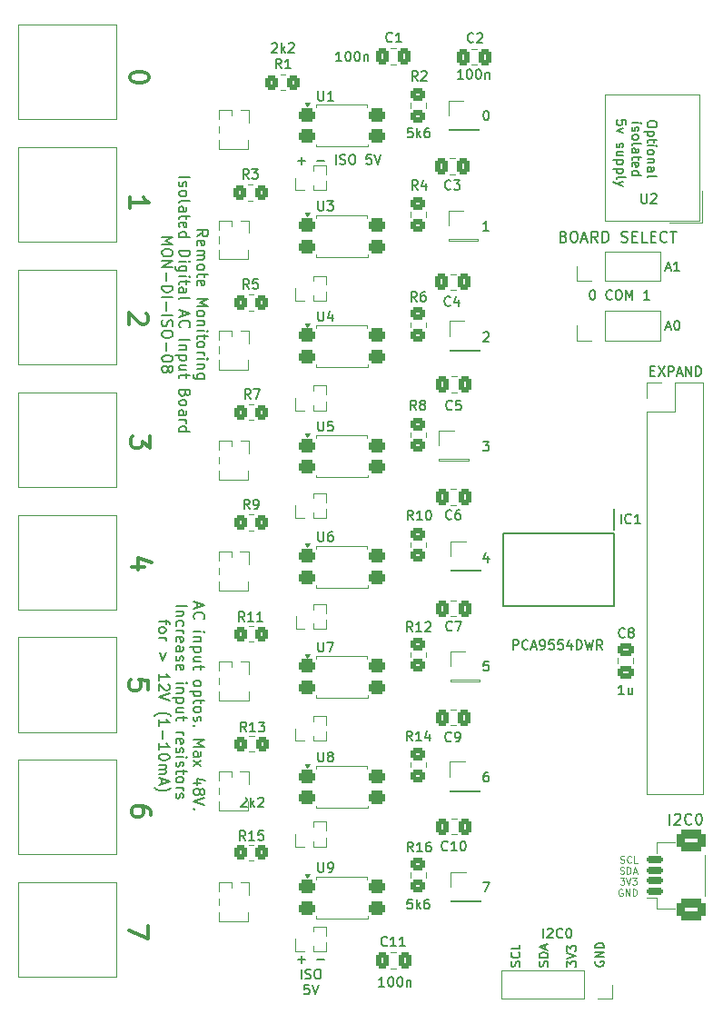
<source format=gbr>
%TF.GenerationSoftware,KiCad,Pcbnew,9.0.2*%
%TF.CreationDate,2025-07-04T16:18:25+10:00*%
%TF.ProjectId,v8a_equip_digital_in_iso,7638615f-6571-4756-9970-5f6469676974,rev?*%
%TF.SameCoordinates,Original*%
%TF.FileFunction,Legend,Top*%
%TF.FilePolarity,Positive*%
%FSLAX46Y46*%
G04 Gerber Fmt 4.6, Leading zero omitted, Abs format (unit mm)*
G04 Created by KiCad (PCBNEW 9.0.2) date 2025-07-04 16:18:25*
%MOMM*%
%LPD*%
G01*
G04 APERTURE LIST*
G04 Aperture macros list*
%AMRoundRect*
0 Rectangle with rounded corners*
0 $1 Rounding radius*
0 $2 $3 $4 $5 $6 $7 $8 $9 X,Y pos of 4 corners*
0 Add a 4 corners polygon primitive as box body*
4,1,4,$2,$3,$4,$5,$6,$7,$8,$9,$2,$3,0*
0 Add four circle primitives for the rounded corners*
1,1,$1+$1,$2,$3*
1,1,$1+$1,$4,$5*
1,1,$1+$1,$6,$7*
1,1,$1+$1,$8,$9*
0 Add four rect primitives between the rounded corners*
20,1,$1+$1,$2,$3,$4,$5,0*
20,1,$1+$1,$4,$5,$6,$7,0*
20,1,$1+$1,$6,$7,$8,$9,0*
20,1,$1+$1,$8,$9,$2,$3,0*%
G04 Aperture macros list end*
%ADD10C,0.304800*%
%ADD11C,0.101600*%
%ADD12C,0.152400*%
%ADD13C,0.127000*%
%ADD14C,0.177800*%
%ADD15C,0.120000*%
%ADD16C,0.100000*%
%ADD17C,0.200000*%
%ADD18RoundRect,0.317500X-0.482500X-0.317500X0.482500X-0.317500X0.482500X0.317500X-0.482500X0.317500X0*%
%ADD19RoundRect,0.250000X0.337500X0.475000X-0.337500X0.475000X-0.337500X-0.475000X0.337500X-0.475000X0*%
%ADD20C,2.100000*%
%ADD21RoundRect,0.250000X-0.450000X0.350000X-0.450000X-0.350000X0.450000X-0.350000X0.450000X0.350000X0*%
%ADD22R,1.700000X1.700000*%
%ADD23RoundRect,0.250000X-0.337500X-0.475000X0.337500X-0.475000X0.337500X0.475000X-0.337500X0.475000X0*%
%ADD24C,1.700000*%
%ADD25C,3.500000*%
%ADD26R,1.000000X1.000000*%
%ADD27C,1.000000*%
%ADD28RoundRect,0.250000X0.350000X0.450000X-0.350000X0.450000X-0.350000X-0.450000X0.350000X-0.450000X0*%
%ADD29R,1.600000X1.600000*%
%ADD30C,1.600000*%
%ADD31RoundRect,0.250000X-0.475000X0.337500X-0.475000X-0.337500X0.475000X-0.337500X0.475000X0.337500X0*%
%ADD32RoundRect,0.150000X0.625000X-0.150000X0.625000X0.150000X-0.625000X0.150000X-0.625000X-0.150000X0*%
%ADD33RoundRect,0.416666X0.970834X-0.583334X0.970834X0.583334X-0.970834X0.583334X-0.970834X-0.583334X0*%
%ADD34R,0.650000X1.950000*%
G04 APERTURE END LIST*
D10*
X6778175Y-53227259D02*
X5592842Y-53227259D01*
X7455509Y-52803926D02*
X6185509Y-52380592D01*
X6185509Y-52380592D02*
X6185509Y-53481259D01*
X7370842Y-76341259D02*
X7370842Y-76002592D01*
X7370842Y-76002592D02*
X7286175Y-75833259D01*
X7286175Y-75833259D02*
X7201509Y-75748592D01*
X7201509Y-75748592D02*
X6947509Y-75579259D01*
X6947509Y-75579259D02*
X6608842Y-75494592D01*
X6608842Y-75494592D02*
X5931509Y-75494592D01*
X5931509Y-75494592D02*
X5762175Y-75579259D01*
X5762175Y-75579259D02*
X5677509Y-75663926D01*
X5677509Y-75663926D02*
X5592842Y-75833259D01*
X5592842Y-75833259D02*
X5592842Y-76171926D01*
X5592842Y-76171926D02*
X5677509Y-76341259D01*
X5677509Y-76341259D02*
X5762175Y-76425926D01*
X5762175Y-76425926D02*
X5931509Y-76510592D01*
X5931509Y-76510592D02*
X6354842Y-76510592D01*
X6354842Y-76510592D02*
X6524175Y-76425926D01*
X6524175Y-76425926D02*
X6608842Y-76341259D01*
X6608842Y-76341259D02*
X6693509Y-76171926D01*
X6693509Y-76171926D02*
X6693509Y-75833259D01*
X6693509Y-75833259D02*
X6608842Y-75663926D01*
X6608842Y-75663926D02*
X6524175Y-75579259D01*
X6524175Y-75579259D02*
X6354842Y-75494592D01*
X7142242Y-64716526D02*
X7142242Y-63869859D01*
X7142242Y-63869859D02*
X6295575Y-63785192D01*
X6295575Y-63785192D02*
X6380242Y-63869859D01*
X6380242Y-63869859D02*
X6464909Y-64039192D01*
X6464909Y-64039192D02*
X6464909Y-64462526D01*
X6464909Y-64462526D02*
X6380242Y-64631859D01*
X6380242Y-64631859D02*
X6295575Y-64716526D01*
X6295575Y-64716526D02*
X6126242Y-64801192D01*
X6126242Y-64801192D02*
X5702909Y-64801192D01*
X5702909Y-64801192D02*
X5533575Y-64716526D01*
X5533575Y-64716526D02*
X5448909Y-64631859D01*
X5448909Y-64631859D02*
X5364242Y-64462526D01*
X5364242Y-64462526D02*
X5364242Y-64039192D01*
X5364242Y-64039192D02*
X5448909Y-63869859D01*
X5448909Y-63869859D02*
X5533575Y-63785192D01*
D11*
X51183100Y-80792224D02*
X51273814Y-80822462D01*
X51273814Y-80822462D02*
X51425005Y-80822462D01*
X51425005Y-80822462D02*
X51485481Y-80792224D01*
X51485481Y-80792224D02*
X51515719Y-80761985D01*
X51515719Y-80761985D02*
X51545957Y-80701509D01*
X51545957Y-80701509D02*
X51545957Y-80641033D01*
X51545957Y-80641033D02*
X51515719Y-80580557D01*
X51515719Y-80580557D02*
X51485481Y-80550319D01*
X51485481Y-80550319D02*
X51425005Y-80520081D01*
X51425005Y-80520081D02*
X51304052Y-80489843D01*
X51304052Y-80489843D02*
X51243576Y-80459604D01*
X51243576Y-80459604D02*
X51213338Y-80429366D01*
X51213338Y-80429366D02*
X51183100Y-80368890D01*
X51183100Y-80368890D02*
X51183100Y-80308414D01*
X51183100Y-80308414D02*
X51213338Y-80247938D01*
X51213338Y-80247938D02*
X51243576Y-80217700D01*
X51243576Y-80217700D02*
X51304052Y-80187462D01*
X51304052Y-80187462D02*
X51455243Y-80187462D01*
X51455243Y-80187462D02*
X51545957Y-80217700D01*
X52180957Y-80761985D02*
X52150719Y-80792224D01*
X52150719Y-80792224D02*
X52060005Y-80822462D01*
X52060005Y-80822462D02*
X51999529Y-80822462D01*
X51999529Y-80822462D02*
X51908814Y-80792224D01*
X51908814Y-80792224D02*
X51848338Y-80731747D01*
X51848338Y-80731747D02*
X51818100Y-80671271D01*
X51818100Y-80671271D02*
X51787862Y-80550319D01*
X51787862Y-80550319D02*
X51787862Y-80459604D01*
X51787862Y-80459604D02*
X51818100Y-80338652D01*
X51818100Y-80338652D02*
X51848338Y-80278176D01*
X51848338Y-80278176D02*
X51908814Y-80217700D01*
X51908814Y-80217700D02*
X51999529Y-80187462D01*
X51999529Y-80187462D02*
X52060005Y-80187462D01*
X52060005Y-80187462D02*
X52150719Y-80217700D01*
X52150719Y-80217700D02*
X52180957Y-80247938D01*
X52755481Y-80822462D02*
X52453100Y-80822462D01*
X52453100Y-80822462D02*
X52453100Y-80187462D01*
X51152862Y-81814538D02*
X51243576Y-81844776D01*
X51243576Y-81844776D02*
X51394767Y-81844776D01*
X51394767Y-81844776D02*
X51455243Y-81814538D01*
X51455243Y-81814538D02*
X51485481Y-81784299D01*
X51485481Y-81784299D02*
X51515719Y-81723823D01*
X51515719Y-81723823D02*
X51515719Y-81663347D01*
X51515719Y-81663347D02*
X51485481Y-81602871D01*
X51485481Y-81602871D02*
X51455243Y-81572633D01*
X51455243Y-81572633D02*
X51394767Y-81542395D01*
X51394767Y-81542395D02*
X51273814Y-81512157D01*
X51273814Y-81512157D02*
X51213338Y-81481918D01*
X51213338Y-81481918D02*
X51183100Y-81451680D01*
X51183100Y-81451680D02*
X51152862Y-81391204D01*
X51152862Y-81391204D02*
X51152862Y-81330728D01*
X51152862Y-81330728D02*
X51183100Y-81270252D01*
X51183100Y-81270252D02*
X51213338Y-81240014D01*
X51213338Y-81240014D02*
X51273814Y-81209776D01*
X51273814Y-81209776D02*
X51425005Y-81209776D01*
X51425005Y-81209776D02*
X51515719Y-81240014D01*
X51787862Y-81844776D02*
X51787862Y-81209776D01*
X51787862Y-81209776D02*
X51939052Y-81209776D01*
X51939052Y-81209776D02*
X52029767Y-81240014D01*
X52029767Y-81240014D02*
X52090243Y-81300490D01*
X52090243Y-81300490D02*
X52120481Y-81360966D01*
X52120481Y-81360966D02*
X52150719Y-81481918D01*
X52150719Y-81481918D02*
X52150719Y-81572633D01*
X52150719Y-81572633D02*
X52120481Y-81693585D01*
X52120481Y-81693585D02*
X52090243Y-81754061D01*
X52090243Y-81754061D02*
X52029767Y-81814538D01*
X52029767Y-81814538D02*
X51939052Y-81844776D01*
X51939052Y-81844776D02*
X51787862Y-81844776D01*
X52392624Y-81663347D02*
X52695005Y-81663347D01*
X52332148Y-81844776D02*
X52543814Y-81209776D01*
X52543814Y-81209776D02*
X52755481Y-81844776D01*
X51152862Y-82232090D02*
X51545957Y-82232090D01*
X51545957Y-82232090D02*
X51334290Y-82473994D01*
X51334290Y-82473994D02*
X51425005Y-82473994D01*
X51425005Y-82473994D02*
X51485481Y-82504232D01*
X51485481Y-82504232D02*
X51515719Y-82534471D01*
X51515719Y-82534471D02*
X51545957Y-82594947D01*
X51545957Y-82594947D02*
X51545957Y-82746137D01*
X51545957Y-82746137D02*
X51515719Y-82806613D01*
X51515719Y-82806613D02*
X51485481Y-82836852D01*
X51485481Y-82836852D02*
X51425005Y-82867090D01*
X51425005Y-82867090D02*
X51243576Y-82867090D01*
X51243576Y-82867090D02*
X51183100Y-82836852D01*
X51183100Y-82836852D02*
X51152862Y-82806613D01*
X51727386Y-82232090D02*
X51939052Y-82867090D01*
X51939052Y-82867090D02*
X52150719Y-82232090D01*
X52301910Y-82232090D02*
X52695005Y-82232090D01*
X52695005Y-82232090D02*
X52483338Y-82473994D01*
X52483338Y-82473994D02*
X52574053Y-82473994D01*
X52574053Y-82473994D02*
X52634529Y-82504232D01*
X52634529Y-82504232D02*
X52664767Y-82534471D01*
X52664767Y-82534471D02*
X52695005Y-82594947D01*
X52695005Y-82594947D02*
X52695005Y-82746137D01*
X52695005Y-82746137D02*
X52664767Y-82806613D01*
X52664767Y-82806613D02*
X52634529Y-82836852D01*
X52634529Y-82836852D02*
X52574053Y-82867090D01*
X52574053Y-82867090D02*
X52392624Y-82867090D01*
X52392624Y-82867090D02*
X52332148Y-82836852D01*
X52332148Y-82836852D02*
X52301910Y-82806613D01*
X51364529Y-83284642D02*
X51304053Y-83254404D01*
X51304053Y-83254404D02*
X51213339Y-83254404D01*
X51213339Y-83254404D02*
X51122624Y-83284642D01*
X51122624Y-83284642D02*
X51062148Y-83345118D01*
X51062148Y-83345118D02*
X51031910Y-83405594D01*
X51031910Y-83405594D02*
X51001672Y-83526546D01*
X51001672Y-83526546D02*
X51001672Y-83617261D01*
X51001672Y-83617261D02*
X51031910Y-83738213D01*
X51031910Y-83738213D02*
X51062148Y-83798689D01*
X51062148Y-83798689D02*
X51122624Y-83859166D01*
X51122624Y-83859166D02*
X51213339Y-83889404D01*
X51213339Y-83889404D02*
X51273815Y-83889404D01*
X51273815Y-83889404D02*
X51364529Y-83859166D01*
X51364529Y-83859166D02*
X51394767Y-83828927D01*
X51394767Y-83828927D02*
X51394767Y-83617261D01*
X51394767Y-83617261D02*
X51273815Y-83617261D01*
X51666910Y-83889404D02*
X51666910Y-83254404D01*
X51666910Y-83254404D02*
X52029767Y-83889404D01*
X52029767Y-83889404D02*
X52029767Y-83254404D01*
X52332148Y-83889404D02*
X52332148Y-83254404D01*
X52332148Y-83254404D02*
X52483338Y-83254404D01*
X52483338Y-83254404D02*
X52574053Y-83284642D01*
X52574053Y-83284642D02*
X52634529Y-83345118D01*
X52634529Y-83345118D02*
X52664767Y-83405594D01*
X52664767Y-83405594D02*
X52695005Y-83526546D01*
X52695005Y-83526546D02*
X52695005Y-83617261D01*
X52695005Y-83617261D02*
X52664767Y-83738213D01*
X52664767Y-83738213D02*
X52634529Y-83798689D01*
X52634529Y-83798689D02*
X52574053Y-83859166D01*
X52574053Y-83859166D02*
X52483338Y-83889404D01*
X52483338Y-83889404D02*
X52332148Y-83889404D01*
D12*
X11694955Y-56589991D02*
X11694955Y-57073801D01*
X11404670Y-56493229D02*
X12420670Y-56831896D01*
X12420670Y-56831896D02*
X11404670Y-57170563D01*
X11501431Y-58089801D02*
X11453051Y-58041420D01*
X11453051Y-58041420D02*
X11404670Y-57896277D01*
X11404670Y-57896277D02*
X11404670Y-57799515D01*
X11404670Y-57799515D02*
X11453051Y-57654372D01*
X11453051Y-57654372D02*
X11549812Y-57557610D01*
X11549812Y-57557610D02*
X11646574Y-57509229D01*
X11646574Y-57509229D02*
X11840098Y-57460848D01*
X11840098Y-57460848D02*
X11985241Y-57460848D01*
X11985241Y-57460848D02*
X12178765Y-57509229D01*
X12178765Y-57509229D02*
X12275527Y-57557610D01*
X12275527Y-57557610D02*
X12372289Y-57654372D01*
X12372289Y-57654372D02*
X12420670Y-57799515D01*
X12420670Y-57799515D02*
X12420670Y-57896277D01*
X12420670Y-57896277D02*
X12372289Y-58041420D01*
X12372289Y-58041420D02*
X12323908Y-58089801D01*
X11404670Y-59299324D02*
X12082003Y-59299324D01*
X12420670Y-59299324D02*
X12372289Y-59250943D01*
X12372289Y-59250943D02*
X12323908Y-59299324D01*
X12323908Y-59299324D02*
X12372289Y-59347705D01*
X12372289Y-59347705D02*
X12420670Y-59299324D01*
X12420670Y-59299324D02*
X12323908Y-59299324D01*
X12082003Y-59783134D02*
X11404670Y-59783134D01*
X11985241Y-59783134D02*
X12033622Y-59831515D01*
X12033622Y-59831515D02*
X12082003Y-59928277D01*
X12082003Y-59928277D02*
X12082003Y-60073420D01*
X12082003Y-60073420D02*
X12033622Y-60170182D01*
X12033622Y-60170182D02*
X11936860Y-60218563D01*
X11936860Y-60218563D02*
X11404670Y-60218563D01*
X12082003Y-60702372D02*
X11066003Y-60702372D01*
X12033622Y-60702372D02*
X12082003Y-60799134D01*
X12082003Y-60799134D02*
X12082003Y-60992658D01*
X12082003Y-60992658D02*
X12033622Y-61089420D01*
X12033622Y-61089420D02*
X11985241Y-61137801D01*
X11985241Y-61137801D02*
X11888479Y-61186182D01*
X11888479Y-61186182D02*
X11598193Y-61186182D01*
X11598193Y-61186182D02*
X11501431Y-61137801D01*
X11501431Y-61137801D02*
X11453051Y-61089420D01*
X11453051Y-61089420D02*
X11404670Y-60992658D01*
X11404670Y-60992658D02*
X11404670Y-60799134D01*
X11404670Y-60799134D02*
X11453051Y-60702372D01*
X12082003Y-62057039D02*
X11404670Y-62057039D01*
X12082003Y-61621610D02*
X11549812Y-61621610D01*
X11549812Y-61621610D02*
X11453051Y-61669991D01*
X11453051Y-61669991D02*
X11404670Y-61766753D01*
X11404670Y-61766753D02*
X11404670Y-61911896D01*
X11404670Y-61911896D02*
X11453051Y-62008658D01*
X11453051Y-62008658D02*
X11501431Y-62057039D01*
X12082003Y-62395705D02*
X12082003Y-62782753D01*
X12420670Y-62540848D02*
X11549812Y-62540848D01*
X11549812Y-62540848D02*
X11453051Y-62589229D01*
X11453051Y-62589229D02*
X11404670Y-62685991D01*
X11404670Y-62685991D02*
X11404670Y-62782753D01*
X11404670Y-64040657D02*
X11453051Y-63943895D01*
X11453051Y-63943895D02*
X11501431Y-63895514D01*
X11501431Y-63895514D02*
X11598193Y-63847133D01*
X11598193Y-63847133D02*
X11888479Y-63847133D01*
X11888479Y-63847133D02*
X11985241Y-63895514D01*
X11985241Y-63895514D02*
X12033622Y-63943895D01*
X12033622Y-63943895D02*
X12082003Y-64040657D01*
X12082003Y-64040657D02*
X12082003Y-64185800D01*
X12082003Y-64185800D02*
X12033622Y-64282562D01*
X12033622Y-64282562D02*
X11985241Y-64330943D01*
X11985241Y-64330943D02*
X11888479Y-64379324D01*
X11888479Y-64379324D02*
X11598193Y-64379324D01*
X11598193Y-64379324D02*
X11501431Y-64330943D01*
X11501431Y-64330943D02*
X11453051Y-64282562D01*
X11453051Y-64282562D02*
X11404670Y-64185800D01*
X11404670Y-64185800D02*
X11404670Y-64040657D01*
X12082003Y-64814752D02*
X11066003Y-64814752D01*
X12033622Y-64814752D02*
X12082003Y-64911514D01*
X12082003Y-64911514D02*
X12082003Y-65105038D01*
X12082003Y-65105038D02*
X12033622Y-65201800D01*
X12033622Y-65201800D02*
X11985241Y-65250181D01*
X11985241Y-65250181D02*
X11888479Y-65298562D01*
X11888479Y-65298562D02*
X11598193Y-65298562D01*
X11598193Y-65298562D02*
X11501431Y-65250181D01*
X11501431Y-65250181D02*
X11453051Y-65201800D01*
X11453051Y-65201800D02*
X11404670Y-65105038D01*
X11404670Y-65105038D02*
X11404670Y-64911514D01*
X11404670Y-64911514D02*
X11453051Y-64814752D01*
X12082003Y-65588847D02*
X12082003Y-65975895D01*
X12420670Y-65733990D02*
X11549812Y-65733990D01*
X11549812Y-65733990D02*
X11453051Y-65782371D01*
X11453051Y-65782371D02*
X11404670Y-65879133D01*
X11404670Y-65879133D02*
X11404670Y-65975895D01*
X11404670Y-66459704D02*
X11453051Y-66362942D01*
X11453051Y-66362942D02*
X11501431Y-66314561D01*
X11501431Y-66314561D02*
X11598193Y-66266180D01*
X11598193Y-66266180D02*
X11888479Y-66266180D01*
X11888479Y-66266180D02*
X11985241Y-66314561D01*
X11985241Y-66314561D02*
X12033622Y-66362942D01*
X12033622Y-66362942D02*
X12082003Y-66459704D01*
X12082003Y-66459704D02*
X12082003Y-66604847D01*
X12082003Y-66604847D02*
X12033622Y-66701609D01*
X12033622Y-66701609D02*
X11985241Y-66749990D01*
X11985241Y-66749990D02*
X11888479Y-66798371D01*
X11888479Y-66798371D02*
X11598193Y-66798371D01*
X11598193Y-66798371D02*
X11501431Y-66749990D01*
X11501431Y-66749990D02*
X11453051Y-66701609D01*
X11453051Y-66701609D02*
X11404670Y-66604847D01*
X11404670Y-66604847D02*
X11404670Y-66459704D01*
X11453051Y-67185418D02*
X11404670Y-67282180D01*
X11404670Y-67282180D02*
X11404670Y-67475704D01*
X11404670Y-67475704D02*
X11453051Y-67572466D01*
X11453051Y-67572466D02*
X11549812Y-67620847D01*
X11549812Y-67620847D02*
X11598193Y-67620847D01*
X11598193Y-67620847D02*
X11694955Y-67572466D01*
X11694955Y-67572466D02*
X11743336Y-67475704D01*
X11743336Y-67475704D02*
X11743336Y-67330561D01*
X11743336Y-67330561D02*
X11791717Y-67233799D01*
X11791717Y-67233799D02*
X11888479Y-67185418D01*
X11888479Y-67185418D02*
X11936860Y-67185418D01*
X11936860Y-67185418D02*
X12033622Y-67233799D01*
X12033622Y-67233799D02*
X12082003Y-67330561D01*
X12082003Y-67330561D02*
X12082003Y-67475704D01*
X12082003Y-67475704D02*
X12033622Y-67572466D01*
X11501431Y-68056275D02*
X11453051Y-68104656D01*
X11453051Y-68104656D02*
X11404670Y-68056275D01*
X11404670Y-68056275D02*
X11453051Y-68007894D01*
X11453051Y-68007894D02*
X11501431Y-68056275D01*
X11501431Y-68056275D02*
X11404670Y-68056275D01*
X11404670Y-69314180D02*
X12420670Y-69314180D01*
X12420670Y-69314180D02*
X11694955Y-69652847D01*
X11694955Y-69652847D02*
X12420670Y-69991514D01*
X12420670Y-69991514D02*
X11404670Y-69991514D01*
X11404670Y-70910752D02*
X11936860Y-70910752D01*
X11936860Y-70910752D02*
X12033622Y-70862371D01*
X12033622Y-70862371D02*
X12082003Y-70765609D01*
X12082003Y-70765609D02*
X12082003Y-70572085D01*
X12082003Y-70572085D02*
X12033622Y-70475323D01*
X11453051Y-70910752D02*
X11404670Y-70813990D01*
X11404670Y-70813990D02*
X11404670Y-70572085D01*
X11404670Y-70572085D02*
X11453051Y-70475323D01*
X11453051Y-70475323D02*
X11549812Y-70426942D01*
X11549812Y-70426942D02*
X11646574Y-70426942D01*
X11646574Y-70426942D02*
X11743336Y-70475323D01*
X11743336Y-70475323D02*
X11791717Y-70572085D01*
X11791717Y-70572085D02*
X11791717Y-70813990D01*
X11791717Y-70813990D02*
X11840098Y-70910752D01*
X11404670Y-71297799D02*
X12082003Y-71829990D01*
X12082003Y-71297799D02*
X11404670Y-71829990D01*
X12082003Y-73426561D02*
X11404670Y-73426561D01*
X12469051Y-73184656D02*
X11743336Y-72942751D01*
X11743336Y-72942751D02*
X11743336Y-73571704D01*
X11985241Y-74103894D02*
X12033622Y-74007132D01*
X12033622Y-74007132D02*
X12082003Y-73958751D01*
X12082003Y-73958751D02*
X12178765Y-73910370D01*
X12178765Y-73910370D02*
X12227146Y-73910370D01*
X12227146Y-73910370D02*
X12323908Y-73958751D01*
X12323908Y-73958751D02*
X12372289Y-74007132D01*
X12372289Y-74007132D02*
X12420670Y-74103894D01*
X12420670Y-74103894D02*
X12420670Y-74297418D01*
X12420670Y-74297418D02*
X12372289Y-74394180D01*
X12372289Y-74394180D02*
X12323908Y-74442561D01*
X12323908Y-74442561D02*
X12227146Y-74490942D01*
X12227146Y-74490942D02*
X12178765Y-74490942D01*
X12178765Y-74490942D02*
X12082003Y-74442561D01*
X12082003Y-74442561D02*
X12033622Y-74394180D01*
X12033622Y-74394180D02*
X11985241Y-74297418D01*
X11985241Y-74297418D02*
X11985241Y-74103894D01*
X11985241Y-74103894D02*
X11936860Y-74007132D01*
X11936860Y-74007132D02*
X11888479Y-73958751D01*
X11888479Y-73958751D02*
X11791717Y-73910370D01*
X11791717Y-73910370D02*
X11598193Y-73910370D01*
X11598193Y-73910370D02*
X11501431Y-73958751D01*
X11501431Y-73958751D02*
X11453051Y-74007132D01*
X11453051Y-74007132D02*
X11404670Y-74103894D01*
X11404670Y-74103894D02*
X11404670Y-74297418D01*
X11404670Y-74297418D02*
X11453051Y-74394180D01*
X11453051Y-74394180D02*
X11501431Y-74442561D01*
X11501431Y-74442561D02*
X11598193Y-74490942D01*
X11598193Y-74490942D02*
X11791717Y-74490942D01*
X11791717Y-74490942D02*
X11888479Y-74442561D01*
X11888479Y-74442561D02*
X11936860Y-74394180D01*
X11936860Y-74394180D02*
X11985241Y-74297418D01*
X12420670Y-74781227D02*
X11404670Y-75119894D01*
X11404670Y-75119894D02*
X12420670Y-75458561D01*
X11501431Y-75797227D02*
X11453051Y-75845608D01*
X11453051Y-75845608D02*
X11404670Y-75797227D01*
X11404670Y-75797227D02*
X11453051Y-75748846D01*
X11453051Y-75748846D02*
X11501431Y-75797227D01*
X11501431Y-75797227D02*
X11404670Y-75797227D01*
X9768967Y-56904468D02*
X10784967Y-56904468D01*
X10446300Y-57388278D02*
X9768967Y-57388278D01*
X10349538Y-57388278D02*
X10397919Y-57436659D01*
X10397919Y-57436659D02*
X10446300Y-57533421D01*
X10446300Y-57533421D02*
X10446300Y-57678564D01*
X10446300Y-57678564D02*
X10397919Y-57775326D01*
X10397919Y-57775326D02*
X10301157Y-57823707D01*
X10301157Y-57823707D02*
X9768967Y-57823707D01*
X9817348Y-58742945D02*
X9768967Y-58646183D01*
X9768967Y-58646183D02*
X9768967Y-58452659D01*
X9768967Y-58452659D02*
X9817348Y-58355897D01*
X9817348Y-58355897D02*
X9865728Y-58307516D01*
X9865728Y-58307516D02*
X9962490Y-58259135D01*
X9962490Y-58259135D02*
X10252776Y-58259135D01*
X10252776Y-58259135D02*
X10349538Y-58307516D01*
X10349538Y-58307516D02*
X10397919Y-58355897D01*
X10397919Y-58355897D02*
X10446300Y-58452659D01*
X10446300Y-58452659D02*
X10446300Y-58646183D01*
X10446300Y-58646183D02*
X10397919Y-58742945D01*
X9768967Y-59178373D02*
X10446300Y-59178373D01*
X10252776Y-59178373D02*
X10349538Y-59226754D01*
X10349538Y-59226754D02*
X10397919Y-59275135D01*
X10397919Y-59275135D02*
X10446300Y-59371897D01*
X10446300Y-59371897D02*
X10446300Y-59468659D01*
X9817348Y-60194373D02*
X9768967Y-60097611D01*
X9768967Y-60097611D02*
X9768967Y-59904087D01*
X9768967Y-59904087D02*
X9817348Y-59807325D01*
X9817348Y-59807325D02*
X9914109Y-59758944D01*
X9914109Y-59758944D02*
X10301157Y-59758944D01*
X10301157Y-59758944D02*
X10397919Y-59807325D01*
X10397919Y-59807325D02*
X10446300Y-59904087D01*
X10446300Y-59904087D02*
X10446300Y-60097611D01*
X10446300Y-60097611D02*
X10397919Y-60194373D01*
X10397919Y-60194373D02*
X10301157Y-60242754D01*
X10301157Y-60242754D02*
X10204395Y-60242754D01*
X10204395Y-60242754D02*
X10107633Y-59758944D01*
X9768967Y-61113611D02*
X10301157Y-61113611D01*
X10301157Y-61113611D02*
X10397919Y-61065230D01*
X10397919Y-61065230D02*
X10446300Y-60968468D01*
X10446300Y-60968468D02*
X10446300Y-60774944D01*
X10446300Y-60774944D02*
X10397919Y-60678182D01*
X9817348Y-61113611D02*
X9768967Y-61016849D01*
X9768967Y-61016849D02*
X9768967Y-60774944D01*
X9768967Y-60774944D02*
X9817348Y-60678182D01*
X9817348Y-60678182D02*
X9914109Y-60629801D01*
X9914109Y-60629801D02*
X10010871Y-60629801D01*
X10010871Y-60629801D02*
X10107633Y-60678182D01*
X10107633Y-60678182D02*
X10156014Y-60774944D01*
X10156014Y-60774944D02*
X10156014Y-61016849D01*
X10156014Y-61016849D02*
X10204395Y-61113611D01*
X9817348Y-61549039D02*
X9768967Y-61645801D01*
X9768967Y-61645801D02*
X9768967Y-61839325D01*
X9768967Y-61839325D02*
X9817348Y-61936087D01*
X9817348Y-61936087D02*
X9914109Y-61984468D01*
X9914109Y-61984468D02*
X9962490Y-61984468D01*
X9962490Y-61984468D02*
X10059252Y-61936087D01*
X10059252Y-61936087D02*
X10107633Y-61839325D01*
X10107633Y-61839325D02*
X10107633Y-61694182D01*
X10107633Y-61694182D02*
X10156014Y-61597420D01*
X10156014Y-61597420D02*
X10252776Y-61549039D01*
X10252776Y-61549039D02*
X10301157Y-61549039D01*
X10301157Y-61549039D02*
X10397919Y-61597420D01*
X10397919Y-61597420D02*
X10446300Y-61694182D01*
X10446300Y-61694182D02*
X10446300Y-61839325D01*
X10446300Y-61839325D02*
X10397919Y-61936087D01*
X9817348Y-62806944D02*
X9768967Y-62710182D01*
X9768967Y-62710182D02*
X9768967Y-62516658D01*
X9768967Y-62516658D02*
X9817348Y-62419896D01*
X9817348Y-62419896D02*
X9914109Y-62371515D01*
X9914109Y-62371515D02*
X10301157Y-62371515D01*
X10301157Y-62371515D02*
X10397919Y-62419896D01*
X10397919Y-62419896D02*
X10446300Y-62516658D01*
X10446300Y-62516658D02*
X10446300Y-62710182D01*
X10446300Y-62710182D02*
X10397919Y-62806944D01*
X10397919Y-62806944D02*
X10301157Y-62855325D01*
X10301157Y-62855325D02*
X10204395Y-62855325D01*
X10204395Y-62855325D02*
X10107633Y-62371515D01*
X9768967Y-64064848D02*
X10446300Y-64064848D01*
X10784967Y-64064848D02*
X10736586Y-64016467D01*
X10736586Y-64016467D02*
X10688205Y-64064848D01*
X10688205Y-64064848D02*
X10736586Y-64113229D01*
X10736586Y-64113229D02*
X10784967Y-64064848D01*
X10784967Y-64064848D02*
X10688205Y-64064848D01*
X10446300Y-64548658D02*
X9768967Y-64548658D01*
X10349538Y-64548658D02*
X10397919Y-64597039D01*
X10397919Y-64597039D02*
X10446300Y-64693801D01*
X10446300Y-64693801D02*
X10446300Y-64838944D01*
X10446300Y-64838944D02*
X10397919Y-64935706D01*
X10397919Y-64935706D02*
X10301157Y-64984087D01*
X10301157Y-64984087D02*
X9768967Y-64984087D01*
X10446300Y-65467896D02*
X9430300Y-65467896D01*
X10397919Y-65467896D02*
X10446300Y-65564658D01*
X10446300Y-65564658D02*
X10446300Y-65758182D01*
X10446300Y-65758182D02*
X10397919Y-65854944D01*
X10397919Y-65854944D02*
X10349538Y-65903325D01*
X10349538Y-65903325D02*
X10252776Y-65951706D01*
X10252776Y-65951706D02*
X9962490Y-65951706D01*
X9962490Y-65951706D02*
X9865728Y-65903325D01*
X9865728Y-65903325D02*
X9817348Y-65854944D01*
X9817348Y-65854944D02*
X9768967Y-65758182D01*
X9768967Y-65758182D02*
X9768967Y-65564658D01*
X9768967Y-65564658D02*
X9817348Y-65467896D01*
X10446300Y-66822563D02*
X9768967Y-66822563D01*
X10446300Y-66387134D02*
X9914109Y-66387134D01*
X9914109Y-66387134D02*
X9817348Y-66435515D01*
X9817348Y-66435515D02*
X9768967Y-66532277D01*
X9768967Y-66532277D02*
X9768967Y-66677420D01*
X9768967Y-66677420D02*
X9817348Y-66774182D01*
X9817348Y-66774182D02*
X9865728Y-66822563D01*
X10446300Y-67161229D02*
X10446300Y-67548277D01*
X10784967Y-67306372D02*
X9914109Y-67306372D01*
X9914109Y-67306372D02*
X9817348Y-67354753D01*
X9817348Y-67354753D02*
X9768967Y-67451515D01*
X9768967Y-67451515D02*
X9768967Y-67548277D01*
X9768967Y-68661038D02*
X10446300Y-68661038D01*
X10252776Y-68661038D02*
X10349538Y-68709419D01*
X10349538Y-68709419D02*
X10397919Y-68757800D01*
X10397919Y-68757800D02*
X10446300Y-68854562D01*
X10446300Y-68854562D02*
X10446300Y-68951324D01*
X9817348Y-69677038D02*
X9768967Y-69580276D01*
X9768967Y-69580276D02*
X9768967Y-69386752D01*
X9768967Y-69386752D02*
X9817348Y-69289990D01*
X9817348Y-69289990D02*
X9914109Y-69241609D01*
X9914109Y-69241609D02*
X10301157Y-69241609D01*
X10301157Y-69241609D02*
X10397919Y-69289990D01*
X10397919Y-69289990D02*
X10446300Y-69386752D01*
X10446300Y-69386752D02*
X10446300Y-69580276D01*
X10446300Y-69580276D02*
X10397919Y-69677038D01*
X10397919Y-69677038D02*
X10301157Y-69725419D01*
X10301157Y-69725419D02*
X10204395Y-69725419D01*
X10204395Y-69725419D02*
X10107633Y-69241609D01*
X9817348Y-70112466D02*
X9768967Y-70209228D01*
X9768967Y-70209228D02*
X9768967Y-70402752D01*
X9768967Y-70402752D02*
X9817348Y-70499514D01*
X9817348Y-70499514D02*
X9914109Y-70547895D01*
X9914109Y-70547895D02*
X9962490Y-70547895D01*
X9962490Y-70547895D02*
X10059252Y-70499514D01*
X10059252Y-70499514D02*
X10107633Y-70402752D01*
X10107633Y-70402752D02*
X10107633Y-70257609D01*
X10107633Y-70257609D02*
X10156014Y-70160847D01*
X10156014Y-70160847D02*
X10252776Y-70112466D01*
X10252776Y-70112466D02*
X10301157Y-70112466D01*
X10301157Y-70112466D02*
X10397919Y-70160847D01*
X10397919Y-70160847D02*
X10446300Y-70257609D01*
X10446300Y-70257609D02*
X10446300Y-70402752D01*
X10446300Y-70402752D02*
X10397919Y-70499514D01*
X9768967Y-70983323D02*
X10446300Y-70983323D01*
X10784967Y-70983323D02*
X10736586Y-70934942D01*
X10736586Y-70934942D02*
X10688205Y-70983323D01*
X10688205Y-70983323D02*
X10736586Y-71031704D01*
X10736586Y-71031704D02*
X10784967Y-70983323D01*
X10784967Y-70983323D02*
X10688205Y-70983323D01*
X9817348Y-71418752D02*
X9768967Y-71515514D01*
X9768967Y-71515514D02*
X9768967Y-71709038D01*
X9768967Y-71709038D02*
X9817348Y-71805800D01*
X9817348Y-71805800D02*
X9914109Y-71854181D01*
X9914109Y-71854181D02*
X9962490Y-71854181D01*
X9962490Y-71854181D02*
X10059252Y-71805800D01*
X10059252Y-71805800D02*
X10107633Y-71709038D01*
X10107633Y-71709038D02*
X10107633Y-71563895D01*
X10107633Y-71563895D02*
X10156014Y-71467133D01*
X10156014Y-71467133D02*
X10252776Y-71418752D01*
X10252776Y-71418752D02*
X10301157Y-71418752D01*
X10301157Y-71418752D02*
X10397919Y-71467133D01*
X10397919Y-71467133D02*
X10446300Y-71563895D01*
X10446300Y-71563895D02*
X10446300Y-71709038D01*
X10446300Y-71709038D02*
X10397919Y-71805800D01*
X10446300Y-72144466D02*
X10446300Y-72531514D01*
X10784967Y-72289609D02*
X9914109Y-72289609D01*
X9914109Y-72289609D02*
X9817348Y-72337990D01*
X9817348Y-72337990D02*
X9768967Y-72434752D01*
X9768967Y-72434752D02*
X9768967Y-72531514D01*
X9768967Y-73015323D02*
X9817348Y-72918561D01*
X9817348Y-72918561D02*
X9865728Y-72870180D01*
X9865728Y-72870180D02*
X9962490Y-72821799D01*
X9962490Y-72821799D02*
X10252776Y-72821799D01*
X10252776Y-72821799D02*
X10349538Y-72870180D01*
X10349538Y-72870180D02*
X10397919Y-72918561D01*
X10397919Y-72918561D02*
X10446300Y-73015323D01*
X10446300Y-73015323D02*
X10446300Y-73160466D01*
X10446300Y-73160466D02*
X10397919Y-73257228D01*
X10397919Y-73257228D02*
X10349538Y-73305609D01*
X10349538Y-73305609D02*
X10252776Y-73353990D01*
X10252776Y-73353990D02*
X9962490Y-73353990D01*
X9962490Y-73353990D02*
X9865728Y-73305609D01*
X9865728Y-73305609D02*
X9817348Y-73257228D01*
X9817348Y-73257228D02*
X9768967Y-73160466D01*
X9768967Y-73160466D02*
X9768967Y-73015323D01*
X9768967Y-73789418D02*
X10446300Y-73789418D01*
X10252776Y-73789418D02*
X10349538Y-73837799D01*
X10349538Y-73837799D02*
X10397919Y-73886180D01*
X10397919Y-73886180D02*
X10446300Y-73982942D01*
X10446300Y-73982942D02*
X10446300Y-74079704D01*
X9817348Y-74369989D02*
X9768967Y-74466751D01*
X9768967Y-74466751D02*
X9768967Y-74660275D01*
X9768967Y-74660275D02*
X9817348Y-74757037D01*
X9817348Y-74757037D02*
X9914109Y-74805418D01*
X9914109Y-74805418D02*
X9962490Y-74805418D01*
X9962490Y-74805418D02*
X10059252Y-74757037D01*
X10059252Y-74757037D02*
X10107633Y-74660275D01*
X10107633Y-74660275D02*
X10107633Y-74515132D01*
X10107633Y-74515132D02*
X10156014Y-74418370D01*
X10156014Y-74418370D02*
X10252776Y-74369989D01*
X10252776Y-74369989D02*
X10301157Y-74369989D01*
X10301157Y-74369989D02*
X10397919Y-74418370D01*
X10397919Y-74418370D02*
X10446300Y-74515132D01*
X10446300Y-74515132D02*
X10446300Y-74660275D01*
X10446300Y-74660275D02*
X10397919Y-74757037D01*
X8810597Y-58186562D02*
X8810597Y-58573610D01*
X8133264Y-58331705D02*
X9004121Y-58331705D01*
X9004121Y-58331705D02*
X9100883Y-58380086D01*
X9100883Y-58380086D02*
X9149264Y-58476848D01*
X9149264Y-58476848D02*
X9149264Y-58573610D01*
X8133264Y-59057419D02*
X8181645Y-58960657D01*
X8181645Y-58960657D02*
X8230025Y-58912276D01*
X8230025Y-58912276D02*
X8326787Y-58863895D01*
X8326787Y-58863895D02*
X8617073Y-58863895D01*
X8617073Y-58863895D02*
X8713835Y-58912276D01*
X8713835Y-58912276D02*
X8762216Y-58960657D01*
X8762216Y-58960657D02*
X8810597Y-59057419D01*
X8810597Y-59057419D02*
X8810597Y-59202562D01*
X8810597Y-59202562D02*
X8762216Y-59299324D01*
X8762216Y-59299324D02*
X8713835Y-59347705D01*
X8713835Y-59347705D02*
X8617073Y-59396086D01*
X8617073Y-59396086D02*
X8326787Y-59396086D01*
X8326787Y-59396086D02*
X8230025Y-59347705D01*
X8230025Y-59347705D02*
X8181645Y-59299324D01*
X8181645Y-59299324D02*
X8133264Y-59202562D01*
X8133264Y-59202562D02*
X8133264Y-59057419D01*
X8133264Y-59831514D02*
X8810597Y-59831514D01*
X8617073Y-59831514D02*
X8713835Y-59879895D01*
X8713835Y-59879895D02*
X8762216Y-59928276D01*
X8762216Y-59928276D02*
X8810597Y-60025038D01*
X8810597Y-60025038D02*
X8810597Y-60121800D01*
X8810597Y-61234561D02*
X8520311Y-62008657D01*
X8520311Y-62008657D02*
X8230025Y-61234561D01*
X8133264Y-63798752D02*
X8133264Y-63218180D01*
X8133264Y-63508466D02*
X9149264Y-63508466D01*
X9149264Y-63508466D02*
X9004121Y-63411704D01*
X9004121Y-63411704D02*
X8907359Y-63314942D01*
X8907359Y-63314942D02*
X8858978Y-63218180D01*
X9052502Y-64185799D02*
X9100883Y-64234180D01*
X9100883Y-64234180D02*
X9149264Y-64330942D01*
X9149264Y-64330942D02*
X9149264Y-64572847D01*
X9149264Y-64572847D02*
X9100883Y-64669609D01*
X9100883Y-64669609D02*
X9052502Y-64717990D01*
X9052502Y-64717990D02*
X8955740Y-64766371D01*
X8955740Y-64766371D02*
X8858978Y-64766371D01*
X8858978Y-64766371D02*
X8713835Y-64717990D01*
X8713835Y-64717990D02*
X8133264Y-64137418D01*
X8133264Y-64137418D02*
X8133264Y-64766371D01*
X9149264Y-65056656D02*
X8133264Y-65395323D01*
X8133264Y-65395323D02*
X9149264Y-65733990D01*
X7746216Y-67137037D02*
X7794597Y-67088656D01*
X7794597Y-67088656D02*
X7939740Y-66991894D01*
X7939740Y-66991894D02*
X8036502Y-66943513D01*
X8036502Y-66943513D02*
X8181645Y-66895132D01*
X8181645Y-66895132D02*
X8423549Y-66846751D01*
X8423549Y-66846751D02*
X8617073Y-66846751D01*
X8617073Y-66846751D02*
X8858978Y-66895132D01*
X8858978Y-66895132D02*
X9004121Y-66943513D01*
X9004121Y-66943513D02*
X9100883Y-66991894D01*
X9100883Y-66991894D02*
X9246025Y-67088656D01*
X9246025Y-67088656D02*
X9294406Y-67137037D01*
X8133264Y-68056275D02*
X8133264Y-67475703D01*
X8133264Y-67765989D02*
X9149264Y-67765989D01*
X9149264Y-67765989D02*
X9004121Y-67669227D01*
X9004121Y-67669227D02*
X8907359Y-67572465D01*
X8907359Y-67572465D02*
X8858978Y-67475703D01*
X8520311Y-68491703D02*
X8520311Y-69265799D01*
X8133264Y-70281799D02*
X8133264Y-69701227D01*
X8133264Y-69991513D02*
X9149264Y-69991513D01*
X9149264Y-69991513D02*
X9004121Y-69894751D01*
X9004121Y-69894751D02*
X8907359Y-69797989D01*
X8907359Y-69797989D02*
X8858978Y-69701227D01*
X9149264Y-70910751D02*
X9149264Y-71007513D01*
X9149264Y-71007513D02*
X9100883Y-71104275D01*
X9100883Y-71104275D02*
X9052502Y-71152656D01*
X9052502Y-71152656D02*
X8955740Y-71201037D01*
X8955740Y-71201037D02*
X8762216Y-71249418D01*
X8762216Y-71249418D02*
X8520311Y-71249418D01*
X8520311Y-71249418D02*
X8326787Y-71201037D01*
X8326787Y-71201037D02*
X8230025Y-71152656D01*
X8230025Y-71152656D02*
X8181645Y-71104275D01*
X8181645Y-71104275D02*
X8133264Y-71007513D01*
X8133264Y-71007513D02*
X8133264Y-70910751D01*
X8133264Y-70910751D02*
X8181645Y-70813989D01*
X8181645Y-70813989D02*
X8230025Y-70765608D01*
X8230025Y-70765608D02*
X8326787Y-70717227D01*
X8326787Y-70717227D02*
X8520311Y-70668846D01*
X8520311Y-70668846D02*
X8762216Y-70668846D01*
X8762216Y-70668846D02*
X8955740Y-70717227D01*
X8955740Y-70717227D02*
X9052502Y-70765608D01*
X9052502Y-70765608D02*
X9100883Y-70813989D01*
X9100883Y-70813989D02*
X9149264Y-70910751D01*
X8133264Y-71684846D02*
X8810597Y-71684846D01*
X8713835Y-71684846D02*
X8762216Y-71733227D01*
X8762216Y-71733227D02*
X8810597Y-71829989D01*
X8810597Y-71829989D02*
X8810597Y-71975132D01*
X8810597Y-71975132D02*
X8762216Y-72071894D01*
X8762216Y-72071894D02*
X8665454Y-72120275D01*
X8665454Y-72120275D02*
X8133264Y-72120275D01*
X8665454Y-72120275D02*
X8762216Y-72168656D01*
X8762216Y-72168656D02*
X8810597Y-72265418D01*
X8810597Y-72265418D02*
X8810597Y-72410561D01*
X8810597Y-72410561D02*
X8762216Y-72507322D01*
X8762216Y-72507322D02*
X8665454Y-72555703D01*
X8665454Y-72555703D02*
X8133264Y-72555703D01*
X8423549Y-72991132D02*
X8423549Y-73474942D01*
X8133264Y-72894370D02*
X9149264Y-73233037D01*
X9149264Y-73233037D02*
X8133264Y-73571704D01*
X7746216Y-73813608D02*
X7794597Y-73861989D01*
X7794597Y-73861989D02*
X7939740Y-73958751D01*
X7939740Y-73958751D02*
X8036502Y-74007132D01*
X8036502Y-74007132D02*
X8181645Y-74055513D01*
X8181645Y-74055513D02*
X8423549Y-74103894D01*
X8423549Y-74103894D02*
X8617073Y-74103894D01*
X8617073Y-74103894D02*
X8858978Y-74055513D01*
X8858978Y-74055513D02*
X9004121Y-74007132D01*
X9004121Y-74007132D02*
X9100883Y-73958751D01*
X9100883Y-73958751D02*
X9246025Y-73861989D01*
X9246025Y-73861989D02*
X9294406Y-73813608D01*
D13*
X54590679Y-11925301D02*
X54590679Y-12094634D01*
X54590679Y-12094634D02*
X54548346Y-12179301D01*
X54548346Y-12179301D02*
X54463679Y-12263967D01*
X54463679Y-12263967D02*
X54294346Y-12306301D01*
X54294346Y-12306301D02*
X53998013Y-12306301D01*
X53998013Y-12306301D02*
X53828679Y-12263967D01*
X53828679Y-12263967D02*
X53744013Y-12179301D01*
X53744013Y-12179301D02*
X53701679Y-12094634D01*
X53701679Y-12094634D02*
X53701679Y-11925301D01*
X53701679Y-11925301D02*
X53744013Y-11840634D01*
X53744013Y-11840634D02*
X53828679Y-11755967D01*
X53828679Y-11755967D02*
X53998013Y-11713634D01*
X53998013Y-11713634D02*
X54294346Y-11713634D01*
X54294346Y-11713634D02*
X54463679Y-11755967D01*
X54463679Y-11755967D02*
X54548346Y-11840634D01*
X54548346Y-11840634D02*
X54590679Y-11925301D01*
X54294346Y-12687300D02*
X53405346Y-12687300D01*
X54252013Y-12687300D02*
X54294346Y-12771967D01*
X54294346Y-12771967D02*
X54294346Y-12941300D01*
X54294346Y-12941300D02*
X54252013Y-13025967D01*
X54252013Y-13025967D02*
X54209679Y-13068300D01*
X54209679Y-13068300D02*
X54125013Y-13110634D01*
X54125013Y-13110634D02*
X53871013Y-13110634D01*
X53871013Y-13110634D02*
X53786346Y-13068300D01*
X53786346Y-13068300D02*
X53744013Y-13025967D01*
X53744013Y-13025967D02*
X53701679Y-12941300D01*
X53701679Y-12941300D02*
X53701679Y-12771967D01*
X53701679Y-12771967D02*
X53744013Y-12687300D01*
X54294346Y-13364633D02*
X54294346Y-13703300D01*
X54590679Y-13491633D02*
X53828679Y-13491633D01*
X53828679Y-13491633D02*
X53744013Y-13533967D01*
X53744013Y-13533967D02*
X53701679Y-13618633D01*
X53701679Y-13618633D02*
X53701679Y-13703300D01*
X53701679Y-13999633D02*
X54294346Y-13999633D01*
X54590679Y-13999633D02*
X54548346Y-13957300D01*
X54548346Y-13957300D02*
X54506013Y-13999633D01*
X54506013Y-13999633D02*
X54548346Y-14041967D01*
X54548346Y-14041967D02*
X54590679Y-13999633D01*
X54590679Y-13999633D02*
X54506013Y-13999633D01*
X53701679Y-14549966D02*
X53744013Y-14465300D01*
X53744013Y-14465300D02*
X53786346Y-14422966D01*
X53786346Y-14422966D02*
X53871013Y-14380633D01*
X53871013Y-14380633D02*
X54125013Y-14380633D01*
X54125013Y-14380633D02*
X54209679Y-14422966D01*
X54209679Y-14422966D02*
X54252013Y-14465300D01*
X54252013Y-14465300D02*
X54294346Y-14549966D01*
X54294346Y-14549966D02*
X54294346Y-14676966D01*
X54294346Y-14676966D02*
X54252013Y-14761633D01*
X54252013Y-14761633D02*
X54209679Y-14803966D01*
X54209679Y-14803966D02*
X54125013Y-14846300D01*
X54125013Y-14846300D02*
X53871013Y-14846300D01*
X53871013Y-14846300D02*
X53786346Y-14803966D01*
X53786346Y-14803966D02*
X53744013Y-14761633D01*
X53744013Y-14761633D02*
X53701679Y-14676966D01*
X53701679Y-14676966D02*
X53701679Y-14549966D01*
X54294346Y-15227299D02*
X53701679Y-15227299D01*
X54209679Y-15227299D02*
X54252013Y-15269633D01*
X54252013Y-15269633D02*
X54294346Y-15354299D01*
X54294346Y-15354299D02*
X54294346Y-15481299D01*
X54294346Y-15481299D02*
X54252013Y-15565966D01*
X54252013Y-15565966D02*
X54167346Y-15608299D01*
X54167346Y-15608299D02*
X53701679Y-15608299D01*
X53701679Y-16412632D02*
X54167346Y-16412632D01*
X54167346Y-16412632D02*
X54252013Y-16370299D01*
X54252013Y-16370299D02*
X54294346Y-16285632D01*
X54294346Y-16285632D02*
X54294346Y-16116299D01*
X54294346Y-16116299D02*
X54252013Y-16031632D01*
X53744013Y-16412632D02*
X53701679Y-16327966D01*
X53701679Y-16327966D02*
X53701679Y-16116299D01*
X53701679Y-16116299D02*
X53744013Y-16031632D01*
X53744013Y-16031632D02*
X53828679Y-15989299D01*
X53828679Y-15989299D02*
X53913346Y-15989299D01*
X53913346Y-15989299D02*
X53998013Y-16031632D01*
X53998013Y-16031632D02*
X54040346Y-16116299D01*
X54040346Y-16116299D02*
X54040346Y-16327966D01*
X54040346Y-16327966D02*
X54082679Y-16412632D01*
X53701679Y-16962965D02*
X53744013Y-16878299D01*
X53744013Y-16878299D02*
X53828679Y-16835965D01*
X53828679Y-16835965D02*
X54590679Y-16835965D01*
X52270439Y-11882967D02*
X52863106Y-11882967D01*
X53159439Y-11882967D02*
X53117106Y-11840634D01*
X53117106Y-11840634D02*
X53074773Y-11882967D01*
X53074773Y-11882967D02*
X53117106Y-11925301D01*
X53117106Y-11925301D02*
X53159439Y-11882967D01*
X53159439Y-11882967D02*
X53074773Y-11882967D01*
X52312773Y-12263967D02*
X52270439Y-12348634D01*
X52270439Y-12348634D02*
X52270439Y-12517967D01*
X52270439Y-12517967D02*
X52312773Y-12602634D01*
X52312773Y-12602634D02*
X52397439Y-12644967D01*
X52397439Y-12644967D02*
X52439773Y-12644967D01*
X52439773Y-12644967D02*
X52524439Y-12602634D01*
X52524439Y-12602634D02*
X52566773Y-12517967D01*
X52566773Y-12517967D02*
X52566773Y-12390967D01*
X52566773Y-12390967D02*
X52609106Y-12306300D01*
X52609106Y-12306300D02*
X52693773Y-12263967D01*
X52693773Y-12263967D02*
X52736106Y-12263967D01*
X52736106Y-12263967D02*
X52820773Y-12306300D01*
X52820773Y-12306300D02*
X52863106Y-12390967D01*
X52863106Y-12390967D02*
X52863106Y-12517967D01*
X52863106Y-12517967D02*
X52820773Y-12602634D01*
X52270439Y-13152967D02*
X52312773Y-13068301D01*
X52312773Y-13068301D02*
X52355106Y-13025967D01*
X52355106Y-13025967D02*
X52439773Y-12983634D01*
X52439773Y-12983634D02*
X52693773Y-12983634D01*
X52693773Y-12983634D02*
X52778439Y-13025967D01*
X52778439Y-13025967D02*
X52820773Y-13068301D01*
X52820773Y-13068301D02*
X52863106Y-13152967D01*
X52863106Y-13152967D02*
X52863106Y-13279967D01*
X52863106Y-13279967D02*
X52820773Y-13364634D01*
X52820773Y-13364634D02*
X52778439Y-13406967D01*
X52778439Y-13406967D02*
X52693773Y-13449301D01*
X52693773Y-13449301D02*
X52439773Y-13449301D01*
X52439773Y-13449301D02*
X52355106Y-13406967D01*
X52355106Y-13406967D02*
X52312773Y-13364634D01*
X52312773Y-13364634D02*
X52270439Y-13279967D01*
X52270439Y-13279967D02*
X52270439Y-13152967D01*
X52270439Y-13957300D02*
X52312773Y-13872634D01*
X52312773Y-13872634D02*
X52397439Y-13830300D01*
X52397439Y-13830300D02*
X53159439Y-13830300D01*
X52270439Y-14676967D02*
X52736106Y-14676967D01*
X52736106Y-14676967D02*
X52820773Y-14634634D01*
X52820773Y-14634634D02*
X52863106Y-14549967D01*
X52863106Y-14549967D02*
X52863106Y-14380634D01*
X52863106Y-14380634D02*
X52820773Y-14295967D01*
X52312773Y-14676967D02*
X52270439Y-14592301D01*
X52270439Y-14592301D02*
X52270439Y-14380634D01*
X52270439Y-14380634D02*
X52312773Y-14295967D01*
X52312773Y-14295967D02*
X52397439Y-14253634D01*
X52397439Y-14253634D02*
X52482106Y-14253634D01*
X52482106Y-14253634D02*
X52566773Y-14295967D01*
X52566773Y-14295967D02*
X52609106Y-14380634D01*
X52609106Y-14380634D02*
X52609106Y-14592301D01*
X52609106Y-14592301D02*
X52651439Y-14676967D01*
X52863106Y-14973300D02*
X52863106Y-15311967D01*
X53159439Y-15100300D02*
X52397439Y-15100300D01*
X52397439Y-15100300D02*
X52312773Y-15142634D01*
X52312773Y-15142634D02*
X52270439Y-15227300D01*
X52270439Y-15227300D02*
X52270439Y-15311967D01*
X52312773Y-15946967D02*
X52270439Y-15862300D01*
X52270439Y-15862300D02*
X52270439Y-15692967D01*
X52270439Y-15692967D02*
X52312773Y-15608300D01*
X52312773Y-15608300D02*
X52397439Y-15565967D01*
X52397439Y-15565967D02*
X52736106Y-15565967D01*
X52736106Y-15565967D02*
X52820773Y-15608300D01*
X52820773Y-15608300D02*
X52863106Y-15692967D01*
X52863106Y-15692967D02*
X52863106Y-15862300D01*
X52863106Y-15862300D02*
X52820773Y-15946967D01*
X52820773Y-15946967D02*
X52736106Y-15989300D01*
X52736106Y-15989300D02*
X52651439Y-15989300D01*
X52651439Y-15989300D02*
X52566773Y-15565967D01*
X52270439Y-16751300D02*
X53159439Y-16751300D01*
X52312773Y-16751300D02*
X52270439Y-16666634D01*
X52270439Y-16666634D02*
X52270439Y-16497300D01*
X52270439Y-16497300D02*
X52312773Y-16412634D01*
X52312773Y-16412634D02*
X52355106Y-16370300D01*
X52355106Y-16370300D02*
X52439773Y-16327967D01*
X52439773Y-16327967D02*
X52693773Y-16327967D01*
X52693773Y-16327967D02*
X52778439Y-16370300D01*
X52778439Y-16370300D02*
X52820773Y-16412634D01*
X52820773Y-16412634D02*
X52863106Y-16497300D01*
X52863106Y-16497300D02*
X52863106Y-16666634D01*
X52863106Y-16666634D02*
X52820773Y-16751300D01*
X51728199Y-12052301D02*
X51728199Y-11628967D01*
X51728199Y-11628967D02*
X51304866Y-11586634D01*
X51304866Y-11586634D02*
X51347199Y-11628967D01*
X51347199Y-11628967D02*
X51389533Y-11713634D01*
X51389533Y-11713634D02*
X51389533Y-11925301D01*
X51389533Y-11925301D02*
X51347199Y-12009967D01*
X51347199Y-12009967D02*
X51304866Y-12052301D01*
X51304866Y-12052301D02*
X51220199Y-12094634D01*
X51220199Y-12094634D02*
X51008533Y-12094634D01*
X51008533Y-12094634D02*
X50923866Y-12052301D01*
X50923866Y-12052301D02*
X50881533Y-12009967D01*
X50881533Y-12009967D02*
X50839199Y-11925301D01*
X50839199Y-11925301D02*
X50839199Y-11713634D01*
X50839199Y-11713634D02*
X50881533Y-11628967D01*
X50881533Y-11628967D02*
X50923866Y-11586634D01*
X51431866Y-12390968D02*
X50839199Y-12602634D01*
X50839199Y-12602634D02*
X51431866Y-12814301D01*
X50881533Y-13787967D02*
X50839199Y-13872634D01*
X50839199Y-13872634D02*
X50839199Y-14041967D01*
X50839199Y-14041967D02*
X50881533Y-14126634D01*
X50881533Y-14126634D02*
X50966199Y-14168967D01*
X50966199Y-14168967D02*
X51008533Y-14168967D01*
X51008533Y-14168967D02*
X51093199Y-14126634D01*
X51093199Y-14126634D02*
X51135533Y-14041967D01*
X51135533Y-14041967D02*
X51135533Y-13914967D01*
X51135533Y-13914967D02*
X51177866Y-13830300D01*
X51177866Y-13830300D02*
X51262533Y-13787967D01*
X51262533Y-13787967D02*
X51304866Y-13787967D01*
X51304866Y-13787967D02*
X51389533Y-13830300D01*
X51389533Y-13830300D02*
X51431866Y-13914967D01*
X51431866Y-13914967D02*
X51431866Y-14041967D01*
X51431866Y-14041967D02*
X51389533Y-14126634D01*
X51431866Y-14930967D02*
X50839199Y-14930967D01*
X51431866Y-14549967D02*
X50966199Y-14549967D01*
X50966199Y-14549967D02*
X50881533Y-14592301D01*
X50881533Y-14592301D02*
X50839199Y-14676967D01*
X50839199Y-14676967D02*
X50839199Y-14803967D01*
X50839199Y-14803967D02*
X50881533Y-14888634D01*
X50881533Y-14888634D02*
X50923866Y-14930967D01*
X51431866Y-15354300D02*
X50542866Y-15354300D01*
X51389533Y-15354300D02*
X51431866Y-15438967D01*
X51431866Y-15438967D02*
X51431866Y-15608300D01*
X51431866Y-15608300D02*
X51389533Y-15692967D01*
X51389533Y-15692967D02*
X51347199Y-15735300D01*
X51347199Y-15735300D02*
X51262533Y-15777634D01*
X51262533Y-15777634D02*
X51008533Y-15777634D01*
X51008533Y-15777634D02*
X50923866Y-15735300D01*
X50923866Y-15735300D02*
X50881533Y-15692967D01*
X50881533Y-15692967D02*
X50839199Y-15608300D01*
X50839199Y-15608300D02*
X50839199Y-15438967D01*
X50839199Y-15438967D02*
X50881533Y-15354300D01*
X51431866Y-16158633D02*
X50542866Y-16158633D01*
X51389533Y-16158633D02*
X51431866Y-16243300D01*
X51431866Y-16243300D02*
X51431866Y-16412633D01*
X51431866Y-16412633D02*
X51389533Y-16497300D01*
X51389533Y-16497300D02*
X51347199Y-16539633D01*
X51347199Y-16539633D02*
X51262533Y-16581967D01*
X51262533Y-16581967D02*
X51008533Y-16581967D01*
X51008533Y-16581967D02*
X50923866Y-16539633D01*
X50923866Y-16539633D02*
X50881533Y-16497300D01*
X50881533Y-16497300D02*
X50839199Y-16412633D01*
X50839199Y-16412633D02*
X50839199Y-16243300D01*
X50839199Y-16243300D02*
X50881533Y-16158633D01*
X50839199Y-17089966D02*
X50881533Y-17005300D01*
X50881533Y-17005300D02*
X50966199Y-16962966D01*
X50966199Y-16962966D02*
X51728199Y-16962966D01*
X51431866Y-17343967D02*
X50839199Y-17555633D01*
X51431866Y-17767300D02*
X50839199Y-17555633D01*
X50839199Y-17555633D02*
X50627533Y-17470967D01*
X50627533Y-17470967D02*
X50585199Y-17428633D01*
X50585199Y-17428633D02*
X50542866Y-17343967D01*
X41762448Y-90465028D02*
X41801152Y-90348914D01*
X41801152Y-90348914D02*
X41801152Y-90155390D01*
X41801152Y-90155390D02*
X41762448Y-90077981D01*
X41762448Y-90077981D02*
X41723743Y-90039276D01*
X41723743Y-90039276D02*
X41646333Y-90000571D01*
X41646333Y-90000571D02*
X41568924Y-90000571D01*
X41568924Y-90000571D02*
X41491514Y-90039276D01*
X41491514Y-90039276D02*
X41452809Y-90077981D01*
X41452809Y-90077981D02*
X41414105Y-90155390D01*
X41414105Y-90155390D02*
X41375400Y-90310209D01*
X41375400Y-90310209D02*
X41336695Y-90387619D01*
X41336695Y-90387619D02*
X41297990Y-90426324D01*
X41297990Y-90426324D02*
X41220581Y-90465028D01*
X41220581Y-90465028D02*
X41143171Y-90465028D01*
X41143171Y-90465028D02*
X41065762Y-90426324D01*
X41065762Y-90426324D02*
X41027057Y-90387619D01*
X41027057Y-90387619D02*
X40988352Y-90310209D01*
X40988352Y-90310209D02*
X40988352Y-90116686D01*
X40988352Y-90116686D02*
X41027057Y-90000571D01*
X41723743Y-89187772D02*
X41762448Y-89226476D01*
X41762448Y-89226476D02*
X41801152Y-89342591D01*
X41801152Y-89342591D02*
X41801152Y-89420000D01*
X41801152Y-89420000D02*
X41762448Y-89536114D01*
X41762448Y-89536114D02*
X41685038Y-89613524D01*
X41685038Y-89613524D02*
X41607628Y-89652229D01*
X41607628Y-89652229D02*
X41452809Y-89690933D01*
X41452809Y-89690933D02*
X41336695Y-89690933D01*
X41336695Y-89690933D02*
X41181876Y-89652229D01*
X41181876Y-89652229D02*
X41104467Y-89613524D01*
X41104467Y-89613524D02*
X41027057Y-89536114D01*
X41027057Y-89536114D02*
X40988352Y-89420000D01*
X40988352Y-89420000D02*
X40988352Y-89342591D01*
X40988352Y-89342591D02*
X41027057Y-89226476D01*
X41027057Y-89226476D02*
X41065762Y-89187772D01*
X41801152Y-88452381D02*
X41801152Y-88839429D01*
X41801152Y-88839429D02*
X40988352Y-88839429D01*
X44379572Y-90465028D02*
X44418276Y-90348914D01*
X44418276Y-90348914D02*
X44418276Y-90155390D01*
X44418276Y-90155390D02*
X44379572Y-90077981D01*
X44379572Y-90077981D02*
X44340867Y-90039276D01*
X44340867Y-90039276D02*
X44263457Y-90000571D01*
X44263457Y-90000571D02*
X44186048Y-90000571D01*
X44186048Y-90000571D02*
X44108638Y-90039276D01*
X44108638Y-90039276D02*
X44069933Y-90077981D01*
X44069933Y-90077981D02*
X44031229Y-90155390D01*
X44031229Y-90155390D02*
X43992524Y-90310209D01*
X43992524Y-90310209D02*
X43953819Y-90387619D01*
X43953819Y-90387619D02*
X43915114Y-90426324D01*
X43915114Y-90426324D02*
X43837705Y-90465028D01*
X43837705Y-90465028D02*
X43760295Y-90465028D01*
X43760295Y-90465028D02*
X43682886Y-90426324D01*
X43682886Y-90426324D02*
X43644181Y-90387619D01*
X43644181Y-90387619D02*
X43605476Y-90310209D01*
X43605476Y-90310209D02*
X43605476Y-90116686D01*
X43605476Y-90116686D02*
X43644181Y-90000571D01*
X44418276Y-89652229D02*
X43605476Y-89652229D01*
X43605476Y-89652229D02*
X43605476Y-89458705D01*
X43605476Y-89458705D02*
X43644181Y-89342591D01*
X43644181Y-89342591D02*
X43721591Y-89265181D01*
X43721591Y-89265181D02*
X43799000Y-89226476D01*
X43799000Y-89226476D02*
X43953819Y-89187772D01*
X43953819Y-89187772D02*
X44069933Y-89187772D01*
X44069933Y-89187772D02*
X44224752Y-89226476D01*
X44224752Y-89226476D02*
X44302162Y-89265181D01*
X44302162Y-89265181D02*
X44379572Y-89342591D01*
X44379572Y-89342591D02*
X44418276Y-89458705D01*
X44418276Y-89458705D02*
X44418276Y-89652229D01*
X44186048Y-88878133D02*
X44186048Y-88491086D01*
X44418276Y-88955543D02*
X43605476Y-88684610D01*
X43605476Y-88684610D02*
X44418276Y-88413676D01*
X46222600Y-90503733D02*
X46222600Y-90000571D01*
X46222600Y-90000571D02*
X46532238Y-90271505D01*
X46532238Y-90271505D02*
X46532238Y-90155390D01*
X46532238Y-90155390D02*
X46570943Y-90077981D01*
X46570943Y-90077981D02*
X46609648Y-90039276D01*
X46609648Y-90039276D02*
X46687057Y-90000571D01*
X46687057Y-90000571D02*
X46880581Y-90000571D01*
X46880581Y-90000571D02*
X46957991Y-90039276D01*
X46957991Y-90039276D02*
X46996696Y-90077981D01*
X46996696Y-90077981D02*
X47035400Y-90155390D01*
X47035400Y-90155390D02*
X47035400Y-90387619D01*
X47035400Y-90387619D02*
X46996696Y-90465028D01*
X46996696Y-90465028D02*
X46957991Y-90503733D01*
X46222600Y-89768343D02*
X47035400Y-89497410D01*
X47035400Y-89497410D02*
X46222600Y-89226476D01*
X46222600Y-89032952D02*
X46222600Y-88529790D01*
X46222600Y-88529790D02*
X46532238Y-88800724D01*
X46532238Y-88800724D02*
X46532238Y-88684609D01*
X46532238Y-88684609D02*
X46570943Y-88607200D01*
X46570943Y-88607200D02*
X46609648Y-88568495D01*
X46609648Y-88568495D02*
X46687057Y-88529790D01*
X46687057Y-88529790D02*
X46880581Y-88529790D01*
X46880581Y-88529790D02*
X46957991Y-88568495D01*
X46957991Y-88568495D02*
X46996696Y-88607200D01*
X46996696Y-88607200D02*
X47035400Y-88684609D01*
X47035400Y-88684609D02*
X47035400Y-88916838D01*
X47035400Y-88916838D02*
X46996696Y-88994247D01*
X46996696Y-88994247D02*
X46957991Y-89032952D01*
X48878429Y-90000571D02*
X48839724Y-90077981D01*
X48839724Y-90077981D02*
X48839724Y-90194095D01*
X48839724Y-90194095D02*
X48878429Y-90310209D01*
X48878429Y-90310209D02*
X48955839Y-90387619D01*
X48955839Y-90387619D02*
X49033248Y-90426324D01*
X49033248Y-90426324D02*
X49188067Y-90465028D01*
X49188067Y-90465028D02*
X49304181Y-90465028D01*
X49304181Y-90465028D02*
X49459000Y-90426324D01*
X49459000Y-90426324D02*
X49536410Y-90387619D01*
X49536410Y-90387619D02*
X49613820Y-90310209D01*
X49613820Y-90310209D02*
X49652524Y-90194095D01*
X49652524Y-90194095D02*
X49652524Y-90116686D01*
X49652524Y-90116686D02*
X49613820Y-90000571D01*
X49613820Y-90000571D02*
X49575115Y-89961867D01*
X49575115Y-89961867D02*
X49304181Y-89961867D01*
X49304181Y-89961867D02*
X49304181Y-90116686D01*
X49652524Y-89613524D02*
X48839724Y-89613524D01*
X48839724Y-89613524D02*
X49652524Y-89149067D01*
X49652524Y-89149067D02*
X48839724Y-89149067D01*
X49652524Y-88762019D02*
X48839724Y-88762019D01*
X48839724Y-88762019D02*
X48839724Y-88568495D01*
X48839724Y-88568495D02*
X48878429Y-88452381D01*
X48878429Y-88452381D02*
X48955839Y-88374971D01*
X48955839Y-88374971D02*
X49033248Y-88336266D01*
X49033248Y-88336266D02*
X49188067Y-88297562D01*
X49188067Y-88297562D02*
X49304181Y-88297562D01*
X49304181Y-88297562D02*
X49459000Y-88336266D01*
X49459000Y-88336266D02*
X49536410Y-88374971D01*
X49536410Y-88374971D02*
X49613820Y-88452381D01*
X49613820Y-88452381D02*
X49652524Y-88568495D01*
X49652524Y-88568495D02*
X49652524Y-88762019D01*
D12*
X55790367Y-77261535D02*
X55790367Y-76245535D01*
X56225796Y-76342297D02*
X56274177Y-76293916D01*
X56274177Y-76293916D02*
X56370939Y-76245535D01*
X56370939Y-76245535D02*
X56612844Y-76245535D01*
X56612844Y-76245535D02*
X56709606Y-76293916D01*
X56709606Y-76293916D02*
X56757987Y-76342297D01*
X56757987Y-76342297D02*
X56806368Y-76439059D01*
X56806368Y-76439059D02*
X56806368Y-76535821D01*
X56806368Y-76535821D02*
X56757987Y-76680964D01*
X56757987Y-76680964D02*
X56177415Y-77261535D01*
X56177415Y-77261535D02*
X56806368Y-77261535D01*
X57822368Y-77164774D02*
X57773987Y-77213155D01*
X57773987Y-77213155D02*
X57628844Y-77261535D01*
X57628844Y-77261535D02*
X57532082Y-77261535D01*
X57532082Y-77261535D02*
X57386939Y-77213155D01*
X57386939Y-77213155D02*
X57290177Y-77116393D01*
X57290177Y-77116393D02*
X57241796Y-77019631D01*
X57241796Y-77019631D02*
X57193415Y-76826107D01*
X57193415Y-76826107D02*
X57193415Y-76680964D01*
X57193415Y-76680964D02*
X57241796Y-76487440D01*
X57241796Y-76487440D02*
X57290177Y-76390678D01*
X57290177Y-76390678D02*
X57386939Y-76293916D01*
X57386939Y-76293916D02*
X57532082Y-76245535D01*
X57532082Y-76245535D02*
X57628844Y-76245535D01*
X57628844Y-76245535D02*
X57773987Y-76293916D01*
X57773987Y-76293916D02*
X57822368Y-76342297D01*
X58451320Y-76245535D02*
X58548082Y-76245535D01*
X58548082Y-76245535D02*
X58644844Y-76293916D01*
X58644844Y-76293916D02*
X58693225Y-76342297D01*
X58693225Y-76342297D02*
X58741606Y-76439059D01*
X58741606Y-76439059D02*
X58789987Y-76632583D01*
X58789987Y-76632583D02*
X58789987Y-76874488D01*
X58789987Y-76874488D02*
X58741606Y-77068012D01*
X58741606Y-77068012D02*
X58693225Y-77164774D01*
X58693225Y-77164774D02*
X58644844Y-77213155D01*
X58644844Y-77213155D02*
X58548082Y-77261535D01*
X58548082Y-77261535D02*
X58451320Y-77261535D01*
X58451320Y-77261535D02*
X58354558Y-77213155D01*
X58354558Y-77213155D02*
X58306177Y-77164774D01*
X58306177Y-77164774D02*
X58257796Y-77068012D01*
X58257796Y-77068012D02*
X58209415Y-76874488D01*
X58209415Y-76874488D02*
X58209415Y-76632583D01*
X58209415Y-76632583D02*
X58257796Y-76439059D01*
X58257796Y-76439059D02*
X58306177Y-76342297D01*
X58306177Y-76342297D02*
X58354558Y-76293916D01*
X58354558Y-76293916D02*
X58451320Y-76245535D01*
D14*
X45894172Y-22473624D02*
X46039315Y-22522005D01*
X46039315Y-22522005D02*
X46087696Y-22570386D01*
X46087696Y-22570386D02*
X46136077Y-22667148D01*
X46136077Y-22667148D02*
X46136077Y-22812291D01*
X46136077Y-22812291D02*
X46087696Y-22909053D01*
X46087696Y-22909053D02*
X46039315Y-22957434D01*
X46039315Y-22957434D02*
X45942553Y-23005814D01*
X45942553Y-23005814D02*
X45555505Y-23005814D01*
X45555505Y-23005814D02*
X45555505Y-21989814D01*
X45555505Y-21989814D02*
X45894172Y-21989814D01*
X45894172Y-21989814D02*
X45990934Y-22038195D01*
X45990934Y-22038195D02*
X46039315Y-22086576D01*
X46039315Y-22086576D02*
X46087696Y-22183338D01*
X46087696Y-22183338D02*
X46087696Y-22280100D01*
X46087696Y-22280100D02*
X46039315Y-22376862D01*
X46039315Y-22376862D02*
X45990934Y-22425243D01*
X45990934Y-22425243D02*
X45894172Y-22473624D01*
X45894172Y-22473624D02*
X45555505Y-22473624D01*
X46765029Y-21989814D02*
X46958553Y-21989814D01*
X46958553Y-21989814D02*
X47055315Y-22038195D01*
X47055315Y-22038195D02*
X47152077Y-22134957D01*
X47152077Y-22134957D02*
X47200458Y-22328481D01*
X47200458Y-22328481D02*
X47200458Y-22667148D01*
X47200458Y-22667148D02*
X47152077Y-22860672D01*
X47152077Y-22860672D02*
X47055315Y-22957434D01*
X47055315Y-22957434D02*
X46958553Y-23005814D01*
X46958553Y-23005814D02*
X46765029Y-23005814D01*
X46765029Y-23005814D02*
X46668267Y-22957434D01*
X46668267Y-22957434D02*
X46571505Y-22860672D01*
X46571505Y-22860672D02*
X46523124Y-22667148D01*
X46523124Y-22667148D02*
X46523124Y-22328481D01*
X46523124Y-22328481D02*
X46571505Y-22134957D01*
X46571505Y-22134957D02*
X46668267Y-22038195D01*
X46668267Y-22038195D02*
X46765029Y-21989814D01*
X47587505Y-22715529D02*
X48071315Y-22715529D01*
X47490743Y-23005814D02*
X47829410Y-21989814D01*
X47829410Y-21989814D02*
X48168077Y-23005814D01*
X49087315Y-23005814D02*
X48748648Y-22522005D01*
X48506743Y-23005814D02*
X48506743Y-21989814D01*
X48506743Y-21989814D02*
X48893791Y-21989814D01*
X48893791Y-21989814D02*
X48990553Y-22038195D01*
X48990553Y-22038195D02*
X49038934Y-22086576D01*
X49038934Y-22086576D02*
X49087315Y-22183338D01*
X49087315Y-22183338D02*
X49087315Y-22328481D01*
X49087315Y-22328481D02*
X49038934Y-22425243D01*
X49038934Y-22425243D02*
X48990553Y-22473624D01*
X48990553Y-22473624D02*
X48893791Y-22522005D01*
X48893791Y-22522005D02*
X48506743Y-22522005D01*
X49522743Y-23005814D02*
X49522743Y-21989814D01*
X49522743Y-21989814D02*
X49764648Y-21989814D01*
X49764648Y-21989814D02*
X49909791Y-22038195D01*
X49909791Y-22038195D02*
X50006553Y-22134957D01*
X50006553Y-22134957D02*
X50054934Y-22231719D01*
X50054934Y-22231719D02*
X50103315Y-22425243D01*
X50103315Y-22425243D02*
X50103315Y-22570386D01*
X50103315Y-22570386D02*
X50054934Y-22763910D01*
X50054934Y-22763910D02*
X50006553Y-22860672D01*
X50006553Y-22860672D02*
X49909791Y-22957434D01*
X49909791Y-22957434D02*
X49764648Y-23005814D01*
X49764648Y-23005814D02*
X49522743Y-23005814D01*
X51264457Y-22957434D02*
X51409600Y-23005814D01*
X51409600Y-23005814D02*
X51651505Y-23005814D01*
X51651505Y-23005814D02*
X51748267Y-22957434D01*
X51748267Y-22957434D02*
X51796648Y-22909053D01*
X51796648Y-22909053D02*
X51845029Y-22812291D01*
X51845029Y-22812291D02*
X51845029Y-22715529D01*
X51845029Y-22715529D02*
X51796648Y-22618767D01*
X51796648Y-22618767D02*
X51748267Y-22570386D01*
X51748267Y-22570386D02*
X51651505Y-22522005D01*
X51651505Y-22522005D02*
X51457981Y-22473624D01*
X51457981Y-22473624D02*
X51361219Y-22425243D01*
X51361219Y-22425243D02*
X51312838Y-22376862D01*
X51312838Y-22376862D02*
X51264457Y-22280100D01*
X51264457Y-22280100D02*
X51264457Y-22183338D01*
X51264457Y-22183338D02*
X51312838Y-22086576D01*
X51312838Y-22086576D02*
X51361219Y-22038195D01*
X51361219Y-22038195D02*
X51457981Y-21989814D01*
X51457981Y-21989814D02*
X51699886Y-21989814D01*
X51699886Y-21989814D02*
X51845029Y-22038195D01*
X52280457Y-22473624D02*
X52619124Y-22473624D01*
X52764267Y-23005814D02*
X52280457Y-23005814D01*
X52280457Y-23005814D02*
X52280457Y-21989814D01*
X52280457Y-21989814D02*
X52764267Y-21989814D01*
X53683505Y-23005814D02*
X53199695Y-23005814D01*
X53199695Y-23005814D02*
X53199695Y-21989814D01*
X54022171Y-22473624D02*
X54360838Y-22473624D01*
X54505981Y-23005814D02*
X54022171Y-23005814D01*
X54022171Y-23005814D02*
X54022171Y-21989814D01*
X54022171Y-21989814D02*
X54505981Y-21989814D01*
X55521981Y-22909053D02*
X55473600Y-22957434D01*
X55473600Y-22957434D02*
X55328457Y-23005814D01*
X55328457Y-23005814D02*
X55231695Y-23005814D01*
X55231695Y-23005814D02*
X55086552Y-22957434D01*
X55086552Y-22957434D02*
X54989790Y-22860672D01*
X54989790Y-22860672D02*
X54941409Y-22763910D01*
X54941409Y-22763910D02*
X54893028Y-22570386D01*
X54893028Y-22570386D02*
X54893028Y-22425243D01*
X54893028Y-22425243D02*
X54941409Y-22231719D01*
X54941409Y-22231719D02*
X54989790Y-22134957D01*
X54989790Y-22134957D02*
X55086552Y-22038195D01*
X55086552Y-22038195D02*
X55231695Y-21989814D01*
X55231695Y-21989814D02*
X55328457Y-21989814D01*
X55328457Y-21989814D02*
X55473600Y-22038195D01*
X55473600Y-22038195D02*
X55521981Y-22086576D01*
X55812266Y-21989814D02*
X56392838Y-21989814D01*
X56102552Y-23005814D02*
X56102552Y-21989814D01*
D10*
X7294642Y-41043726D02*
X7294642Y-42144392D01*
X7294642Y-42144392D02*
X6617309Y-41551726D01*
X6617309Y-41551726D02*
X6617309Y-41805726D01*
X6617309Y-41805726D02*
X6532642Y-41975059D01*
X6532642Y-41975059D02*
X6447975Y-42059726D01*
X6447975Y-42059726D02*
X6278642Y-42144392D01*
X6278642Y-42144392D02*
X5855309Y-42144392D01*
X5855309Y-42144392D02*
X5685975Y-42059726D01*
X5685975Y-42059726D02*
X5601309Y-41975059D01*
X5601309Y-41975059D02*
X5516642Y-41805726D01*
X5516642Y-41805726D02*
X5516642Y-41297726D01*
X5516642Y-41297726D02*
X5601309Y-41128392D01*
X5601309Y-41128392D02*
X5685975Y-41043726D01*
D14*
X11710791Y-22440296D02*
X12194600Y-22101629D01*
X11710791Y-21859724D02*
X12726791Y-21859724D01*
X12726791Y-21859724D02*
X12726791Y-22246772D01*
X12726791Y-22246772D02*
X12678410Y-22343534D01*
X12678410Y-22343534D02*
X12630029Y-22391915D01*
X12630029Y-22391915D02*
X12533267Y-22440296D01*
X12533267Y-22440296D02*
X12388124Y-22440296D01*
X12388124Y-22440296D02*
X12291362Y-22391915D01*
X12291362Y-22391915D02*
X12242981Y-22343534D01*
X12242981Y-22343534D02*
X12194600Y-22246772D01*
X12194600Y-22246772D02*
X12194600Y-21859724D01*
X11759172Y-23262772D02*
X11710791Y-23166010D01*
X11710791Y-23166010D02*
X11710791Y-22972486D01*
X11710791Y-22972486D02*
X11759172Y-22875724D01*
X11759172Y-22875724D02*
X11855933Y-22827343D01*
X11855933Y-22827343D02*
X12242981Y-22827343D01*
X12242981Y-22827343D02*
X12339743Y-22875724D01*
X12339743Y-22875724D02*
X12388124Y-22972486D01*
X12388124Y-22972486D02*
X12388124Y-23166010D01*
X12388124Y-23166010D02*
X12339743Y-23262772D01*
X12339743Y-23262772D02*
X12242981Y-23311153D01*
X12242981Y-23311153D02*
X12146219Y-23311153D01*
X12146219Y-23311153D02*
X12049457Y-22827343D01*
X11710791Y-23746581D02*
X12388124Y-23746581D01*
X12291362Y-23746581D02*
X12339743Y-23794962D01*
X12339743Y-23794962D02*
X12388124Y-23891724D01*
X12388124Y-23891724D02*
X12388124Y-24036867D01*
X12388124Y-24036867D02*
X12339743Y-24133629D01*
X12339743Y-24133629D02*
X12242981Y-24182010D01*
X12242981Y-24182010D02*
X11710791Y-24182010D01*
X12242981Y-24182010D02*
X12339743Y-24230391D01*
X12339743Y-24230391D02*
X12388124Y-24327153D01*
X12388124Y-24327153D02*
X12388124Y-24472296D01*
X12388124Y-24472296D02*
X12339743Y-24569057D01*
X12339743Y-24569057D02*
X12242981Y-24617438D01*
X12242981Y-24617438D02*
X11710791Y-24617438D01*
X11710791Y-25246391D02*
X11759172Y-25149629D01*
X11759172Y-25149629D02*
X11807552Y-25101248D01*
X11807552Y-25101248D02*
X11904314Y-25052867D01*
X11904314Y-25052867D02*
X12194600Y-25052867D01*
X12194600Y-25052867D02*
X12291362Y-25101248D01*
X12291362Y-25101248D02*
X12339743Y-25149629D01*
X12339743Y-25149629D02*
X12388124Y-25246391D01*
X12388124Y-25246391D02*
X12388124Y-25391534D01*
X12388124Y-25391534D02*
X12339743Y-25488296D01*
X12339743Y-25488296D02*
X12291362Y-25536677D01*
X12291362Y-25536677D02*
X12194600Y-25585058D01*
X12194600Y-25585058D02*
X11904314Y-25585058D01*
X11904314Y-25585058D02*
X11807552Y-25536677D01*
X11807552Y-25536677D02*
X11759172Y-25488296D01*
X11759172Y-25488296D02*
X11710791Y-25391534D01*
X11710791Y-25391534D02*
X11710791Y-25246391D01*
X12388124Y-25875343D02*
X12388124Y-26262391D01*
X12726791Y-26020486D02*
X11855933Y-26020486D01*
X11855933Y-26020486D02*
X11759172Y-26068867D01*
X11759172Y-26068867D02*
X11710791Y-26165629D01*
X11710791Y-26165629D02*
X11710791Y-26262391D01*
X11759172Y-26988105D02*
X11710791Y-26891343D01*
X11710791Y-26891343D02*
X11710791Y-26697819D01*
X11710791Y-26697819D02*
X11759172Y-26601057D01*
X11759172Y-26601057D02*
X11855933Y-26552676D01*
X11855933Y-26552676D02*
X12242981Y-26552676D01*
X12242981Y-26552676D02*
X12339743Y-26601057D01*
X12339743Y-26601057D02*
X12388124Y-26697819D01*
X12388124Y-26697819D02*
X12388124Y-26891343D01*
X12388124Y-26891343D02*
X12339743Y-26988105D01*
X12339743Y-26988105D02*
X12242981Y-27036486D01*
X12242981Y-27036486D02*
X12146219Y-27036486D01*
X12146219Y-27036486D02*
X12049457Y-26552676D01*
X11710791Y-28246009D02*
X12726791Y-28246009D01*
X12726791Y-28246009D02*
X12001076Y-28584676D01*
X12001076Y-28584676D02*
X12726791Y-28923343D01*
X12726791Y-28923343D02*
X11710791Y-28923343D01*
X11710791Y-29552295D02*
X11759172Y-29455533D01*
X11759172Y-29455533D02*
X11807552Y-29407152D01*
X11807552Y-29407152D02*
X11904314Y-29358771D01*
X11904314Y-29358771D02*
X12194600Y-29358771D01*
X12194600Y-29358771D02*
X12291362Y-29407152D01*
X12291362Y-29407152D02*
X12339743Y-29455533D01*
X12339743Y-29455533D02*
X12388124Y-29552295D01*
X12388124Y-29552295D02*
X12388124Y-29697438D01*
X12388124Y-29697438D02*
X12339743Y-29794200D01*
X12339743Y-29794200D02*
X12291362Y-29842581D01*
X12291362Y-29842581D02*
X12194600Y-29890962D01*
X12194600Y-29890962D02*
X11904314Y-29890962D01*
X11904314Y-29890962D02*
X11807552Y-29842581D01*
X11807552Y-29842581D02*
X11759172Y-29794200D01*
X11759172Y-29794200D02*
X11710791Y-29697438D01*
X11710791Y-29697438D02*
X11710791Y-29552295D01*
X12388124Y-30326390D02*
X11710791Y-30326390D01*
X12291362Y-30326390D02*
X12339743Y-30374771D01*
X12339743Y-30374771D02*
X12388124Y-30471533D01*
X12388124Y-30471533D02*
X12388124Y-30616676D01*
X12388124Y-30616676D02*
X12339743Y-30713438D01*
X12339743Y-30713438D02*
X12242981Y-30761819D01*
X12242981Y-30761819D02*
X11710791Y-30761819D01*
X11710791Y-31245628D02*
X12388124Y-31245628D01*
X12726791Y-31245628D02*
X12678410Y-31197247D01*
X12678410Y-31197247D02*
X12630029Y-31245628D01*
X12630029Y-31245628D02*
X12678410Y-31294009D01*
X12678410Y-31294009D02*
X12726791Y-31245628D01*
X12726791Y-31245628D02*
X12630029Y-31245628D01*
X12388124Y-31584295D02*
X12388124Y-31971343D01*
X12726791Y-31729438D02*
X11855933Y-31729438D01*
X11855933Y-31729438D02*
X11759172Y-31777819D01*
X11759172Y-31777819D02*
X11710791Y-31874581D01*
X11710791Y-31874581D02*
X11710791Y-31971343D01*
X11710791Y-32455152D02*
X11759172Y-32358390D01*
X11759172Y-32358390D02*
X11807552Y-32310009D01*
X11807552Y-32310009D02*
X11904314Y-32261628D01*
X11904314Y-32261628D02*
X12194600Y-32261628D01*
X12194600Y-32261628D02*
X12291362Y-32310009D01*
X12291362Y-32310009D02*
X12339743Y-32358390D01*
X12339743Y-32358390D02*
X12388124Y-32455152D01*
X12388124Y-32455152D02*
X12388124Y-32600295D01*
X12388124Y-32600295D02*
X12339743Y-32697057D01*
X12339743Y-32697057D02*
X12291362Y-32745438D01*
X12291362Y-32745438D02*
X12194600Y-32793819D01*
X12194600Y-32793819D02*
X11904314Y-32793819D01*
X11904314Y-32793819D02*
X11807552Y-32745438D01*
X11807552Y-32745438D02*
X11759172Y-32697057D01*
X11759172Y-32697057D02*
X11710791Y-32600295D01*
X11710791Y-32600295D02*
X11710791Y-32455152D01*
X11710791Y-33229247D02*
X12388124Y-33229247D01*
X12194600Y-33229247D02*
X12291362Y-33277628D01*
X12291362Y-33277628D02*
X12339743Y-33326009D01*
X12339743Y-33326009D02*
X12388124Y-33422771D01*
X12388124Y-33422771D02*
X12388124Y-33519533D01*
X11710791Y-33858199D02*
X12388124Y-33858199D01*
X12726791Y-33858199D02*
X12678410Y-33809818D01*
X12678410Y-33809818D02*
X12630029Y-33858199D01*
X12630029Y-33858199D02*
X12678410Y-33906580D01*
X12678410Y-33906580D02*
X12726791Y-33858199D01*
X12726791Y-33858199D02*
X12630029Y-33858199D01*
X12388124Y-34342009D02*
X11710791Y-34342009D01*
X12291362Y-34342009D02*
X12339743Y-34390390D01*
X12339743Y-34390390D02*
X12388124Y-34487152D01*
X12388124Y-34487152D02*
X12388124Y-34632295D01*
X12388124Y-34632295D02*
X12339743Y-34729057D01*
X12339743Y-34729057D02*
X12242981Y-34777438D01*
X12242981Y-34777438D02*
X11710791Y-34777438D01*
X12388124Y-35696676D02*
X11565648Y-35696676D01*
X11565648Y-35696676D02*
X11468886Y-35648295D01*
X11468886Y-35648295D02*
X11420505Y-35599914D01*
X11420505Y-35599914D02*
X11372124Y-35503152D01*
X11372124Y-35503152D02*
X11372124Y-35358009D01*
X11372124Y-35358009D02*
X11420505Y-35261247D01*
X11759172Y-35696676D02*
X11710791Y-35599914D01*
X11710791Y-35599914D02*
X11710791Y-35406390D01*
X11710791Y-35406390D02*
X11759172Y-35309628D01*
X11759172Y-35309628D02*
X11807552Y-35261247D01*
X11807552Y-35261247D02*
X11904314Y-35212866D01*
X11904314Y-35212866D02*
X12194600Y-35212866D01*
X12194600Y-35212866D02*
X12291362Y-35261247D01*
X12291362Y-35261247D02*
X12339743Y-35309628D01*
X12339743Y-35309628D02*
X12388124Y-35406390D01*
X12388124Y-35406390D02*
X12388124Y-35599914D01*
X12388124Y-35599914D02*
X12339743Y-35696676D01*
X10075088Y-16924868D02*
X11091088Y-16924868D01*
X10123469Y-17360297D02*
X10075088Y-17457059D01*
X10075088Y-17457059D02*
X10075088Y-17650583D01*
X10075088Y-17650583D02*
X10123469Y-17747345D01*
X10123469Y-17747345D02*
X10220230Y-17795726D01*
X10220230Y-17795726D02*
X10268611Y-17795726D01*
X10268611Y-17795726D02*
X10365373Y-17747345D01*
X10365373Y-17747345D02*
X10413754Y-17650583D01*
X10413754Y-17650583D02*
X10413754Y-17505440D01*
X10413754Y-17505440D02*
X10462135Y-17408678D01*
X10462135Y-17408678D02*
X10558897Y-17360297D01*
X10558897Y-17360297D02*
X10607278Y-17360297D01*
X10607278Y-17360297D02*
X10704040Y-17408678D01*
X10704040Y-17408678D02*
X10752421Y-17505440D01*
X10752421Y-17505440D02*
X10752421Y-17650583D01*
X10752421Y-17650583D02*
X10704040Y-17747345D01*
X10075088Y-18376297D02*
X10123469Y-18279535D01*
X10123469Y-18279535D02*
X10171849Y-18231154D01*
X10171849Y-18231154D02*
X10268611Y-18182773D01*
X10268611Y-18182773D02*
X10558897Y-18182773D01*
X10558897Y-18182773D02*
X10655659Y-18231154D01*
X10655659Y-18231154D02*
X10704040Y-18279535D01*
X10704040Y-18279535D02*
X10752421Y-18376297D01*
X10752421Y-18376297D02*
X10752421Y-18521440D01*
X10752421Y-18521440D02*
X10704040Y-18618202D01*
X10704040Y-18618202D02*
X10655659Y-18666583D01*
X10655659Y-18666583D02*
X10558897Y-18714964D01*
X10558897Y-18714964D02*
X10268611Y-18714964D01*
X10268611Y-18714964D02*
X10171849Y-18666583D01*
X10171849Y-18666583D02*
X10123469Y-18618202D01*
X10123469Y-18618202D02*
X10075088Y-18521440D01*
X10075088Y-18521440D02*
X10075088Y-18376297D01*
X10075088Y-19295535D02*
X10123469Y-19198773D01*
X10123469Y-19198773D02*
X10220230Y-19150392D01*
X10220230Y-19150392D02*
X11091088Y-19150392D01*
X10075088Y-20118011D02*
X10607278Y-20118011D01*
X10607278Y-20118011D02*
X10704040Y-20069630D01*
X10704040Y-20069630D02*
X10752421Y-19972868D01*
X10752421Y-19972868D02*
X10752421Y-19779344D01*
X10752421Y-19779344D02*
X10704040Y-19682582D01*
X10123469Y-20118011D02*
X10075088Y-20021249D01*
X10075088Y-20021249D02*
X10075088Y-19779344D01*
X10075088Y-19779344D02*
X10123469Y-19682582D01*
X10123469Y-19682582D02*
X10220230Y-19634201D01*
X10220230Y-19634201D02*
X10316992Y-19634201D01*
X10316992Y-19634201D02*
X10413754Y-19682582D01*
X10413754Y-19682582D02*
X10462135Y-19779344D01*
X10462135Y-19779344D02*
X10462135Y-20021249D01*
X10462135Y-20021249D02*
X10510516Y-20118011D01*
X10752421Y-20456677D02*
X10752421Y-20843725D01*
X11091088Y-20601820D02*
X10220230Y-20601820D01*
X10220230Y-20601820D02*
X10123469Y-20650201D01*
X10123469Y-20650201D02*
X10075088Y-20746963D01*
X10075088Y-20746963D02*
X10075088Y-20843725D01*
X10123469Y-21569439D02*
X10075088Y-21472677D01*
X10075088Y-21472677D02*
X10075088Y-21279153D01*
X10075088Y-21279153D02*
X10123469Y-21182391D01*
X10123469Y-21182391D02*
X10220230Y-21134010D01*
X10220230Y-21134010D02*
X10607278Y-21134010D01*
X10607278Y-21134010D02*
X10704040Y-21182391D01*
X10704040Y-21182391D02*
X10752421Y-21279153D01*
X10752421Y-21279153D02*
X10752421Y-21472677D01*
X10752421Y-21472677D02*
X10704040Y-21569439D01*
X10704040Y-21569439D02*
X10607278Y-21617820D01*
X10607278Y-21617820D02*
X10510516Y-21617820D01*
X10510516Y-21617820D02*
X10413754Y-21134010D01*
X10075088Y-22488677D02*
X11091088Y-22488677D01*
X10123469Y-22488677D02*
X10075088Y-22391915D01*
X10075088Y-22391915D02*
X10075088Y-22198391D01*
X10075088Y-22198391D02*
X10123469Y-22101629D01*
X10123469Y-22101629D02*
X10171849Y-22053248D01*
X10171849Y-22053248D02*
X10268611Y-22004867D01*
X10268611Y-22004867D02*
X10558897Y-22004867D01*
X10558897Y-22004867D02*
X10655659Y-22053248D01*
X10655659Y-22053248D02*
X10704040Y-22101629D01*
X10704040Y-22101629D02*
X10752421Y-22198391D01*
X10752421Y-22198391D02*
X10752421Y-22391915D01*
X10752421Y-22391915D02*
X10704040Y-22488677D01*
X10075088Y-23746581D02*
X11091088Y-23746581D01*
X11091088Y-23746581D02*
X11091088Y-23988486D01*
X11091088Y-23988486D02*
X11042707Y-24133629D01*
X11042707Y-24133629D02*
X10945945Y-24230391D01*
X10945945Y-24230391D02*
X10849183Y-24278772D01*
X10849183Y-24278772D02*
X10655659Y-24327153D01*
X10655659Y-24327153D02*
X10510516Y-24327153D01*
X10510516Y-24327153D02*
X10316992Y-24278772D01*
X10316992Y-24278772D02*
X10220230Y-24230391D01*
X10220230Y-24230391D02*
X10123469Y-24133629D01*
X10123469Y-24133629D02*
X10075088Y-23988486D01*
X10075088Y-23988486D02*
X10075088Y-23746581D01*
X10075088Y-24762581D02*
X10752421Y-24762581D01*
X11091088Y-24762581D02*
X11042707Y-24714200D01*
X11042707Y-24714200D02*
X10994326Y-24762581D01*
X10994326Y-24762581D02*
X11042707Y-24810962D01*
X11042707Y-24810962D02*
X11091088Y-24762581D01*
X11091088Y-24762581D02*
X10994326Y-24762581D01*
X10752421Y-25681820D02*
X9929945Y-25681820D01*
X9929945Y-25681820D02*
X9833183Y-25633439D01*
X9833183Y-25633439D02*
X9784802Y-25585058D01*
X9784802Y-25585058D02*
X9736421Y-25488296D01*
X9736421Y-25488296D02*
X9736421Y-25343153D01*
X9736421Y-25343153D02*
X9784802Y-25246391D01*
X10123469Y-25681820D02*
X10075088Y-25585058D01*
X10075088Y-25585058D02*
X10075088Y-25391534D01*
X10075088Y-25391534D02*
X10123469Y-25294772D01*
X10123469Y-25294772D02*
X10171849Y-25246391D01*
X10171849Y-25246391D02*
X10268611Y-25198010D01*
X10268611Y-25198010D02*
X10558897Y-25198010D01*
X10558897Y-25198010D02*
X10655659Y-25246391D01*
X10655659Y-25246391D02*
X10704040Y-25294772D01*
X10704040Y-25294772D02*
X10752421Y-25391534D01*
X10752421Y-25391534D02*
X10752421Y-25585058D01*
X10752421Y-25585058D02*
X10704040Y-25681820D01*
X10075088Y-26165629D02*
X10752421Y-26165629D01*
X11091088Y-26165629D02*
X11042707Y-26117248D01*
X11042707Y-26117248D02*
X10994326Y-26165629D01*
X10994326Y-26165629D02*
X11042707Y-26214010D01*
X11042707Y-26214010D02*
X11091088Y-26165629D01*
X11091088Y-26165629D02*
X10994326Y-26165629D01*
X10752421Y-26504296D02*
X10752421Y-26891344D01*
X11091088Y-26649439D02*
X10220230Y-26649439D01*
X10220230Y-26649439D02*
X10123469Y-26697820D01*
X10123469Y-26697820D02*
X10075088Y-26794582D01*
X10075088Y-26794582D02*
X10075088Y-26891344D01*
X10075088Y-27665439D02*
X10607278Y-27665439D01*
X10607278Y-27665439D02*
X10704040Y-27617058D01*
X10704040Y-27617058D02*
X10752421Y-27520296D01*
X10752421Y-27520296D02*
X10752421Y-27326772D01*
X10752421Y-27326772D02*
X10704040Y-27230010D01*
X10123469Y-27665439D02*
X10075088Y-27568677D01*
X10075088Y-27568677D02*
X10075088Y-27326772D01*
X10075088Y-27326772D02*
X10123469Y-27230010D01*
X10123469Y-27230010D02*
X10220230Y-27181629D01*
X10220230Y-27181629D02*
X10316992Y-27181629D01*
X10316992Y-27181629D02*
X10413754Y-27230010D01*
X10413754Y-27230010D02*
X10462135Y-27326772D01*
X10462135Y-27326772D02*
X10462135Y-27568677D01*
X10462135Y-27568677D02*
X10510516Y-27665439D01*
X10075088Y-28294391D02*
X10123469Y-28197629D01*
X10123469Y-28197629D02*
X10220230Y-28149248D01*
X10220230Y-28149248D02*
X11091088Y-28149248D01*
X10365373Y-29407152D02*
X10365373Y-29890962D01*
X10075088Y-29310390D02*
X11091088Y-29649057D01*
X11091088Y-29649057D02*
X10075088Y-29987724D01*
X10171849Y-30906962D02*
X10123469Y-30858581D01*
X10123469Y-30858581D02*
X10075088Y-30713438D01*
X10075088Y-30713438D02*
X10075088Y-30616676D01*
X10075088Y-30616676D02*
X10123469Y-30471533D01*
X10123469Y-30471533D02*
X10220230Y-30374771D01*
X10220230Y-30374771D02*
X10316992Y-30326390D01*
X10316992Y-30326390D02*
X10510516Y-30278009D01*
X10510516Y-30278009D02*
X10655659Y-30278009D01*
X10655659Y-30278009D02*
X10849183Y-30326390D01*
X10849183Y-30326390D02*
X10945945Y-30374771D01*
X10945945Y-30374771D02*
X11042707Y-30471533D01*
X11042707Y-30471533D02*
X11091088Y-30616676D01*
X11091088Y-30616676D02*
X11091088Y-30713438D01*
X11091088Y-30713438D02*
X11042707Y-30858581D01*
X11042707Y-30858581D02*
X10994326Y-30906962D01*
X10075088Y-32116485D02*
X11091088Y-32116485D01*
X10752421Y-32600295D02*
X10075088Y-32600295D01*
X10655659Y-32600295D02*
X10704040Y-32648676D01*
X10704040Y-32648676D02*
X10752421Y-32745438D01*
X10752421Y-32745438D02*
X10752421Y-32890581D01*
X10752421Y-32890581D02*
X10704040Y-32987343D01*
X10704040Y-32987343D02*
X10607278Y-33035724D01*
X10607278Y-33035724D02*
X10075088Y-33035724D01*
X10752421Y-33519533D02*
X9736421Y-33519533D01*
X10704040Y-33519533D02*
X10752421Y-33616295D01*
X10752421Y-33616295D02*
X10752421Y-33809819D01*
X10752421Y-33809819D02*
X10704040Y-33906581D01*
X10704040Y-33906581D02*
X10655659Y-33954962D01*
X10655659Y-33954962D02*
X10558897Y-34003343D01*
X10558897Y-34003343D02*
X10268611Y-34003343D01*
X10268611Y-34003343D02*
X10171849Y-33954962D01*
X10171849Y-33954962D02*
X10123469Y-33906581D01*
X10123469Y-33906581D02*
X10075088Y-33809819D01*
X10075088Y-33809819D02*
X10075088Y-33616295D01*
X10075088Y-33616295D02*
X10123469Y-33519533D01*
X10752421Y-34874200D02*
X10075088Y-34874200D01*
X10752421Y-34438771D02*
X10220230Y-34438771D01*
X10220230Y-34438771D02*
X10123469Y-34487152D01*
X10123469Y-34487152D02*
X10075088Y-34583914D01*
X10075088Y-34583914D02*
X10075088Y-34729057D01*
X10075088Y-34729057D02*
X10123469Y-34825819D01*
X10123469Y-34825819D02*
X10171849Y-34874200D01*
X10752421Y-35212866D02*
X10752421Y-35599914D01*
X11091088Y-35358009D02*
X10220230Y-35358009D01*
X10220230Y-35358009D02*
X10123469Y-35406390D01*
X10123469Y-35406390D02*
X10075088Y-35503152D01*
X10075088Y-35503152D02*
X10075088Y-35599914D01*
X10607278Y-37051342D02*
X10558897Y-37196485D01*
X10558897Y-37196485D02*
X10510516Y-37244866D01*
X10510516Y-37244866D02*
X10413754Y-37293247D01*
X10413754Y-37293247D02*
X10268611Y-37293247D01*
X10268611Y-37293247D02*
X10171849Y-37244866D01*
X10171849Y-37244866D02*
X10123469Y-37196485D01*
X10123469Y-37196485D02*
X10075088Y-37099723D01*
X10075088Y-37099723D02*
X10075088Y-36712675D01*
X10075088Y-36712675D02*
X11091088Y-36712675D01*
X11091088Y-36712675D02*
X11091088Y-37051342D01*
X11091088Y-37051342D02*
X11042707Y-37148104D01*
X11042707Y-37148104D02*
X10994326Y-37196485D01*
X10994326Y-37196485D02*
X10897564Y-37244866D01*
X10897564Y-37244866D02*
X10800802Y-37244866D01*
X10800802Y-37244866D02*
X10704040Y-37196485D01*
X10704040Y-37196485D02*
X10655659Y-37148104D01*
X10655659Y-37148104D02*
X10607278Y-37051342D01*
X10607278Y-37051342D02*
X10607278Y-36712675D01*
X10075088Y-37873818D02*
X10123469Y-37777056D01*
X10123469Y-37777056D02*
X10171849Y-37728675D01*
X10171849Y-37728675D02*
X10268611Y-37680294D01*
X10268611Y-37680294D02*
X10558897Y-37680294D01*
X10558897Y-37680294D02*
X10655659Y-37728675D01*
X10655659Y-37728675D02*
X10704040Y-37777056D01*
X10704040Y-37777056D02*
X10752421Y-37873818D01*
X10752421Y-37873818D02*
X10752421Y-38018961D01*
X10752421Y-38018961D02*
X10704040Y-38115723D01*
X10704040Y-38115723D02*
X10655659Y-38164104D01*
X10655659Y-38164104D02*
X10558897Y-38212485D01*
X10558897Y-38212485D02*
X10268611Y-38212485D01*
X10268611Y-38212485D02*
X10171849Y-38164104D01*
X10171849Y-38164104D02*
X10123469Y-38115723D01*
X10123469Y-38115723D02*
X10075088Y-38018961D01*
X10075088Y-38018961D02*
X10075088Y-37873818D01*
X10075088Y-39083342D02*
X10607278Y-39083342D01*
X10607278Y-39083342D02*
X10704040Y-39034961D01*
X10704040Y-39034961D02*
X10752421Y-38938199D01*
X10752421Y-38938199D02*
X10752421Y-38744675D01*
X10752421Y-38744675D02*
X10704040Y-38647913D01*
X10123469Y-39083342D02*
X10075088Y-38986580D01*
X10075088Y-38986580D02*
X10075088Y-38744675D01*
X10075088Y-38744675D02*
X10123469Y-38647913D01*
X10123469Y-38647913D02*
X10220230Y-38599532D01*
X10220230Y-38599532D02*
X10316992Y-38599532D01*
X10316992Y-38599532D02*
X10413754Y-38647913D01*
X10413754Y-38647913D02*
X10462135Y-38744675D01*
X10462135Y-38744675D02*
X10462135Y-38986580D01*
X10462135Y-38986580D02*
X10510516Y-39083342D01*
X10075088Y-39567151D02*
X10752421Y-39567151D01*
X10558897Y-39567151D02*
X10655659Y-39615532D01*
X10655659Y-39615532D02*
X10704040Y-39663913D01*
X10704040Y-39663913D02*
X10752421Y-39760675D01*
X10752421Y-39760675D02*
X10752421Y-39857437D01*
X10075088Y-40631532D02*
X11091088Y-40631532D01*
X10123469Y-40631532D02*
X10075088Y-40534770D01*
X10075088Y-40534770D02*
X10075088Y-40341246D01*
X10075088Y-40341246D02*
X10123469Y-40244484D01*
X10123469Y-40244484D02*
X10171849Y-40196103D01*
X10171849Y-40196103D02*
X10268611Y-40147722D01*
X10268611Y-40147722D02*
X10558897Y-40147722D01*
X10558897Y-40147722D02*
X10655659Y-40196103D01*
X10655659Y-40196103D02*
X10704040Y-40244484D01*
X10704040Y-40244484D02*
X10752421Y-40341246D01*
X10752421Y-40341246D02*
X10752421Y-40534770D01*
X10752421Y-40534770D02*
X10704040Y-40631532D01*
X8439385Y-22512865D02*
X9455385Y-22512865D01*
X9455385Y-22512865D02*
X8729670Y-22851532D01*
X8729670Y-22851532D02*
X9455385Y-23190199D01*
X9455385Y-23190199D02*
X8439385Y-23190199D01*
X9455385Y-23867532D02*
X9455385Y-24061056D01*
X9455385Y-24061056D02*
X9407004Y-24157818D01*
X9407004Y-24157818D02*
X9310242Y-24254580D01*
X9310242Y-24254580D02*
X9116718Y-24302961D01*
X9116718Y-24302961D02*
X8778051Y-24302961D01*
X8778051Y-24302961D02*
X8584527Y-24254580D01*
X8584527Y-24254580D02*
X8487766Y-24157818D01*
X8487766Y-24157818D02*
X8439385Y-24061056D01*
X8439385Y-24061056D02*
X8439385Y-23867532D01*
X8439385Y-23867532D02*
X8487766Y-23770770D01*
X8487766Y-23770770D02*
X8584527Y-23674008D01*
X8584527Y-23674008D02*
X8778051Y-23625627D01*
X8778051Y-23625627D02*
X9116718Y-23625627D01*
X9116718Y-23625627D02*
X9310242Y-23674008D01*
X9310242Y-23674008D02*
X9407004Y-23770770D01*
X9407004Y-23770770D02*
X9455385Y-23867532D01*
X8439385Y-24738389D02*
X9455385Y-24738389D01*
X9455385Y-24738389D02*
X8439385Y-25318961D01*
X8439385Y-25318961D02*
X9455385Y-25318961D01*
X8826432Y-25802770D02*
X8826432Y-26576866D01*
X8439385Y-27060675D02*
X9455385Y-27060675D01*
X9455385Y-27060675D02*
X9455385Y-27302580D01*
X9455385Y-27302580D02*
X9407004Y-27447723D01*
X9407004Y-27447723D02*
X9310242Y-27544485D01*
X9310242Y-27544485D02*
X9213480Y-27592866D01*
X9213480Y-27592866D02*
X9019956Y-27641247D01*
X9019956Y-27641247D02*
X8874813Y-27641247D01*
X8874813Y-27641247D02*
X8681289Y-27592866D01*
X8681289Y-27592866D02*
X8584527Y-27544485D01*
X8584527Y-27544485D02*
X8487766Y-27447723D01*
X8487766Y-27447723D02*
X8439385Y-27302580D01*
X8439385Y-27302580D02*
X8439385Y-27060675D01*
X8439385Y-28076675D02*
X9455385Y-28076675D01*
X8826432Y-28560485D02*
X8826432Y-29334581D01*
X8439385Y-29818390D02*
X9455385Y-29818390D01*
X8487766Y-30253819D02*
X8439385Y-30398962D01*
X8439385Y-30398962D02*
X8439385Y-30640867D01*
X8439385Y-30640867D02*
X8487766Y-30737629D01*
X8487766Y-30737629D02*
X8536146Y-30786010D01*
X8536146Y-30786010D02*
X8632908Y-30834391D01*
X8632908Y-30834391D02*
X8729670Y-30834391D01*
X8729670Y-30834391D02*
X8826432Y-30786010D01*
X8826432Y-30786010D02*
X8874813Y-30737629D01*
X8874813Y-30737629D02*
X8923194Y-30640867D01*
X8923194Y-30640867D02*
X8971575Y-30447343D01*
X8971575Y-30447343D02*
X9019956Y-30350581D01*
X9019956Y-30350581D02*
X9068337Y-30302200D01*
X9068337Y-30302200D02*
X9165099Y-30253819D01*
X9165099Y-30253819D02*
X9261861Y-30253819D01*
X9261861Y-30253819D02*
X9358623Y-30302200D01*
X9358623Y-30302200D02*
X9407004Y-30350581D01*
X9407004Y-30350581D02*
X9455385Y-30447343D01*
X9455385Y-30447343D02*
X9455385Y-30689248D01*
X9455385Y-30689248D02*
X9407004Y-30834391D01*
X9455385Y-31463343D02*
X9455385Y-31656867D01*
X9455385Y-31656867D02*
X9407004Y-31753629D01*
X9407004Y-31753629D02*
X9310242Y-31850391D01*
X9310242Y-31850391D02*
X9116718Y-31898772D01*
X9116718Y-31898772D02*
X8778051Y-31898772D01*
X8778051Y-31898772D02*
X8584527Y-31850391D01*
X8584527Y-31850391D02*
X8487766Y-31753629D01*
X8487766Y-31753629D02*
X8439385Y-31656867D01*
X8439385Y-31656867D02*
X8439385Y-31463343D01*
X8439385Y-31463343D02*
X8487766Y-31366581D01*
X8487766Y-31366581D02*
X8584527Y-31269819D01*
X8584527Y-31269819D02*
X8778051Y-31221438D01*
X8778051Y-31221438D02*
X9116718Y-31221438D01*
X9116718Y-31221438D02*
X9310242Y-31269819D01*
X9310242Y-31269819D02*
X9407004Y-31366581D01*
X9407004Y-31366581D02*
X9455385Y-31463343D01*
X8826432Y-32334200D02*
X8826432Y-33108296D01*
X9455385Y-33785629D02*
X9455385Y-33882391D01*
X9455385Y-33882391D02*
X9407004Y-33979153D01*
X9407004Y-33979153D02*
X9358623Y-34027534D01*
X9358623Y-34027534D02*
X9261861Y-34075915D01*
X9261861Y-34075915D02*
X9068337Y-34124296D01*
X9068337Y-34124296D02*
X8826432Y-34124296D01*
X8826432Y-34124296D02*
X8632908Y-34075915D01*
X8632908Y-34075915D02*
X8536146Y-34027534D01*
X8536146Y-34027534D02*
X8487766Y-33979153D01*
X8487766Y-33979153D02*
X8439385Y-33882391D01*
X8439385Y-33882391D02*
X8439385Y-33785629D01*
X8439385Y-33785629D02*
X8487766Y-33688867D01*
X8487766Y-33688867D02*
X8536146Y-33640486D01*
X8536146Y-33640486D02*
X8632908Y-33592105D01*
X8632908Y-33592105D02*
X8826432Y-33543724D01*
X8826432Y-33543724D02*
X9068337Y-33543724D01*
X9068337Y-33543724D02*
X9261861Y-33592105D01*
X9261861Y-33592105D02*
X9358623Y-33640486D01*
X9358623Y-33640486D02*
X9407004Y-33688867D01*
X9407004Y-33688867D02*
X9455385Y-33785629D01*
X9019956Y-34704867D02*
X9068337Y-34608105D01*
X9068337Y-34608105D02*
X9116718Y-34559724D01*
X9116718Y-34559724D02*
X9213480Y-34511343D01*
X9213480Y-34511343D02*
X9261861Y-34511343D01*
X9261861Y-34511343D02*
X9358623Y-34559724D01*
X9358623Y-34559724D02*
X9407004Y-34608105D01*
X9407004Y-34608105D02*
X9455385Y-34704867D01*
X9455385Y-34704867D02*
X9455385Y-34898391D01*
X9455385Y-34898391D02*
X9407004Y-34995153D01*
X9407004Y-34995153D02*
X9358623Y-35043534D01*
X9358623Y-35043534D02*
X9261861Y-35091915D01*
X9261861Y-35091915D02*
X9213480Y-35091915D01*
X9213480Y-35091915D02*
X9116718Y-35043534D01*
X9116718Y-35043534D02*
X9068337Y-34995153D01*
X9068337Y-34995153D02*
X9019956Y-34898391D01*
X9019956Y-34898391D02*
X9019956Y-34704867D01*
X9019956Y-34704867D02*
X8971575Y-34608105D01*
X8971575Y-34608105D02*
X8923194Y-34559724D01*
X8923194Y-34559724D02*
X8826432Y-34511343D01*
X8826432Y-34511343D02*
X8632908Y-34511343D01*
X8632908Y-34511343D02*
X8536146Y-34559724D01*
X8536146Y-34559724D02*
X8487766Y-34608105D01*
X8487766Y-34608105D02*
X8439385Y-34704867D01*
X8439385Y-34704867D02*
X8439385Y-34898391D01*
X8439385Y-34898391D02*
X8487766Y-34995153D01*
X8487766Y-34995153D02*
X8536146Y-35043534D01*
X8536146Y-35043534D02*
X8632908Y-35091915D01*
X8632908Y-35091915D02*
X8826432Y-35091915D01*
X8826432Y-35091915D02*
X8923194Y-35043534D01*
X8923194Y-35043534D02*
X8971575Y-34995153D01*
X8971575Y-34995153D02*
X9019956Y-34898391D01*
D10*
X5440442Y-19843192D02*
X5440442Y-18827192D01*
X5440442Y-19335192D02*
X7218442Y-19335192D01*
X7218442Y-19335192D02*
X6964442Y-19165859D01*
X6964442Y-19165859D02*
X6795109Y-18996526D01*
X6795109Y-18996526D02*
X6710442Y-18827192D01*
X7218442Y-7515726D02*
X7218442Y-7685059D01*
X7218442Y-7685059D02*
X7133775Y-7854392D01*
X7133775Y-7854392D02*
X7049109Y-7939059D01*
X7049109Y-7939059D02*
X6879775Y-8023726D01*
X6879775Y-8023726D02*
X6541109Y-8108392D01*
X6541109Y-8108392D02*
X6117775Y-8108392D01*
X6117775Y-8108392D02*
X5779109Y-8023726D01*
X5779109Y-8023726D02*
X5609775Y-7939059D01*
X5609775Y-7939059D02*
X5525109Y-7854392D01*
X5525109Y-7854392D02*
X5440442Y-7685059D01*
X5440442Y-7685059D02*
X5440442Y-7515726D01*
X5440442Y-7515726D02*
X5525109Y-7346392D01*
X5525109Y-7346392D02*
X5609775Y-7261726D01*
X5609775Y-7261726D02*
X5779109Y-7177059D01*
X5779109Y-7177059D02*
X6117775Y-7092392D01*
X6117775Y-7092392D02*
X6541109Y-7092392D01*
X6541109Y-7092392D02*
X6879775Y-7177059D01*
X6879775Y-7177059D02*
X7049109Y-7261726D01*
X7049109Y-7261726D02*
X7133775Y-7346392D01*
X7133775Y-7346392D02*
X7218442Y-7515726D01*
D14*
X21124333Y-89848011D02*
X21801667Y-89848011D01*
X21463000Y-90186678D02*
X21463000Y-89509345D01*
X22902333Y-89848011D02*
X23579667Y-89848011D01*
X21463000Y-91617918D02*
X21463000Y-90728918D01*
X21844000Y-91575585D02*
X21971000Y-91617918D01*
X21971000Y-91617918D02*
X22182667Y-91617918D01*
X22182667Y-91617918D02*
X22267333Y-91575585D01*
X22267333Y-91575585D02*
X22309667Y-91533251D01*
X22309667Y-91533251D02*
X22352000Y-91448585D01*
X22352000Y-91448585D02*
X22352000Y-91363918D01*
X22352000Y-91363918D02*
X22309667Y-91279251D01*
X22309667Y-91279251D02*
X22267333Y-91236918D01*
X22267333Y-91236918D02*
X22182667Y-91194585D01*
X22182667Y-91194585D02*
X22013333Y-91152251D01*
X22013333Y-91152251D02*
X21928667Y-91109918D01*
X21928667Y-91109918D02*
X21886333Y-91067585D01*
X21886333Y-91067585D02*
X21844000Y-90982918D01*
X21844000Y-90982918D02*
X21844000Y-90898251D01*
X21844000Y-90898251D02*
X21886333Y-90813585D01*
X21886333Y-90813585D02*
X21928667Y-90771251D01*
X21928667Y-90771251D02*
X22013333Y-90728918D01*
X22013333Y-90728918D02*
X22225000Y-90728918D01*
X22225000Y-90728918D02*
X22352000Y-90771251D01*
X22902334Y-90728918D02*
X23071667Y-90728918D01*
X23071667Y-90728918D02*
X23156334Y-90771251D01*
X23156334Y-90771251D02*
X23241000Y-90855918D01*
X23241000Y-90855918D02*
X23283334Y-91025251D01*
X23283334Y-91025251D02*
X23283334Y-91321585D01*
X23283334Y-91321585D02*
X23241000Y-91490918D01*
X23241000Y-91490918D02*
X23156334Y-91575585D01*
X23156334Y-91575585D02*
X23071667Y-91617918D01*
X23071667Y-91617918D02*
X22902334Y-91617918D01*
X22902334Y-91617918D02*
X22817667Y-91575585D01*
X22817667Y-91575585D02*
X22733000Y-91490918D01*
X22733000Y-91490918D02*
X22690667Y-91321585D01*
X22690667Y-91321585D02*
X22690667Y-91025251D01*
X22690667Y-91025251D02*
X22733000Y-90855918D01*
X22733000Y-90855918D02*
X22817667Y-90771251D01*
X22817667Y-90771251D02*
X22902334Y-90728918D01*
X22182667Y-92160158D02*
X21759333Y-92160158D01*
X21759333Y-92160158D02*
X21717000Y-92583491D01*
X21717000Y-92583491D02*
X21759333Y-92541158D01*
X21759333Y-92541158D02*
X21844000Y-92498825D01*
X21844000Y-92498825D02*
X22055667Y-92498825D01*
X22055667Y-92498825D02*
X22140333Y-92541158D01*
X22140333Y-92541158D02*
X22182667Y-92583491D01*
X22182667Y-92583491D02*
X22225000Y-92668158D01*
X22225000Y-92668158D02*
X22225000Y-92879825D01*
X22225000Y-92879825D02*
X22182667Y-92964491D01*
X22182667Y-92964491D02*
X22140333Y-93006825D01*
X22140333Y-93006825D02*
X22055667Y-93049158D01*
X22055667Y-93049158D02*
X21844000Y-93049158D01*
X21844000Y-93049158D02*
X21759333Y-93006825D01*
X21759333Y-93006825D02*
X21717000Y-92964491D01*
X22479000Y-92160158D02*
X22775334Y-93049158D01*
X22775334Y-93049158D02*
X23071667Y-92160158D01*
D12*
X48543634Y-27467679D02*
X48628300Y-27467679D01*
X48628300Y-27467679D02*
X48712967Y-27510012D01*
X48712967Y-27510012D02*
X48755300Y-27552346D01*
X48755300Y-27552346D02*
X48797634Y-27637012D01*
X48797634Y-27637012D02*
X48839967Y-27806346D01*
X48839967Y-27806346D02*
X48839967Y-28018012D01*
X48839967Y-28018012D02*
X48797634Y-28187346D01*
X48797634Y-28187346D02*
X48755300Y-28272012D01*
X48755300Y-28272012D02*
X48712967Y-28314346D01*
X48712967Y-28314346D02*
X48628300Y-28356679D01*
X48628300Y-28356679D02*
X48543634Y-28356679D01*
X48543634Y-28356679D02*
X48458967Y-28314346D01*
X48458967Y-28314346D02*
X48416634Y-28272012D01*
X48416634Y-28272012D02*
X48374300Y-28187346D01*
X48374300Y-28187346D02*
X48331967Y-28018012D01*
X48331967Y-28018012D02*
X48331967Y-27806346D01*
X48331967Y-27806346D02*
X48374300Y-27637012D01*
X48374300Y-27637012D02*
X48416634Y-27552346D01*
X48416634Y-27552346D02*
X48458967Y-27510012D01*
X48458967Y-27510012D02*
X48543634Y-27467679D01*
X50406300Y-28272012D02*
X50363967Y-28314346D01*
X50363967Y-28314346D02*
X50236967Y-28356679D01*
X50236967Y-28356679D02*
X50152300Y-28356679D01*
X50152300Y-28356679D02*
X50025300Y-28314346D01*
X50025300Y-28314346D02*
X49940634Y-28229679D01*
X49940634Y-28229679D02*
X49898300Y-28145012D01*
X49898300Y-28145012D02*
X49855967Y-27975679D01*
X49855967Y-27975679D02*
X49855967Y-27848679D01*
X49855967Y-27848679D02*
X49898300Y-27679346D01*
X49898300Y-27679346D02*
X49940634Y-27594679D01*
X49940634Y-27594679D02*
X50025300Y-27510012D01*
X50025300Y-27510012D02*
X50152300Y-27467679D01*
X50152300Y-27467679D02*
X50236967Y-27467679D01*
X50236967Y-27467679D02*
X50363967Y-27510012D01*
X50363967Y-27510012D02*
X50406300Y-27552346D01*
X50956634Y-27467679D02*
X51125967Y-27467679D01*
X51125967Y-27467679D02*
X51210634Y-27510012D01*
X51210634Y-27510012D02*
X51295300Y-27594679D01*
X51295300Y-27594679D02*
X51337634Y-27764012D01*
X51337634Y-27764012D02*
X51337634Y-28060346D01*
X51337634Y-28060346D02*
X51295300Y-28229679D01*
X51295300Y-28229679D02*
X51210634Y-28314346D01*
X51210634Y-28314346D02*
X51125967Y-28356679D01*
X51125967Y-28356679D02*
X50956634Y-28356679D01*
X50956634Y-28356679D02*
X50871967Y-28314346D01*
X50871967Y-28314346D02*
X50787300Y-28229679D01*
X50787300Y-28229679D02*
X50744967Y-28060346D01*
X50744967Y-28060346D02*
X50744967Y-27764012D01*
X50744967Y-27764012D02*
X50787300Y-27594679D01*
X50787300Y-27594679D02*
X50871967Y-27510012D01*
X50871967Y-27510012D02*
X50956634Y-27467679D01*
X51718633Y-28356679D02*
X51718633Y-27467679D01*
X51718633Y-27467679D02*
X52014967Y-28102679D01*
X52014967Y-28102679D02*
X52311300Y-27467679D01*
X52311300Y-27467679D02*
X52311300Y-28356679D01*
X53877633Y-28356679D02*
X53369633Y-28356679D01*
X53623633Y-28356679D02*
X53623633Y-27467679D01*
X53623633Y-27467679D02*
X53538966Y-27594679D01*
X53538966Y-27594679D02*
X53454300Y-27679346D01*
X53454300Y-27679346D02*
X53369633Y-27721679D01*
D10*
X6972909Y-29622192D02*
X7057575Y-29706859D01*
X7057575Y-29706859D02*
X7142242Y-29876192D01*
X7142242Y-29876192D02*
X7142242Y-30299526D01*
X7142242Y-30299526D02*
X7057575Y-30468859D01*
X7057575Y-30468859D02*
X6972909Y-30553526D01*
X6972909Y-30553526D02*
X6803575Y-30638192D01*
X6803575Y-30638192D02*
X6634242Y-30638192D01*
X6634242Y-30638192D02*
X6380242Y-30553526D01*
X6380242Y-30553526D02*
X5364242Y-29537526D01*
X5364242Y-29537526D02*
X5364242Y-30638192D01*
X7142242Y-86687526D02*
X7142242Y-87872859D01*
X7142242Y-87872859D02*
X5364242Y-87110859D01*
D14*
X21107400Y-15367491D02*
X21784734Y-15367491D01*
X21446067Y-15706158D02*
X21446067Y-15028825D01*
X22885400Y-15367491D02*
X23562734Y-15367491D01*
X24663400Y-15706158D02*
X24663400Y-14817158D01*
X25044400Y-15663825D02*
X25171400Y-15706158D01*
X25171400Y-15706158D02*
X25383067Y-15706158D01*
X25383067Y-15706158D02*
X25467733Y-15663825D01*
X25467733Y-15663825D02*
X25510067Y-15621491D01*
X25510067Y-15621491D02*
X25552400Y-15536825D01*
X25552400Y-15536825D02*
X25552400Y-15452158D01*
X25552400Y-15452158D02*
X25510067Y-15367491D01*
X25510067Y-15367491D02*
X25467733Y-15325158D01*
X25467733Y-15325158D02*
X25383067Y-15282825D01*
X25383067Y-15282825D02*
X25213733Y-15240491D01*
X25213733Y-15240491D02*
X25129067Y-15198158D01*
X25129067Y-15198158D02*
X25086733Y-15155825D01*
X25086733Y-15155825D02*
X25044400Y-15071158D01*
X25044400Y-15071158D02*
X25044400Y-14986491D01*
X25044400Y-14986491D02*
X25086733Y-14901825D01*
X25086733Y-14901825D02*
X25129067Y-14859491D01*
X25129067Y-14859491D02*
X25213733Y-14817158D01*
X25213733Y-14817158D02*
X25425400Y-14817158D01*
X25425400Y-14817158D02*
X25552400Y-14859491D01*
X26102734Y-14817158D02*
X26272067Y-14817158D01*
X26272067Y-14817158D02*
X26356734Y-14859491D01*
X26356734Y-14859491D02*
X26441400Y-14944158D01*
X26441400Y-14944158D02*
X26483734Y-15113491D01*
X26483734Y-15113491D02*
X26483734Y-15409825D01*
X26483734Y-15409825D02*
X26441400Y-15579158D01*
X26441400Y-15579158D02*
X26356734Y-15663825D01*
X26356734Y-15663825D02*
X26272067Y-15706158D01*
X26272067Y-15706158D02*
X26102734Y-15706158D01*
X26102734Y-15706158D02*
X26018067Y-15663825D01*
X26018067Y-15663825D02*
X25933400Y-15579158D01*
X25933400Y-15579158D02*
X25891067Y-15409825D01*
X25891067Y-15409825D02*
X25891067Y-15113491D01*
X25891067Y-15113491D02*
X25933400Y-14944158D01*
X25933400Y-14944158D02*
X26018067Y-14859491D01*
X26018067Y-14859491D02*
X26102734Y-14817158D01*
X27965400Y-14817158D02*
X27542066Y-14817158D01*
X27542066Y-14817158D02*
X27499733Y-15240491D01*
X27499733Y-15240491D02*
X27542066Y-15198158D01*
X27542066Y-15198158D02*
X27626733Y-15155825D01*
X27626733Y-15155825D02*
X27838400Y-15155825D01*
X27838400Y-15155825D02*
X27923066Y-15198158D01*
X27923066Y-15198158D02*
X27965400Y-15240491D01*
X27965400Y-15240491D02*
X28007733Y-15325158D01*
X28007733Y-15325158D02*
X28007733Y-15536825D01*
X28007733Y-15536825D02*
X27965400Y-15621491D01*
X27965400Y-15621491D02*
X27923066Y-15663825D01*
X27923066Y-15663825D02*
X27838400Y-15706158D01*
X27838400Y-15706158D02*
X27626733Y-15706158D01*
X27626733Y-15706158D02*
X27542066Y-15663825D01*
X27542066Y-15663825D02*
X27499733Y-15621491D01*
X28261733Y-14817158D02*
X28558067Y-15706158D01*
X28558067Y-15706158D02*
X28854400Y-14817158D01*
D13*
X22995466Y-19160522D02*
X22995466Y-19880189D01*
X22995466Y-19880189D02*
X23037800Y-19964855D01*
X23037800Y-19964855D02*
X23080133Y-20007189D01*
X23080133Y-20007189D02*
X23164800Y-20049522D01*
X23164800Y-20049522D02*
X23334133Y-20049522D01*
X23334133Y-20049522D02*
X23418800Y-20007189D01*
X23418800Y-20007189D02*
X23461133Y-19964855D01*
X23461133Y-19964855D02*
X23503466Y-19880189D01*
X23503466Y-19880189D02*
X23503466Y-19160522D01*
X23842133Y-19160522D02*
X24392466Y-19160522D01*
X24392466Y-19160522D02*
X24096133Y-19499189D01*
X24096133Y-19499189D02*
X24223133Y-19499189D01*
X24223133Y-19499189D02*
X24307799Y-19541522D01*
X24307799Y-19541522D02*
X24350133Y-19583855D01*
X24350133Y-19583855D02*
X24392466Y-19668522D01*
X24392466Y-19668522D02*
X24392466Y-19880189D01*
X24392466Y-19880189D02*
X24350133Y-19964855D01*
X24350133Y-19964855D02*
X24307799Y-20007189D01*
X24307799Y-20007189D02*
X24223133Y-20049522D01*
X24223133Y-20049522D02*
X23969133Y-20049522D01*
X23969133Y-20049522D02*
X23884466Y-20007189D01*
X23884466Y-20007189D02*
X23842133Y-19964855D01*
X35488033Y-59124598D02*
X35445700Y-59166932D01*
X35445700Y-59166932D02*
X35318700Y-59209265D01*
X35318700Y-59209265D02*
X35234033Y-59209265D01*
X35234033Y-59209265D02*
X35107033Y-59166932D01*
X35107033Y-59166932D02*
X35022367Y-59082265D01*
X35022367Y-59082265D02*
X34980033Y-58997598D01*
X34980033Y-58997598D02*
X34937700Y-58828265D01*
X34937700Y-58828265D02*
X34937700Y-58701265D01*
X34937700Y-58701265D02*
X34980033Y-58531932D01*
X34980033Y-58531932D02*
X35022367Y-58447265D01*
X35022367Y-58447265D02*
X35107033Y-58362598D01*
X35107033Y-58362598D02*
X35234033Y-58320265D01*
X35234033Y-58320265D02*
X35318700Y-58320265D01*
X35318700Y-58320265D02*
X35445700Y-58362598D01*
X35445700Y-58362598D02*
X35488033Y-58404932D01*
X35784367Y-58320265D02*
X36377033Y-58320265D01*
X36377033Y-58320265D02*
X35996033Y-59209265D01*
X22995466Y-8888265D02*
X22995466Y-9607932D01*
X22995466Y-9607932D02*
X23037800Y-9692598D01*
X23037800Y-9692598D02*
X23080133Y-9734932D01*
X23080133Y-9734932D02*
X23164800Y-9777265D01*
X23164800Y-9777265D02*
X23334133Y-9777265D01*
X23334133Y-9777265D02*
X23418800Y-9734932D01*
X23418800Y-9734932D02*
X23461133Y-9692598D01*
X23461133Y-9692598D02*
X23503466Y-9607932D01*
X23503466Y-9607932D02*
X23503466Y-8888265D01*
X24392466Y-9777265D02*
X23884466Y-9777265D01*
X24138466Y-9777265D02*
X24138466Y-8888265D01*
X24138466Y-8888265D02*
X24053799Y-9015265D01*
X24053799Y-9015265D02*
X23969133Y-9099932D01*
X23969133Y-9099932D02*
X23884466Y-9142265D01*
X35437233Y-48757798D02*
X35394900Y-48800132D01*
X35394900Y-48800132D02*
X35267900Y-48842465D01*
X35267900Y-48842465D02*
X35183233Y-48842465D01*
X35183233Y-48842465D02*
X35056233Y-48800132D01*
X35056233Y-48800132D02*
X34971567Y-48715465D01*
X34971567Y-48715465D02*
X34929233Y-48630798D01*
X34929233Y-48630798D02*
X34886900Y-48461465D01*
X34886900Y-48461465D02*
X34886900Y-48334465D01*
X34886900Y-48334465D02*
X34929233Y-48165132D01*
X34929233Y-48165132D02*
X34971567Y-48080465D01*
X34971567Y-48080465D02*
X35056233Y-47995798D01*
X35056233Y-47995798D02*
X35183233Y-47953465D01*
X35183233Y-47953465D02*
X35267900Y-47953465D01*
X35267900Y-47953465D02*
X35394900Y-47995798D01*
X35394900Y-47995798D02*
X35437233Y-48038132D01*
X36199233Y-47953465D02*
X36029900Y-47953465D01*
X36029900Y-47953465D02*
X35945233Y-47995798D01*
X35945233Y-47995798D02*
X35902900Y-48038132D01*
X35902900Y-48038132D02*
X35818233Y-48165132D01*
X35818233Y-48165132D02*
X35775900Y-48334465D01*
X35775900Y-48334465D02*
X35775900Y-48673132D01*
X35775900Y-48673132D02*
X35818233Y-48757798D01*
X35818233Y-48757798D02*
X35860567Y-48800132D01*
X35860567Y-48800132D02*
X35945233Y-48842465D01*
X35945233Y-48842465D02*
X36114567Y-48842465D01*
X36114567Y-48842465D02*
X36199233Y-48800132D01*
X36199233Y-48800132D02*
X36241567Y-48757798D01*
X36241567Y-48757798D02*
X36283900Y-48673132D01*
X36283900Y-48673132D02*
X36283900Y-48461465D01*
X36283900Y-48461465D02*
X36241567Y-48376798D01*
X36241567Y-48376798D02*
X36199233Y-48334465D01*
X36199233Y-48334465D02*
X36114567Y-48292132D01*
X36114567Y-48292132D02*
X35945233Y-48292132D01*
X35945233Y-48292132D02*
X35860567Y-48334465D01*
X35860567Y-48334465D02*
X35818233Y-48376798D01*
X35818233Y-48376798D02*
X35775900Y-48461465D01*
X22995466Y-70521808D02*
X22995466Y-71241475D01*
X22995466Y-71241475D02*
X23037800Y-71326141D01*
X23037800Y-71326141D02*
X23080133Y-71368475D01*
X23080133Y-71368475D02*
X23164800Y-71410808D01*
X23164800Y-71410808D02*
X23334133Y-71410808D01*
X23334133Y-71410808D02*
X23418800Y-71368475D01*
X23418800Y-71368475D02*
X23461133Y-71326141D01*
X23461133Y-71326141D02*
X23503466Y-71241475D01*
X23503466Y-71241475D02*
X23503466Y-70521808D01*
X24053799Y-70902808D02*
X23969133Y-70860475D01*
X23969133Y-70860475D02*
X23926799Y-70818141D01*
X23926799Y-70818141D02*
X23884466Y-70733475D01*
X23884466Y-70733475D02*
X23884466Y-70691141D01*
X23884466Y-70691141D02*
X23926799Y-70606475D01*
X23926799Y-70606475D02*
X23969133Y-70564141D01*
X23969133Y-70564141D02*
X24053799Y-70521808D01*
X24053799Y-70521808D02*
X24223133Y-70521808D01*
X24223133Y-70521808D02*
X24307799Y-70564141D01*
X24307799Y-70564141D02*
X24350133Y-70606475D01*
X24350133Y-70606475D02*
X24392466Y-70691141D01*
X24392466Y-70691141D02*
X24392466Y-70733475D01*
X24392466Y-70733475D02*
X24350133Y-70818141D01*
X24350133Y-70818141D02*
X24307799Y-70860475D01*
X24307799Y-70860475D02*
X24223133Y-70902808D01*
X24223133Y-70902808D02*
X24053799Y-70902808D01*
X24053799Y-70902808D02*
X23969133Y-70945141D01*
X23969133Y-70945141D02*
X23926799Y-70987475D01*
X23926799Y-70987475D02*
X23884466Y-71072141D01*
X23884466Y-71072141D02*
X23884466Y-71241475D01*
X23884466Y-71241475D02*
X23926799Y-71326141D01*
X23926799Y-71326141D02*
X23969133Y-71368475D01*
X23969133Y-71368475D02*
X24053799Y-71410808D01*
X24053799Y-71410808D02*
X24223133Y-71410808D01*
X24223133Y-71410808D02*
X24307799Y-71368475D01*
X24307799Y-71368475D02*
X24350133Y-71326141D01*
X24350133Y-71326141D02*
X24392466Y-71241475D01*
X24392466Y-71241475D02*
X24392466Y-71072141D01*
X24392466Y-71072141D02*
X24350133Y-70987475D01*
X24350133Y-70987475D02*
X24307799Y-70945141D01*
X24307799Y-70945141D02*
X24223133Y-70902808D01*
X32262233Y-7948465D02*
X31965900Y-7525132D01*
X31754233Y-7948465D02*
X31754233Y-7059465D01*
X31754233Y-7059465D02*
X32092900Y-7059465D01*
X32092900Y-7059465D02*
X32177567Y-7101798D01*
X32177567Y-7101798D02*
X32219900Y-7144132D01*
X32219900Y-7144132D02*
X32262233Y-7228798D01*
X32262233Y-7228798D02*
X32262233Y-7355798D01*
X32262233Y-7355798D02*
X32219900Y-7440465D01*
X32219900Y-7440465D02*
X32177567Y-7482798D01*
X32177567Y-7482798D02*
X32092900Y-7525132D01*
X32092900Y-7525132D02*
X31754233Y-7525132D01*
X32600900Y-7144132D02*
X32643233Y-7101798D01*
X32643233Y-7101798D02*
X32727900Y-7059465D01*
X32727900Y-7059465D02*
X32939567Y-7059465D01*
X32939567Y-7059465D02*
X33024233Y-7101798D01*
X33024233Y-7101798D02*
X33066567Y-7144132D01*
X33066567Y-7144132D02*
X33108900Y-7228798D01*
X33108900Y-7228798D02*
X33108900Y-7313465D01*
X33108900Y-7313465D02*
X33066567Y-7440465D01*
X33066567Y-7440465D02*
X32558567Y-7948465D01*
X32558567Y-7948465D02*
X33108900Y-7948465D01*
X31813500Y-12342665D02*
X31390166Y-12342665D01*
X31390166Y-12342665D02*
X31347833Y-12765998D01*
X31347833Y-12765998D02*
X31390166Y-12723665D01*
X31390166Y-12723665D02*
X31474833Y-12681332D01*
X31474833Y-12681332D02*
X31686500Y-12681332D01*
X31686500Y-12681332D02*
X31771166Y-12723665D01*
X31771166Y-12723665D02*
X31813500Y-12765998D01*
X31813500Y-12765998D02*
X31855833Y-12850665D01*
X31855833Y-12850665D02*
X31855833Y-13062332D01*
X31855833Y-13062332D02*
X31813500Y-13146998D01*
X31813500Y-13146998D02*
X31771166Y-13189332D01*
X31771166Y-13189332D02*
X31686500Y-13231665D01*
X31686500Y-13231665D02*
X31474833Y-13231665D01*
X31474833Y-13231665D02*
X31390166Y-13189332D01*
X31390166Y-13189332D02*
X31347833Y-13146998D01*
X32236833Y-13231665D02*
X32236833Y-12342665D01*
X32321500Y-12892998D02*
X32575500Y-13231665D01*
X32575500Y-12638998D02*
X32236833Y-12977665D01*
X33337500Y-12342665D02*
X33168167Y-12342665D01*
X33168167Y-12342665D02*
X33083500Y-12384998D01*
X33083500Y-12384998D02*
X33041167Y-12427332D01*
X33041167Y-12427332D02*
X32956500Y-12554332D01*
X32956500Y-12554332D02*
X32914167Y-12723665D01*
X32914167Y-12723665D02*
X32914167Y-13062332D01*
X32914167Y-13062332D02*
X32956500Y-13146998D01*
X32956500Y-13146998D02*
X32998834Y-13189332D01*
X32998834Y-13189332D02*
X33083500Y-13231665D01*
X33083500Y-13231665D02*
X33252834Y-13231665D01*
X33252834Y-13231665D02*
X33337500Y-13189332D01*
X33337500Y-13189332D02*
X33379834Y-13146998D01*
X33379834Y-13146998D02*
X33422167Y-13062332D01*
X33422167Y-13062332D02*
X33422167Y-12850665D01*
X33422167Y-12850665D02*
X33379834Y-12765998D01*
X33379834Y-12765998D02*
X33337500Y-12723665D01*
X33337500Y-12723665D02*
X33252834Y-12681332D01*
X33252834Y-12681332D02*
X33083500Y-12681332D01*
X33083500Y-12681332D02*
X32998834Y-12723665D01*
X32998834Y-12723665D02*
X32956500Y-12765998D01*
X32956500Y-12765998D02*
X32914167Y-12850665D01*
X38362467Y-82606322D02*
X38955133Y-82606322D01*
X38955133Y-82606322D02*
X38574133Y-83495322D01*
X38616467Y-10733390D02*
X38701133Y-10733390D01*
X38701133Y-10733390D02*
X38785800Y-10775723D01*
X38785800Y-10775723D02*
X38828133Y-10818057D01*
X38828133Y-10818057D02*
X38870467Y-10902723D01*
X38870467Y-10902723D02*
X38912800Y-11072057D01*
X38912800Y-11072057D02*
X38912800Y-11283723D01*
X38912800Y-11283723D02*
X38870467Y-11453057D01*
X38870467Y-11453057D02*
X38828133Y-11537723D01*
X38828133Y-11537723D02*
X38785800Y-11580057D01*
X38785800Y-11580057D02*
X38701133Y-11622390D01*
X38701133Y-11622390D02*
X38616467Y-11622390D01*
X38616467Y-11622390D02*
X38531800Y-11580057D01*
X38531800Y-11580057D02*
X38489467Y-11537723D01*
X38489467Y-11537723D02*
X38447133Y-11453057D01*
X38447133Y-11453057D02*
X38404800Y-11283723D01*
X38404800Y-11283723D02*
X38404800Y-11072057D01*
X38404800Y-11072057D02*
X38447133Y-10902723D01*
X38447133Y-10902723D02*
X38489467Y-10818057D01*
X38489467Y-10818057D02*
X38531800Y-10775723D01*
X38531800Y-10775723D02*
X38616467Y-10733390D01*
X29425899Y-88483398D02*
X29383566Y-88525732D01*
X29383566Y-88525732D02*
X29256566Y-88568065D01*
X29256566Y-88568065D02*
X29171899Y-88568065D01*
X29171899Y-88568065D02*
X29044899Y-88525732D01*
X29044899Y-88525732D02*
X28960233Y-88441065D01*
X28960233Y-88441065D02*
X28917899Y-88356398D01*
X28917899Y-88356398D02*
X28875566Y-88187065D01*
X28875566Y-88187065D02*
X28875566Y-88060065D01*
X28875566Y-88060065D02*
X28917899Y-87890732D01*
X28917899Y-87890732D02*
X28960233Y-87806065D01*
X28960233Y-87806065D02*
X29044899Y-87721398D01*
X29044899Y-87721398D02*
X29171899Y-87679065D01*
X29171899Y-87679065D02*
X29256566Y-87679065D01*
X29256566Y-87679065D02*
X29383566Y-87721398D01*
X29383566Y-87721398D02*
X29425899Y-87763732D01*
X30272566Y-88568065D02*
X29764566Y-88568065D01*
X30018566Y-88568065D02*
X30018566Y-87679065D01*
X30018566Y-87679065D02*
X29933899Y-87806065D01*
X29933899Y-87806065D02*
X29849233Y-87890732D01*
X29849233Y-87890732D02*
X29764566Y-87933065D01*
X31119233Y-88568065D02*
X30611233Y-88568065D01*
X30865233Y-88568065D02*
X30865233Y-87679065D01*
X30865233Y-87679065D02*
X30780566Y-87806065D01*
X30780566Y-87806065D02*
X30695900Y-87890732D01*
X30695900Y-87890732D02*
X30611233Y-87933065D01*
X29205766Y-92327265D02*
X28697766Y-92327265D01*
X28951766Y-92327265D02*
X28951766Y-91438265D01*
X28951766Y-91438265D02*
X28867099Y-91565265D01*
X28867099Y-91565265D02*
X28782433Y-91649932D01*
X28782433Y-91649932D02*
X28697766Y-91692265D01*
X29756100Y-91438265D02*
X29840766Y-91438265D01*
X29840766Y-91438265D02*
X29925433Y-91480598D01*
X29925433Y-91480598D02*
X29967766Y-91522932D01*
X29967766Y-91522932D02*
X30010100Y-91607598D01*
X30010100Y-91607598D02*
X30052433Y-91776932D01*
X30052433Y-91776932D02*
X30052433Y-91988598D01*
X30052433Y-91988598D02*
X30010100Y-92157932D01*
X30010100Y-92157932D02*
X29967766Y-92242598D01*
X29967766Y-92242598D02*
X29925433Y-92284932D01*
X29925433Y-92284932D02*
X29840766Y-92327265D01*
X29840766Y-92327265D02*
X29756100Y-92327265D01*
X29756100Y-92327265D02*
X29671433Y-92284932D01*
X29671433Y-92284932D02*
X29629100Y-92242598D01*
X29629100Y-92242598D02*
X29586766Y-92157932D01*
X29586766Y-92157932D02*
X29544433Y-91988598D01*
X29544433Y-91988598D02*
X29544433Y-91776932D01*
X29544433Y-91776932D02*
X29586766Y-91607598D01*
X29586766Y-91607598D02*
X29629100Y-91522932D01*
X29629100Y-91522932D02*
X29671433Y-91480598D01*
X29671433Y-91480598D02*
X29756100Y-91438265D01*
X30602767Y-91438265D02*
X30687433Y-91438265D01*
X30687433Y-91438265D02*
X30772100Y-91480598D01*
X30772100Y-91480598D02*
X30814433Y-91522932D01*
X30814433Y-91522932D02*
X30856767Y-91607598D01*
X30856767Y-91607598D02*
X30899100Y-91776932D01*
X30899100Y-91776932D02*
X30899100Y-91988598D01*
X30899100Y-91988598D02*
X30856767Y-92157932D01*
X30856767Y-92157932D02*
X30814433Y-92242598D01*
X30814433Y-92242598D02*
X30772100Y-92284932D01*
X30772100Y-92284932D02*
X30687433Y-92327265D01*
X30687433Y-92327265D02*
X30602767Y-92327265D01*
X30602767Y-92327265D02*
X30518100Y-92284932D01*
X30518100Y-92284932D02*
X30475767Y-92242598D01*
X30475767Y-92242598D02*
X30433433Y-92157932D01*
X30433433Y-92157932D02*
X30391100Y-91988598D01*
X30391100Y-91988598D02*
X30391100Y-91776932D01*
X30391100Y-91776932D02*
X30433433Y-91607598D01*
X30433433Y-91607598D02*
X30475767Y-91522932D01*
X30475767Y-91522932D02*
X30518100Y-91480598D01*
X30518100Y-91480598D02*
X30602767Y-91438265D01*
X31280100Y-91734598D02*
X31280100Y-92327265D01*
X31280100Y-91819265D02*
X31322434Y-91776932D01*
X31322434Y-91776932D02*
X31407100Y-91734598D01*
X31407100Y-91734598D02*
X31534100Y-91734598D01*
X31534100Y-91734598D02*
X31618767Y-91776932D01*
X31618767Y-91776932D02*
X31661100Y-91861598D01*
X31661100Y-91861598D02*
X31661100Y-92327265D01*
X55448200Y-30935465D02*
X55871533Y-30935465D01*
X55363533Y-31189465D02*
X55659867Y-30300465D01*
X55659867Y-30300465D02*
X55956200Y-31189465D01*
X56421867Y-30300465D02*
X56506533Y-30300465D01*
X56506533Y-30300465D02*
X56591200Y-30342798D01*
X56591200Y-30342798D02*
X56633533Y-30385132D01*
X56633533Y-30385132D02*
X56675867Y-30469798D01*
X56675867Y-30469798D02*
X56718200Y-30639132D01*
X56718200Y-30639132D02*
X56718200Y-30850798D01*
X56718200Y-30850798D02*
X56675867Y-31020132D01*
X56675867Y-31020132D02*
X56633533Y-31104798D01*
X56633533Y-31104798D02*
X56591200Y-31147132D01*
X56591200Y-31147132D02*
X56506533Y-31189465D01*
X56506533Y-31189465D02*
X56421867Y-31189465D01*
X56421867Y-31189465D02*
X56337200Y-31147132D01*
X56337200Y-31147132D02*
X56294867Y-31104798D01*
X56294867Y-31104798D02*
X56252533Y-31020132D01*
X56252533Y-31020132D02*
X56210200Y-30850798D01*
X56210200Y-30850798D02*
X56210200Y-30639132D01*
X56210200Y-30639132D02*
X56252533Y-30469798D01*
X56252533Y-30469798D02*
X56294867Y-30385132D01*
X56294867Y-30385132D02*
X56337200Y-30342798D01*
X56337200Y-30342798D02*
X56421867Y-30300465D01*
X54013100Y-34965598D02*
X54309434Y-34965598D01*
X54436434Y-35431265D02*
X54013100Y-35431265D01*
X54013100Y-35431265D02*
X54013100Y-34542265D01*
X54013100Y-34542265D02*
X54436434Y-34542265D01*
X54732767Y-34542265D02*
X55325433Y-35431265D01*
X55325433Y-34542265D02*
X54732767Y-35431265D01*
X55664100Y-35431265D02*
X55664100Y-34542265D01*
X55664100Y-34542265D02*
X56002767Y-34542265D01*
X56002767Y-34542265D02*
X56087434Y-34584598D01*
X56087434Y-34584598D02*
X56129767Y-34626932D01*
X56129767Y-34626932D02*
X56172100Y-34711598D01*
X56172100Y-34711598D02*
X56172100Y-34838598D01*
X56172100Y-34838598D02*
X56129767Y-34923265D01*
X56129767Y-34923265D02*
X56087434Y-34965598D01*
X56087434Y-34965598D02*
X56002767Y-35007932D01*
X56002767Y-35007932D02*
X55664100Y-35007932D01*
X56510767Y-35177265D02*
X56934100Y-35177265D01*
X56426100Y-35431265D02*
X56722434Y-34542265D01*
X56722434Y-34542265D02*
X57018767Y-35431265D01*
X57315100Y-35431265D02*
X57315100Y-34542265D01*
X57315100Y-34542265D02*
X57823100Y-35431265D01*
X57823100Y-35431265D02*
X57823100Y-34542265D01*
X58246433Y-35431265D02*
X58246433Y-34542265D01*
X58246433Y-34542265D02*
X58458100Y-34542265D01*
X58458100Y-34542265D02*
X58585100Y-34584598D01*
X58585100Y-34584598D02*
X58669767Y-34669265D01*
X58669767Y-34669265D02*
X58712100Y-34753932D01*
X58712100Y-34753932D02*
X58754433Y-34923265D01*
X58754433Y-34923265D02*
X58754433Y-35050265D01*
X58754433Y-35050265D02*
X58712100Y-35219598D01*
X58712100Y-35219598D02*
X58669767Y-35304265D01*
X58669767Y-35304265D02*
X58585100Y-35388932D01*
X58585100Y-35388932D02*
X58458100Y-35431265D01*
X58458100Y-35431265D02*
X58246433Y-35431265D01*
X38912800Y-21907579D02*
X38404800Y-21907579D01*
X38658800Y-21907579D02*
X38658800Y-21018579D01*
X38658800Y-21018579D02*
X38574133Y-21145579D01*
X38574133Y-21145579D02*
X38489467Y-21230246D01*
X38489467Y-21230246D02*
X38404800Y-21272579D01*
X31864299Y-79763333D02*
X31567966Y-79340000D01*
X31356299Y-79763333D02*
X31356299Y-78874333D01*
X31356299Y-78874333D02*
X31694966Y-78874333D01*
X31694966Y-78874333D02*
X31779633Y-78916666D01*
X31779633Y-78916666D02*
X31821966Y-78959000D01*
X31821966Y-78959000D02*
X31864299Y-79043666D01*
X31864299Y-79043666D02*
X31864299Y-79170666D01*
X31864299Y-79170666D02*
X31821966Y-79255333D01*
X31821966Y-79255333D02*
X31779633Y-79297666D01*
X31779633Y-79297666D02*
X31694966Y-79340000D01*
X31694966Y-79340000D02*
X31356299Y-79340000D01*
X32710966Y-79763333D02*
X32202966Y-79763333D01*
X32456966Y-79763333D02*
X32456966Y-78874333D01*
X32456966Y-78874333D02*
X32372299Y-79001333D01*
X32372299Y-79001333D02*
X32287633Y-79086000D01*
X32287633Y-79086000D02*
X32202966Y-79128333D01*
X33472966Y-78874333D02*
X33303633Y-78874333D01*
X33303633Y-78874333D02*
X33218966Y-78916666D01*
X33218966Y-78916666D02*
X33176633Y-78959000D01*
X33176633Y-78959000D02*
X33091966Y-79086000D01*
X33091966Y-79086000D02*
X33049633Y-79255333D01*
X33049633Y-79255333D02*
X33049633Y-79594000D01*
X33049633Y-79594000D02*
X33091966Y-79678666D01*
X33091966Y-79678666D02*
X33134300Y-79721000D01*
X33134300Y-79721000D02*
X33218966Y-79763333D01*
X33218966Y-79763333D02*
X33388300Y-79763333D01*
X33388300Y-79763333D02*
X33472966Y-79721000D01*
X33472966Y-79721000D02*
X33515300Y-79678666D01*
X33515300Y-79678666D02*
X33557633Y-79594000D01*
X33557633Y-79594000D02*
X33557633Y-79382333D01*
X33557633Y-79382333D02*
X33515300Y-79297666D01*
X33515300Y-79297666D02*
X33472966Y-79255333D01*
X33472966Y-79255333D02*
X33388300Y-79213000D01*
X33388300Y-79213000D02*
X33218966Y-79213000D01*
X33218966Y-79213000D02*
X33134300Y-79255333D01*
X33134300Y-79255333D02*
X33091966Y-79297666D01*
X33091966Y-79297666D02*
X33049633Y-79382333D01*
X31788100Y-84233733D02*
X31364766Y-84233733D01*
X31364766Y-84233733D02*
X31322433Y-84657066D01*
X31322433Y-84657066D02*
X31364766Y-84614733D01*
X31364766Y-84614733D02*
X31449433Y-84572400D01*
X31449433Y-84572400D02*
X31661100Y-84572400D01*
X31661100Y-84572400D02*
X31745766Y-84614733D01*
X31745766Y-84614733D02*
X31788100Y-84657066D01*
X31788100Y-84657066D02*
X31830433Y-84741733D01*
X31830433Y-84741733D02*
X31830433Y-84953400D01*
X31830433Y-84953400D02*
X31788100Y-85038066D01*
X31788100Y-85038066D02*
X31745766Y-85080400D01*
X31745766Y-85080400D02*
X31661100Y-85122733D01*
X31661100Y-85122733D02*
X31449433Y-85122733D01*
X31449433Y-85122733D02*
X31364766Y-85080400D01*
X31364766Y-85080400D02*
X31322433Y-85038066D01*
X32211433Y-85122733D02*
X32211433Y-84233733D01*
X32296100Y-84784066D02*
X32550100Y-85122733D01*
X32550100Y-84530066D02*
X32211433Y-84868733D01*
X33312100Y-84233733D02*
X33142767Y-84233733D01*
X33142767Y-84233733D02*
X33058100Y-84276066D01*
X33058100Y-84276066D02*
X33015767Y-84318400D01*
X33015767Y-84318400D02*
X32931100Y-84445400D01*
X32931100Y-84445400D02*
X32888767Y-84614733D01*
X32888767Y-84614733D02*
X32888767Y-84953400D01*
X32888767Y-84953400D02*
X32931100Y-85038066D01*
X32931100Y-85038066D02*
X32973434Y-85080400D01*
X32973434Y-85080400D02*
X33058100Y-85122733D01*
X33058100Y-85122733D02*
X33227434Y-85122733D01*
X33227434Y-85122733D02*
X33312100Y-85080400D01*
X33312100Y-85080400D02*
X33354434Y-85038066D01*
X33354434Y-85038066D02*
X33396767Y-84953400D01*
X33396767Y-84953400D02*
X33396767Y-84741733D01*
X33396767Y-84741733D02*
X33354434Y-84657066D01*
X33354434Y-84657066D02*
X33312100Y-84614733D01*
X33312100Y-84614733D02*
X33227434Y-84572400D01*
X33227434Y-84572400D02*
X33058100Y-84572400D01*
X33058100Y-84572400D02*
X32973434Y-84614733D01*
X32973434Y-84614733D02*
X32931100Y-84657066D01*
X32931100Y-84657066D02*
X32888767Y-84741733D01*
X38404800Y-31448303D02*
X38447133Y-31405969D01*
X38447133Y-31405969D02*
X38531800Y-31363636D01*
X38531800Y-31363636D02*
X38743467Y-31363636D01*
X38743467Y-31363636D02*
X38828133Y-31405969D01*
X38828133Y-31405969D02*
X38870467Y-31448303D01*
X38870467Y-31448303D02*
X38912800Y-31532969D01*
X38912800Y-31532969D02*
X38912800Y-31617636D01*
X38912800Y-31617636D02*
X38870467Y-31744636D01*
X38870467Y-31744636D02*
X38362467Y-32252636D01*
X38362467Y-32252636D02*
X38912800Y-32252636D01*
X35488033Y-38521598D02*
X35445700Y-38563932D01*
X35445700Y-38563932D02*
X35318700Y-38606265D01*
X35318700Y-38606265D02*
X35234033Y-38606265D01*
X35234033Y-38606265D02*
X35107033Y-38563932D01*
X35107033Y-38563932D02*
X35022367Y-38479265D01*
X35022367Y-38479265D02*
X34980033Y-38394598D01*
X34980033Y-38394598D02*
X34937700Y-38225265D01*
X34937700Y-38225265D02*
X34937700Y-38098265D01*
X34937700Y-38098265D02*
X34980033Y-37928932D01*
X34980033Y-37928932D02*
X35022367Y-37844265D01*
X35022367Y-37844265D02*
X35107033Y-37759598D01*
X35107033Y-37759598D02*
X35234033Y-37717265D01*
X35234033Y-37717265D02*
X35318700Y-37717265D01*
X35318700Y-37717265D02*
X35445700Y-37759598D01*
X35445700Y-37759598D02*
X35488033Y-37801932D01*
X36292367Y-37717265D02*
X35869033Y-37717265D01*
X35869033Y-37717265D02*
X35826700Y-38140598D01*
X35826700Y-38140598D02*
X35869033Y-38098265D01*
X35869033Y-38098265D02*
X35953700Y-38055932D01*
X35953700Y-38055932D02*
X36165367Y-38055932D01*
X36165367Y-38055932D02*
X36250033Y-38098265D01*
X36250033Y-38098265D02*
X36292367Y-38140598D01*
X36292367Y-38140598D02*
X36334700Y-38225265D01*
X36334700Y-38225265D02*
X36334700Y-38436932D01*
X36334700Y-38436932D02*
X36292367Y-38521598D01*
X36292367Y-38521598D02*
X36250033Y-38563932D01*
X36250033Y-38563932D02*
X36165367Y-38606265D01*
X36165367Y-38606265D02*
X35953700Y-38606265D01*
X35953700Y-38606265D02*
X35869033Y-38563932D01*
X35869033Y-38563932D02*
X35826700Y-38521598D01*
X16601696Y-47857818D02*
X16305363Y-47434485D01*
X16093696Y-47857818D02*
X16093696Y-46968818D01*
X16093696Y-46968818D02*
X16432363Y-46968818D01*
X16432363Y-46968818D02*
X16517030Y-47011151D01*
X16517030Y-47011151D02*
X16559363Y-47053485D01*
X16559363Y-47053485D02*
X16601696Y-47138151D01*
X16601696Y-47138151D02*
X16601696Y-47265151D01*
X16601696Y-47265151D02*
X16559363Y-47349818D01*
X16559363Y-47349818D02*
X16517030Y-47392151D01*
X16517030Y-47392151D02*
X16432363Y-47434485D01*
X16432363Y-47434485D02*
X16093696Y-47434485D01*
X17025030Y-47857818D02*
X17194363Y-47857818D01*
X17194363Y-47857818D02*
X17279030Y-47815485D01*
X17279030Y-47815485D02*
X17321363Y-47773151D01*
X17321363Y-47773151D02*
X17406030Y-47646151D01*
X17406030Y-47646151D02*
X17448363Y-47476818D01*
X17448363Y-47476818D02*
X17448363Y-47138151D01*
X17448363Y-47138151D02*
X17406030Y-47053485D01*
X17406030Y-47053485D02*
X17363696Y-47011151D01*
X17363696Y-47011151D02*
X17279030Y-46968818D01*
X17279030Y-46968818D02*
X17109696Y-46968818D01*
X17109696Y-46968818D02*
X17025030Y-47011151D01*
X17025030Y-47011151D02*
X16982696Y-47053485D01*
X16982696Y-47053485D02*
X16940363Y-47138151D01*
X16940363Y-47138151D02*
X16940363Y-47349818D01*
X16940363Y-47349818D02*
X16982696Y-47434485D01*
X16982696Y-47434485D02*
X17025030Y-47476818D01*
X17025030Y-47476818D02*
X17109696Y-47519151D01*
X17109696Y-47519151D02*
X17279030Y-47519151D01*
X17279030Y-47519151D02*
X17363696Y-47476818D01*
X17363696Y-47476818D02*
X17406030Y-47434485D01*
X17406030Y-47434485D02*
X17448363Y-47349818D01*
X16152962Y-58322618D02*
X15856629Y-57899285D01*
X15644962Y-58322618D02*
X15644962Y-57433618D01*
X15644962Y-57433618D02*
X15983629Y-57433618D01*
X15983629Y-57433618D02*
X16068296Y-57475951D01*
X16068296Y-57475951D02*
X16110629Y-57518285D01*
X16110629Y-57518285D02*
X16152962Y-57602951D01*
X16152962Y-57602951D02*
X16152962Y-57729951D01*
X16152962Y-57729951D02*
X16110629Y-57814618D01*
X16110629Y-57814618D02*
X16068296Y-57856951D01*
X16068296Y-57856951D02*
X15983629Y-57899285D01*
X15983629Y-57899285D02*
X15644962Y-57899285D01*
X16999629Y-58322618D02*
X16491629Y-58322618D01*
X16745629Y-58322618D02*
X16745629Y-57433618D01*
X16745629Y-57433618D02*
X16660962Y-57560618D01*
X16660962Y-57560618D02*
X16576296Y-57645285D01*
X16576296Y-57645285D02*
X16491629Y-57687618D01*
X17846296Y-58322618D02*
X17338296Y-58322618D01*
X17592296Y-58322618D02*
X17592296Y-57433618D01*
X17592296Y-57433618D02*
X17507629Y-57560618D01*
X17507629Y-57560618D02*
X17422963Y-57645285D01*
X17422963Y-57645285D02*
X17338296Y-57687618D01*
X53145266Y-18464065D02*
X53145266Y-19183732D01*
X53145266Y-19183732D02*
X53187600Y-19268398D01*
X53187600Y-19268398D02*
X53229933Y-19310732D01*
X53229933Y-19310732D02*
X53314600Y-19353065D01*
X53314600Y-19353065D02*
X53483933Y-19353065D01*
X53483933Y-19353065D02*
X53568600Y-19310732D01*
X53568600Y-19310732D02*
X53610933Y-19268398D01*
X53610933Y-19268398D02*
X53653266Y-19183732D01*
X53653266Y-19183732D02*
X53653266Y-18464065D01*
X54034266Y-18548732D02*
X54076599Y-18506398D01*
X54076599Y-18506398D02*
X54161266Y-18464065D01*
X54161266Y-18464065D02*
X54372933Y-18464065D01*
X54372933Y-18464065D02*
X54457599Y-18506398D01*
X54457599Y-18506398D02*
X54499933Y-18548732D01*
X54499933Y-18548732D02*
X54542266Y-18633398D01*
X54542266Y-18633398D02*
X54542266Y-18718065D01*
X54542266Y-18718065D02*
X54499933Y-18845065D01*
X54499933Y-18845065D02*
X53991933Y-19353065D01*
X53991933Y-19353065D02*
X54542266Y-19353065D01*
X22995466Y-29432779D02*
X22995466Y-30152446D01*
X22995466Y-30152446D02*
X23037800Y-30237112D01*
X23037800Y-30237112D02*
X23080133Y-30279446D01*
X23080133Y-30279446D02*
X23164800Y-30321779D01*
X23164800Y-30321779D02*
X23334133Y-30321779D01*
X23334133Y-30321779D02*
X23418800Y-30279446D01*
X23418800Y-30279446D02*
X23461133Y-30237112D01*
X23461133Y-30237112D02*
X23503466Y-30152446D01*
X23503466Y-30152446D02*
X23503466Y-29432779D01*
X24307799Y-29729112D02*
X24307799Y-30321779D01*
X24096133Y-29390446D02*
X23884466Y-30025446D01*
X23884466Y-30025446D02*
X24434799Y-30025446D01*
X22995466Y-39705036D02*
X22995466Y-40424703D01*
X22995466Y-40424703D02*
X23037800Y-40509369D01*
X23037800Y-40509369D02*
X23080133Y-40551703D01*
X23080133Y-40551703D02*
X23164800Y-40594036D01*
X23164800Y-40594036D02*
X23334133Y-40594036D01*
X23334133Y-40594036D02*
X23418800Y-40551703D01*
X23418800Y-40551703D02*
X23461133Y-40509369D01*
X23461133Y-40509369D02*
X23503466Y-40424703D01*
X23503466Y-40424703D02*
X23503466Y-39705036D01*
X24350133Y-39705036D02*
X23926799Y-39705036D01*
X23926799Y-39705036D02*
X23884466Y-40128369D01*
X23884466Y-40128369D02*
X23926799Y-40086036D01*
X23926799Y-40086036D02*
X24011466Y-40043703D01*
X24011466Y-40043703D02*
X24223133Y-40043703D01*
X24223133Y-40043703D02*
X24307799Y-40086036D01*
X24307799Y-40086036D02*
X24350133Y-40128369D01*
X24350133Y-40128369D02*
X24392466Y-40213036D01*
X24392466Y-40213036D02*
X24392466Y-40424703D01*
X24392466Y-40424703D02*
X24350133Y-40509369D01*
X24350133Y-40509369D02*
X24307799Y-40551703D01*
X24307799Y-40551703D02*
X24223133Y-40594036D01*
X24223133Y-40594036D02*
X24011466Y-40594036D01*
X24011466Y-40594036D02*
X23926799Y-40551703D01*
X23926799Y-40551703D02*
X23884466Y-40509369D01*
X35361033Y-18023798D02*
X35318700Y-18066132D01*
X35318700Y-18066132D02*
X35191700Y-18108465D01*
X35191700Y-18108465D02*
X35107033Y-18108465D01*
X35107033Y-18108465D02*
X34980033Y-18066132D01*
X34980033Y-18066132D02*
X34895367Y-17981465D01*
X34895367Y-17981465D02*
X34853033Y-17896798D01*
X34853033Y-17896798D02*
X34810700Y-17727465D01*
X34810700Y-17727465D02*
X34810700Y-17600465D01*
X34810700Y-17600465D02*
X34853033Y-17431132D01*
X34853033Y-17431132D02*
X34895367Y-17346465D01*
X34895367Y-17346465D02*
X34980033Y-17261798D01*
X34980033Y-17261798D02*
X35107033Y-17219465D01*
X35107033Y-17219465D02*
X35191700Y-17219465D01*
X35191700Y-17219465D02*
X35318700Y-17261798D01*
X35318700Y-17261798D02*
X35361033Y-17304132D01*
X35657367Y-17219465D02*
X36207700Y-17219465D01*
X36207700Y-17219465D02*
X35911367Y-17558132D01*
X35911367Y-17558132D02*
X36038367Y-17558132D01*
X36038367Y-17558132D02*
X36123033Y-17600465D01*
X36123033Y-17600465D02*
X36165367Y-17642798D01*
X36165367Y-17642798D02*
X36207700Y-17727465D01*
X36207700Y-17727465D02*
X36207700Y-17939132D01*
X36207700Y-17939132D02*
X36165367Y-18023798D01*
X36165367Y-18023798D02*
X36123033Y-18066132D01*
X36123033Y-18066132D02*
X36038367Y-18108465D01*
X36038367Y-18108465D02*
X35784367Y-18108465D01*
X35784367Y-18108465D02*
X35699700Y-18066132D01*
X35699700Y-18066132D02*
X35657367Y-18023798D01*
X51572643Y-59730598D02*
X51530310Y-59772932D01*
X51530310Y-59772932D02*
X51403310Y-59815265D01*
X51403310Y-59815265D02*
X51318643Y-59815265D01*
X51318643Y-59815265D02*
X51191643Y-59772932D01*
X51191643Y-59772932D02*
X51106977Y-59688265D01*
X51106977Y-59688265D02*
X51064643Y-59603598D01*
X51064643Y-59603598D02*
X51022310Y-59434265D01*
X51022310Y-59434265D02*
X51022310Y-59307265D01*
X51022310Y-59307265D02*
X51064643Y-59137932D01*
X51064643Y-59137932D02*
X51106977Y-59053265D01*
X51106977Y-59053265D02*
X51191643Y-58968598D01*
X51191643Y-58968598D02*
X51318643Y-58926265D01*
X51318643Y-58926265D02*
X51403310Y-58926265D01*
X51403310Y-58926265D02*
X51530310Y-58968598D01*
X51530310Y-58968598D02*
X51572643Y-59010932D01*
X52080643Y-59307265D02*
X51995977Y-59264932D01*
X51995977Y-59264932D02*
X51953643Y-59222598D01*
X51953643Y-59222598D02*
X51911310Y-59137932D01*
X51911310Y-59137932D02*
X51911310Y-59095598D01*
X51911310Y-59095598D02*
X51953643Y-59010932D01*
X51953643Y-59010932D02*
X51995977Y-58968598D01*
X51995977Y-58968598D02*
X52080643Y-58926265D01*
X52080643Y-58926265D02*
X52249977Y-58926265D01*
X52249977Y-58926265D02*
X52334643Y-58968598D01*
X52334643Y-58968598D02*
X52376977Y-59010932D01*
X52376977Y-59010932D02*
X52419310Y-59095598D01*
X52419310Y-59095598D02*
X52419310Y-59137932D01*
X52419310Y-59137932D02*
X52376977Y-59222598D01*
X52376977Y-59222598D02*
X52334643Y-59264932D01*
X52334643Y-59264932D02*
X52249977Y-59307265D01*
X52249977Y-59307265D02*
X52080643Y-59307265D01*
X52080643Y-59307265D02*
X51995977Y-59349598D01*
X51995977Y-59349598D02*
X51953643Y-59391932D01*
X51953643Y-59391932D02*
X51911310Y-59476598D01*
X51911310Y-59476598D02*
X51911310Y-59645932D01*
X51911310Y-59645932D02*
X51953643Y-59730598D01*
X51953643Y-59730598D02*
X51995977Y-59772932D01*
X51995977Y-59772932D02*
X52080643Y-59815265D01*
X52080643Y-59815265D02*
X52249977Y-59815265D01*
X52249977Y-59815265D02*
X52334643Y-59772932D01*
X52334643Y-59772932D02*
X52376977Y-59730598D01*
X52376977Y-59730598D02*
X52419310Y-59645932D01*
X52419310Y-59645932D02*
X52419310Y-59476598D01*
X52419310Y-59476598D02*
X52376977Y-59391932D01*
X52376977Y-59391932D02*
X52334643Y-59349598D01*
X52334643Y-59349598D02*
X52249977Y-59307265D01*
X51521843Y-65123865D02*
X51013843Y-65123865D01*
X51267843Y-65123865D02*
X51267843Y-64234865D01*
X51267843Y-64234865D02*
X51183176Y-64361865D01*
X51183176Y-64361865D02*
X51098510Y-64446532D01*
X51098510Y-64446532D02*
X51013843Y-64488865D01*
X52283843Y-64531198D02*
X52283843Y-65123865D01*
X51902843Y-64531198D02*
X51902843Y-64996865D01*
X51902843Y-64996865D02*
X51945177Y-65081532D01*
X51945177Y-65081532D02*
X52029843Y-65123865D01*
X52029843Y-65123865D02*
X52156843Y-65123865D01*
X52156843Y-65123865D02*
X52241510Y-65081532D01*
X52241510Y-65081532D02*
X52283843Y-65039198D01*
X55448200Y-25398265D02*
X55871533Y-25398265D01*
X55363533Y-25652265D02*
X55659867Y-24763265D01*
X55659867Y-24763265D02*
X55956200Y-25652265D01*
X56718200Y-25652265D02*
X56210200Y-25652265D01*
X56464200Y-25652265D02*
X56464200Y-24763265D01*
X56464200Y-24763265D02*
X56379533Y-24890265D01*
X56379533Y-24890265D02*
X56294867Y-24974932D01*
X56294867Y-24974932D02*
X56210200Y-25017265D01*
X32211433Y-28509479D02*
X31915100Y-28086146D01*
X31703433Y-28509479D02*
X31703433Y-27620479D01*
X31703433Y-27620479D02*
X32042100Y-27620479D01*
X32042100Y-27620479D02*
X32126767Y-27662812D01*
X32126767Y-27662812D02*
X32169100Y-27705146D01*
X32169100Y-27705146D02*
X32211433Y-27789812D01*
X32211433Y-27789812D02*
X32211433Y-27916812D01*
X32211433Y-27916812D02*
X32169100Y-28001479D01*
X32169100Y-28001479D02*
X32126767Y-28043812D01*
X32126767Y-28043812D02*
X32042100Y-28086146D01*
X32042100Y-28086146D02*
X31703433Y-28086146D01*
X32973433Y-27620479D02*
X32804100Y-27620479D01*
X32804100Y-27620479D02*
X32719433Y-27662812D01*
X32719433Y-27662812D02*
X32677100Y-27705146D01*
X32677100Y-27705146D02*
X32592433Y-27832146D01*
X32592433Y-27832146D02*
X32550100Y-28001479D01*
X32550100Y-28001479D02*
X32550100Y-28340146D01*
X32550100Y-28340146D02*
X32592433Y-28424812D01*
X32592433Y-28424812D02*
X32634767Y-28467146D01*
X32634767Y-28467146D02*
X32719433Y-28509479D01*
X32719433Y-28509479D02*
X32888767Y-28509479D01*
X32888767Y-28509479D02*
X32973433Y-28467146D01*
X32973433Y-28467146D02*
X33015767Y-28424812D01*
X33015767Y-28424812D02*
X33058100Y-28340146D01*
X33058100Y-28340146D02*
X33058100Y-28128479D01*
X33058100Y-28128479D02*
X33015767Y-28043812D01*
X33015767Y-28043812D02*
X32973433Y-28001479D01*
X32973433Y-28001479D02*
X32888767Y-27959146D01*
X32888767Y-27959146D02*
X32719433Y-27959146D01*
X32719433Y-27959146D02*
X32634767Y-28001479D01*
X32634767Y-28001479D02*
X32592433Y-28043812D01*
X32592433Y-28043812D02*
X32550100Y-28128479D01*
X37469233Y-4282398D02*
X37426900Y-4324732D01*
X37426900Y-4324732D02*
X37299900Y-4367065D01*
X37299900Y-4367065D02*
X37215233Y-4367065D01*
X37215233Y-4367065D02*
X37088233Y-4324732D01*
X37088233Y-4324732D02*
X37003567Y-4240065D01*
X37003567Y-4240065D02*
X36961233Y-4155398D01*
X36961233Y-4155398D02*
X36918900Y-3986065D01*
X36918900Y-3986065D02*
X36918900Y-3859065D01*
X36918900Y-3859065D02*
X36961233Y-3689732D01*
X36961233Y-3689732D02*
X37003567Y-3605065D01*
X37003567Y-3605065D02*
X37088233Y-3520398D01*
X37088233Y-3520398D02*
X37215233Y-3478065D01*
X37215233Y-3478065D02*
X37299900Y-3478065D01*
X37299900Y-3478065D02*
X37426900Y-3520398D01*
X37426900Y-3520398D02*
X37469233Y-3562732D01*
X37807900Y-3562732D02*
X37850233Y-3520398D01*
X37850233Y-3520398D02*
X37934900Y-3478065D01*
X37934900Y-3478065D02*
X38146567Y-3478065D01*
X38146567Y-3478065D02*
X38231233Y-3520398D01*
X38231233Y-3520398D02*
X38273567Y-3562732D01*
X38273567Y-3562732D02*
X38315900Y-3647398D01*
X38315900Y-3647398D02*
X38315900Y-3732065D01*
X38315900Y-3732065D02*
X38273567Y-3859065D01*
X38273567Y-3859065D02*
X37765567Y-4367065D01*
X37765567Y-4367065D02*
X38315900Y-4367065D01*
X36505163Y-7770665D02*
X35997163Y-7770665D01*
X36251163Y-7770665D02*
X36251163Y-6881665D01*
X36251163Y-6881665D02*
X36166496Y-7008665D01*
X36166496Y-7008665D02*
X36081830Y-7093332D01*
X36081830Y-7093332D02*
X35997163Y-7135665D01*
X37055497Y-6881665D02*
X37140163Y-6881665D01*
X37140163Y-6881665D02*
X37224830Y-6923998D01*
X37224830Y-6923998D02*
X37267163Y-6966332D01*
X37267163Y-6966332D02*
X37309497Y-7050998D01*
X37309497Y-7050998D02*
X37351830Y-7220332D01*
X37351830Y-7220332D02*
X37351830Y-7431998D01*
X37351830Y-7431998D02*
X37309497Y-7601332D01*
X37309497Y-7601332D02*
X37267163Y-7685998D01*
X37267163Y-7685998D02*
X37224830Y-7728332D01*
X37224830Y-7728332D02*
X37140163Y-7770665D01*
X37140163Y-7770665D02*
X37055497Y-7770665D01*
X37055497Y-7770665D02*
X36970830Y-7728332D01*
X36970830Y-7728332D02*
X36928497Y-7685998D01*
X36928497Y-7685998D02*
X36886163Y-7601332D01*
X36886163Y-7601332D02*
X36843830Y-7431998D01*
X36843830Y-7431998D02*
X36843830Y-7220332D01*
X36843830Y-7220332D02*
X36886163Y-7050998D01*
X36886163Y-7050998D02*
X36928497Y-6966332D01*
X36928497Y-6966332D02*
X36970830Y-6923998D01*
X36970830Y-6923998D02*
X37055497Y-6881665D01*
X37902164Y-6881665D02*
X37986830Y-6881665D01*
X37986830Y-6881665D02*
X38071497Y-6923998D01*
X38071497Y-6923998D02*
X38113830Y-6966332D01*
X38113830Y-6966332D02*
X38156164Y-7050998D01*
X38156164Y-7050998D02*
X38198497Y-7220332D01*
X38198497Y-7220332D02*
X38198497Y-7431998D01*
X38198497Y-7431998D02*
X38156164Y-7601332D01*
X38156164Y-7601332D02*
X38113830Y-7685998D01*
X38113830Y-7685998D02*
X38071497Y-7728332D01*
X38071497Y-7728332D02*
X37986830Y-7770665D01*
X37986830Y-7770665D02*
X37902164Y-7770665D01*
X37902164Y-7770665D02*
X37817497Y-7728332D01*
X37817497Y-7728332D02*
X37775164Y-7685998D01*
X37775164Y-7685998D02*
X37732830Y-7601332D01*
X37732830Y-7601332D02*
X37690497Y-7431998D01*
X37690497Y-7431998D02*
X37690497Y-7220332D01*
X37690497Y-7220332D02*
X37732830Y-7050998D01*
X37732830Y-7050998D02*
X37775164Y-6966332D01*
X37775164Y-6966332D02*
X37817497Y-6923998D01*
X37817497Y-6923998D02*
X37902164Y-6881665D01*
X38579497Y-7177998D02*
X38579497Y-7770665D01*
X38579497Y-7262665D02*
X38621831Y-7220332D01*
X38621831Y-7220332D02*
X38706497Y-7177998D01*
X38706497Y-7177998D02*
X38833497Y-7177998D01*
X38833497Y-7177998D02*
X38918164Y-7220332D01*
X38918164Y-7220332D02*
X38960497Y-7304998D01*
X38960497Y-7304998D02*
X38960497Y-7770665D01*
X31813499Y-59223999D02*
X31517166Y-58800666D01*
X31305499Y-59223999D02*
X31305499Y-58334999D01*
X31305499Y-58334999D02*
X31644166Y-58334999D01*
X31644166Y-58334999D02*
X31728833Y-58377332D01*
X31728833Y-58377332D02*
X31771166Y-58419666D01*
X31771166Y-58419666D02*
X31813499Y-58504332D01*
X31813499Y-58504332D02*
X31813499Y-58631332D01*
X31813499Y-58631332D02*
X31771166Y-58715999D01*
X31771166Y-58715999D02*
X31728833Y-58758332D01*
X31728833Y-58758332D02*
X31644166Y-58800666D01*
X31644166Y-58800666D02*
X31305499Y-58800666D01*
X32660166Y-59223999D02*
X32152166Y-59223999D01*
X32406166Y-59223999D02*
X32406166Y-58334999D01*
X32406166Y-58334999D02*
X32321499Y-58461999D01*
X32321499Y-58461999D02*
X32236833Y-58546666D01*
X32236833Y-58546666D02*
X32152166Y-58588999D01*
X32998833Y-58419666D02*
X33041166Y-58377332D01*
X33041166Y-58377332D02*
X33125833Y-58334999D01*
X33125833Y-58334999D02*
X33337500Y-58334999D01*
X33337500Y-58334999D02*
X33422166Y-58377332D01*
X33422166Y-58377332D02*
X33464500Y-58419666D01*
X33464500Y-58419666D02*
X33506833Y-58504332D01*
X33506833Y-58504332D02*
X33506833Y-58588999D01*
X33506833Y-58588999D02*
X33464500Y-58715999D01*
X33464500Y-58715999D02*
X32956500Y-59223999D01*
X32956500Y-59223999D02*
X33506833Y-59223999D01*
X16703296Y-37570818D02*
X16406963Y-37147485D01*
X16195296Y-37570818D02*
X16195296Y-36681818D01*
X16195296Y-36681818D02*
X16533963Y-36681818D01*
X16533963Y-36681818D02*
X16618630Y-36724151D01*
X16618630Y-36724151D02*
X16660963Y-36766485D01*
X16660963Y-36766485D02*
X16703296Y-36851151D01*
X16703296Y-36851151D02*
X16703296Y-36978151D01*
X16703296Y-36978151D02*
X16660963Y-37062818D01*
X16660963Y-37062818D02*
X16618630Y-37105151D01*
X16618630Y-37105151D02*
X16533963Y-37147485D01*
X16533963Y-37147485D02*
X16195296Y-37147485D01*
X16999630Y-36681818D02*
X17592296Y-36681818D01*
X17592296Y-36681818D02*
X17211296Y-37570818D01*
X44022433Y-87831465D02*
X44022433Y-86942465D01*
X44403433Y-87027132D02*
X44445766Y-86984798D01*
X44445766Y-86984798D02*
X44530433Y-86942465D01*
X44530433Y-86942465D02*
X44742100Y-86942465D01*
X44742100Y-86942465D02*
X44826766Y-86984798D01*
X44826766Y-86984798D02*
X44869100Y-87027132D01*
X44869100Y-87027132D02*
X44911433Y-87111798D01*
X44911433Y-87111798D02*
X44911433Y-87196465D01*
X44911433Y-87196465D02*
X44869100Y-87323465D01*
X44869100Y-87323465D02*
X44361100Y-87831465D01*
X44361100Y-87831465D02*
X44911433Y-87831465D01*
X45800433Y-87746798D02*
X45758100Y-87789132D01*
X45758100Y-87789132D02*
X45631100Y-87831465D01*
X45631100Y-87831465D02*
X45546433Y-87831465D01*
X45546433Y-87831465D02*
X45419433Y-87789132D01*
X45419433Y-87789132D02*
X45334767Y-87704465D01*
X45334767Y-87704465D02*
X45292433Y-87619798D01*
X45292433Y-87619798D02*
X45250100Y-87450465D01*
X45250100Y-87450465D02*
X45250100Y-87323465D01*
X45250100Y-87323465D02*
X45292433Y-87154132D01*
X45292433Y-87154132D02*
X45334767Y-87069465D01*
X45334767Y-87069465D02*
X45419433Y-86984798D01*
X45419433Y-86984798D02*
X45546433Y-86942465D01*
X45546433Y-86942465D02*
X45631100Y-86942465D01*
X45631100Y-86942465D02*
X45758100Y-86984798D01*
X45758100Y-86984798D02*
X45800433Y-87027132D01*
X46350767Y-86942465D02*
X46435433Y-86942465D01*
X46435433Y-86942465D02*
X46520100Y-86984798D01*
X46520100Y-86984798D02*
X46562433Y-87027132D01*
X46562433Y-87027132D02*
X46604767Y-87111798D01*
X46604767Y-87111798D02*
X46647100Y-87281132D01*
X46647100Y-87281132D02*
X46647100Y-87492798D01*
X46647100Y-87492798D02*
X46604767Y-87662132D01*
X46604767Y-87662132D02*
X46562433Y-87746798D01*
X46562433Y-87746798D02*
X46520100Y-87789132D01*
X46520100Y-87789132D02*
X46435433Y-87831465D01*
X46435433Y-87831465D02*
X46350767Y-87831465D01*
X46350767Y-87831465D02*
X46266100Y-87789132D01*
X46266100Y-87789132D02*
X46223767Y-87746798D01*
X46223767Y-87746798D02*
X46181433Y-87662132D01*
X46181433Y-87662132D02*
X46139100Y-87492798D01*
X46139100Y-87492798D02*
X46139100Y-87281132D01*
X46139100Y-87281132D02*
X46181433Y-87111798D01*
X46181433Y-87111798D02*
X46223767Y-87027132D01*
X46223767Y-87027132D02*
X46266100Y-86984798D01*
X46266100Y-86984798D02*
X46350767Y-86942465D01*
X31762699Y-69428306D02*
X31466366Y-69004973D01*
X31254699Y-69428306D02*
X31254699Y-68539306D01*
X31254699Y-68539306D02*
X31593366Y-68539306D01*
X31593366Y-68539306D02*
X31678033Y-68581639D01*
X31678033Y-68581639D02*
X31720366Y-68623973D01*
X31720366Y-68623973D02*
X31762699Y-68708639D01*
X31762699Y-68708639D02*
X31762699Y-68835639D01*
X31762699Y-68835639D02*
X31720366Y-68920306D01*
X31720366Y-68920306D02*
X31678033Y-68962639D01*
X31678033Y-68962639D02*
X31593366Y-69004973D01*
X31593366Y-69004973D02*
X31254699Y-69004973D01*
X32609366Y-69428306D02*
X32101366Y-69428306D01*
X32355366Y-69428306D02*
X32355366Y-68539306D01*
X32355366Y-68539306D02*
X32270699Y-68666306D01*
X32270699Y-68666306D02*
X32186033Y-68750973D01*
X32186033Y-68750973D02*
X32101366Y-68793306D01*
X33371366Y-68835639D02*
X33371366Y-69428306D01*
X33159700Y-68496973D02*
X32948033Y-69131973D01*
X32948033Y-69131973D02*
X33498366Y-69131973D01*
X16305362Y-68584218D02*
X16009029Y-68160885D01*
X15797362Y-68584218D02*
X15797362Y-67695218D01*
X15797362Y-67695218D02*
X16136029Y-67695218D01*
X16136029Y-67695218D02*
X16220696Y-67737551D01*
X16220696Y-67737551D02*
X16263029Y-67779885D01*
X16263029Y-67779885D02*
X16305362Y-67864551D01*
X16305362Y-67864551D02*
X16305362Y-67991551D01*
X16305362Y-67991551D02*
X16263029Y-68076218D01*
X16263029Y-68076218D02*
X16220696Y-68118551D01*
X16220696Y-68118551D02*
X16136029Y-68160885D01*
X16136029Y-68160885D02*
X15797362Y-68160885D01*
X17152029Y-68584218D02*
X16644029Y-68584218D01*
X16898029Y-68584218D02*
X16898029Y-67695218D01*
X16898029Y-67695218D02*
X16813362Y-67822218D01*
X16813362Y-67822218D02*
X16728696Y-67906885D01*
X16728696Y-67906885D02*
X16644029Y-67949218D01*
X17448363Y-67695218D02*
X17998696Y-67695218D01*
X17998696Y-67695218D02*
X17702363Y-68033885D01*
X17702363Y-68033885D02*
X17829363Y-68033885D01*
X17829363Y-68033885D02*
X17914029Y-68076218D01*
X17914029Y-68076218D02*
X17956363Y-68118551D01*
X17956363Y-68118551D02*
X17998696Y-68203218D01*
X17998696Y-68203218D02*
X17998696Y-68414885D01*
X17998696Y-68414885D02*
X17956363Y-68499551D01*
X17956363Y-68499551D02*
X17914029Y-68541885D01*
X17914029Y-68541885D02*
X17829363Y-68584218D01*
X17829363Y-68584218D02*
X17575363Y-68584218D01*
X17575363Y-68584218D02*
X17490696Y-68541885D01*
X17490696Y-68541885D02*
X17448363Y-68499551D01*
X19562233Y-6780065D02*
X19265900Y-6356732D01*
X19054233Y-6780065D02*
X19054233Y-5891065D01*
X19054233Y-5891065D02*
X19392900Y-5891065D01*
X19392900Y-5891065D02*
X19477567Y-5933398D01*
X19477567Y-5933398D02*
X19519900Y-5975732D01*
X19519900Y-5975732D02*
X19562233Y-6060398D01*
X19562233Y-6060398D02*
X19562233Y-6187398D01*
X19562233Y-6187398D02*
X19519900Y-6272065D01*
X19519900Y-6272065D02*
X19477567Y-6314398D01*
X19477567Y-6314398D02*
X19392900Y-6356732D01*
X19392900Y-6356732D02*
X19054233Y-6356732D01*
X20408900Y-6780065D02*
X19900900Y-6780065D01*
X20154900Y-6780065D02*
X20154900Y-5891065D01*
X20154900Y-5891065D02*
X20070233Y-6018065D01*
X20070233Y-6018065D02*
X19985567Y-6102732D01*
X19985567Y-6102732D02*
X19900900Y-6145065D01*
X18673233Y-4502532D02*
X18715566Y-4460198D01*
X18715566Y-4460198D02*
X18800233Y-4417865D01*
X18800233Y-4417865D02*
X19011900Y-4417865D01*
X19011900Y-4417865D02*
X19096566Y-4460198D01*
X19096566Y-4460198D02*
X19138900Y-4502532D01*
X19138900Y-4502532D02*
X19181233Y-4587198D01*
X19181233Y-4587198D02*
X19181233Y-4671865D01*
X19181233Y-4671865D02*
X19138900Y-4798865D01*
X19138900Y-4798865D02*
X18630900Y-5306865D01*
X18630900Y-5306865D02*
X19181233Y-5306865D01*
X19562233Y-5306865D02*
X19562233Y-4417865D01*
X19646900Y-4968198D02*
X19900900Y-5306865D01*
X19900900Y-4714198D02*
X19562233Y-5052865D01*
X20239567Y-4502532D02*
X20281900Y-4460198D01*
X20281900Y-4460198D02*
X20366567Y-4417865D01*
X20366567Y-4417865D02*
X20578234Y-4417865D01*
X20578234Y-4417865D02*
X20662900Y-4460198D01*
X20662900Y-4460198D02*
X20705234Y-4502532D01*
X20705234Y-4502532D02*
X20747567Y-4587198D01*
X20747567Y-4587198D02*
X20747567Y-4671865D01*
X20747567Y-4671865D02*
X20705234Y-4798865D01*
X20705234Y-4798865D02*
X20197234Y-5306865D01*
X20197234Y-5306865D02*
X20747567Y-5306865D01*
X16576296Y-27309218D02*
X16279963Y-26885885D01*
X16068296Y-27309218D02*
X16068296Y-26420218D01*
X16068296Y-26420218D02*
X16406963Y-26420218D01*
X16406963Y-26420218D02*
X16491630Y-26462551D01*
X16491630Y-26462551D02*
X16533963Y-26504885D01*
X16533963Y-26504885D02*
X16576296Y-26589551D01*
X16576296Y-26589551D02*
X16576296Y-26716551D01*
X16576296Y-26716551D02*
X16533963Y-26801218D01*
X16533963Y-26801218D02*
X16491630Y-26843551D01*
X16491630Y-26843551D02*
X16406963Y-26885885D01*
X16406963Y-26885885D02*
X16068296Y-26885885D01*
X17380630Y-26420218D02*
X16957296Y-26420218D01*
X16957296Y-26420218D02*
X16914963Y-26843551D01*
X16914963Y-26843551D02*
X16957296Y-26801218D01*
X16957296Y-26801218D02*
X17041963Y-26758885D01*
X17041963Y-26758885D02*
X17253630Y-26758885D01*
X17253630Y-26758885D02*
X17338296Y-26801218D01*
X17338296Y-26801218D02*
X17380630Y-26843551D01*
X17380630Y-26843551D02*
X17422963Y-26928218D01*
X17422963Y-26928218D02*
X17422963Y-27139885D01*
X17422963Y-27139885D02*
X17380630Y-27224551D01*
X17380630Y-27224551D02*
X17338296Y-27266885D01*
X17338296Y-27266885D02*
X17253630Y-27309218D01*
X17253630Y-27309218D02*
X17041963Y-27309218D01*
X17041963Y-27309218D02*
X16957296Y-27266885D01*
X16957296Y-27266885D02*
X16914963Y-27224551D01*
X38362467Y-41534522D02*
X38912800Y-41534522D01*
X38912800Y-41534522D02*
X38616467Y-41873189D01*
X38616467Y-41873189D02*
X38743467Y-41873189D01*
X38743467Y-41873189D02*
X38828133Y-41915522D01*
X38828133Y-41915522D02*
X38870467Y-41957855D01*
X38870467Y-41957855D02*
X38912800Y-42042522D01*
X38912800Y-42042522D02*
X38912800Y-42254189D01*
X38912800Y-42254189D02*
X38870467Y-42338855D01*
X38870467Y-42338855D02*
X38828133Y-42381189D01*
X38828133Y-42381189D02*
X38743467Y-42423522D01*
X38743467Y-42423522D02*
X38489467Y-42423522D01*
X38489467Y-42423522D02*
X38404800Y-42381189D01*
X38404800Y-42381189D02*
X38362467Y-42338855D01*
X22995466Y-80794065D02*
X22995466Y-81513732D01*
X22995466Y-81513732D02*
X23037800Y-81598398D01*
X23037800Y-81598398D02*
X23080133Y-81640732D01*
X23080133Y-81640732D02*
X23164800Y-81683065D01*
X23164800Y-81683065D02*
X23334133Y-81683065D01*
X23334133Y-81683065D02*
X23418800Y-81640732D01*
X23418800Y-81640732D02*
X23461133Y-81598398D01*
X23461133Y-81598398D02*
X23503466Y-81513732D01*
X23503466Y-81513732D02*
X23503466Y-80794065D01*
X23969133Y-81683065D02*
X24138466Y-81683065D01*
X24138466Y-81683065D02*
X24223133Y-81640732D01*
X24223133Y-81640732D02*
X24265466Y-81598398D01*
X24265466Y-81598398D02*
X24350133Y-81471398D01*
X24350133Y-81471398D02*
X24392466Y-81302065D01*
X24392466Y-81302065D02*
X24392466Y-80963398D01*
X24392466Y-80963398D02*
X24350133Y-80878732D01*
X24350133Y-80878732D02*
X24307799Y-80836398D01*
X24307799Y-80836398D02*
X24223133Y-80794065D01*
X24223133Y-80794065D02*
X24053799Y-80794065D01*
X24053799Y-80794065D02*
X23969133Y-80836398D01*
X23969133Y-80836398D02*
X23926799Y-80878732D01*
X23926799Y-80878732D02*
X23884466Y-80963398D01*
X23884466Y-80963398D02*
X23884466Y-81175065D01*
X23884466Y-81175065D02*
X23926799Y-81259732D01*
X23926799Y-81259732D02*
X23969133Y-81302065D01*
X23969133Y-81302065D02*
X24053799Y-81344398D01*
X24053799Y-81344398D02*
X24223133Y-81344398D01*
X24223133Y-81344398D02*
X24307799Y-81302065D01*
X24307799Y-81302065D02*
X24350133Y-81259732D01*
X24350133Y-81259732D02*
X24392466Y-81175065D01*
X38870467Y-62017808D02*
X38447133Y-62017808D01*
X38447133Y-62017808D02*
X38404800Y-62441141D01*
X38404800Y-62441141D02*
X38447133Y-62398808D01*
X38447133Y-62398808D02*
X38531800Y-62356475D01*
X38531800Y-62356475D02*
X38743467Y-62356475D01*
X38743467Y-62356475D02*
X38828133Y-62398808D01*
X38828133Y-62398808D02*
X38870467Y-62441141D01*
X38870467Y-62441141D02*
X38912800Y-62525808D01*
X38912800Y-62525808D02*
X38912800Y-62737475D01*
X38912800Y-62737475D02*
X38870467Y-62822141D01*
X38870467Y-62822141D02*
X38828133Y-62864475D01*
X38828133Y-62864475D02*
X38743467Y-62906808D01*
X38743467Y-62906808D02*
X38531800Y-62906808D01*
X38531800Y-62906808D02*
X38447133Y-62864475D01*
X38447133Y-62864475D02*
X38404800Y-62822141D01*
X38828133Y-72362865D02*
X38658800Y-72362865D01*
X38658800Y-72362865D02*
X38574133Y-72405198D01*
X38574133Y-72405198D02*
X38531800Y-72447532D01*
X38531800Y-72447532D02*
X38447133Y-72574532D01*
X38447133Y-72574532D02*
X38404800Y-72743865D01*
X38404800Y-72743865D02*
X38404800Y-73082532D01*
X38404800Y-73082532D02*
X38447133Y-73167198D01*
X38447133Y-73167198D02*
X38489467Y-73209532D01*
X38489467Y-73209532D02*
X38574133Y-73251865D01*
X38574133Y-73251865D02*
X38743467Y-73251865D01*
X38743467Y-73251865D02*
X38828133Y-73209532D01*
X38828133Y-73209532D02*
X38870467Y-73167198D01*
X38870467Y-73167198D02*
X38912800Y-73082532D01*
X38912800Y-73082532D02*
X38912800Y-72870865D01*
X38912800Y-72870865D02*
X38870467Y-72786198D01*
X38870467Y-72786198D02*
X38828133Y-72743865D01*
X38828133Y-72743865D02*
X38743467Y-72701532D01*
X38743467Y-72701532D02*
X38574133Y-72701532D01*
X38574133Y-72701532D02*
X38489467Y-72743865D01*
X38489467Y-72743865D02*
X38447133Y-72786198D01*
X38447133Y-72786198D02*
X38404800Y-72870865D01*
X16254562Y-78718818D02*
X15958229Y-78295485D01*
X15746562Y-78718818D02*
X15746562Y-77829818D01*
X15746562Y-77829818D02*
X16085229Y-77829818D01*
X16085229Y-77829818D02*
X16169896Y-77872151D01*
X16169896Y-77872151D02*
X16212229Y-77914485D01*
X16212229Y-77914485D02*
X16254562Y-77999151D01*
X16254562Y-77999151D02*
X16254562Y-78126151D01*
X16254562Y-78126151D02*
X16212229Y-78210818D01*
X16212229Y-78210818D02*
X16169896Y-78253151D01*
X16169896Y-78253151D02*
X16085229Y-78295485D01*
X16085229Y-78295485D02*
X15746562Y-78295485D01*
X17101229Y-78718818D02*
X16593229Y-78718818D01*
X16847229Y-78718818D02*
X16847229Y-77829818D01*
X16847229Y-77829818D02*
X16762562Y-77956818D01*
X16762562Y-77956818D02*
X16677896Y-78041485D01*
X16677896Y-78041485D02*
X16593229Y-78083818D01*
X17905563Y-77829818D02*
X17482229Y-77829818D01*
X17482229Y-77829818D02*
X17439896Y-78253151D01*
X17439896Y-78253151D02*
X17482229Y-78210818D01*
X17482229Y-78210818D02*
X17566896Y-78168485D01*
X17566896Y-78168485D02*
X17778563Y-78168485D01*
X17778563Y-78168485D02*
X17863229Y-78210818D01*
X17863229Y-78210818D02*
X17905563Y-78253151D01*
X17905563Y-78253151D02*
X17947896Y-78337818D01*
X17947896Y-78337818D02*
X17947896Y-78549485D01*
X17947896Y-78549485D02*
X17905563Y-78634151D01*
X17905563Y-78634151D02*
X17863229Y-78676485D01*
X17863229Y-78676485D02*
X17778563Y-78718818D01*
X17778563Y-78718818D02*
X17566896Y-78718818D01*
X17566896Y-78718818D02*
X17482229Y-78676485D01*
X17482229Y-78676485D02*
X17439896Y-78634151D01*
X15839696Y-74841085D02*
X15882029Y-74798751D01*
X15882029Y-74798751D02*
X15966696Y-74756418D01*
X15966696Y-74756418D02*
X16178363Y-74756418D01*
X16178363Y-74756418D02*
X16263029Y-74798751D01*
X16263029Y-74798751D02*
X16305363Y-74841085D01*
X16305363Y-74841085D02*
X16347696Y-74925751D01*
X16347696Y-74925751D02*
X16347696Y-75010418D01*
X16347696Y-75010418D02*
X16305363Y-75137418D01*
X16305363Y-75137418D02*
X15797363Y-75645418D01*
X15797363Y-75645418D02*
X16347696Y-75645418D01*
X16728696Y-75645418D02*
X16728696Y-74756418D01*
X16813363Y-75306751D02*
X17067363Y-75645418D01*
X17067363Y-75052751D02*
X16728696Y-75391418D01*
X17406030Y-74841085D02*
X17448363Y-74798751D01*
X17448363Y-74798751D02*
X17533030Y-74756418D01*
X17533030Y-74756418D02*
X17744697Y-74756418D01*
X17744697Y-74756418D02*
X17829363Y-74798751D01*
X17829363Y-74798751D02*
X17871697Y-74841085D01*
X17871697Y-74841085D02*
X17914030Y-74925751D01*
X17914030Y-74925751D02*
X17914030Y-75010418D01*
X17914030Y-75010418D02*
X17871697Y-75137418D01*
X17871697Y-75137418D02*
X17363697Y-75645418D01*
X17363697Y-75645418D02*
X17914030Y-75645418D01*
X35090099Y-79618798D02*
X35047766Y-79661132D01*
X35047766Y-79661132D02*
X34920766Y-79703465D01*
X34920766Y-79703465D02*
X34836099Y-79703465D01*
X34836099Y-79703465D02*
X34709099Y-79661132D01*
X34709099Y-79661132D02*
X34624433Y-79576465D01*
X34624433Y-79576465D02*
X34582099Y-79491798D01*
X34582099Y-79491798D02*
X34539766Y-79322465D01*
X34539766Y-79322465D02*
X34539766Y-79195465D01*
X34539766Y-79195465D02*
X34582099Y-79026132D01*
X34582099Y-79026132D02*
X34624433Y-78941465D01*
X34624433Y-78941465D02*
X34709099Y-78856798D01*
X34709099Y-78856798D02*
X34836099Y-78814465D01*
X34836099Y-78814465D02*
X34920766Y-78814465D01*
X34920766Y-78814465D02*
X35047766Y-78856798D01*
X35047766Y-78856798D02*
X35090099Y-78899132D01*
X35936766Y-79703465D02*
X35428766Y-79703465D01*
X35682766Y-79703465D02*
X35682766Y-78814465D01*
X35682766Y-78814465D02*
X35598099Y-78941465D01*
X35598099Y-78941465D02*
X35513433Y-79026132D01*
X35513433Y-79026132D02*
X35428766Y-79068465D01*
X36487100Y-78814465D02*
X36571766Y-78814465D01*
X36571766Y-78814465D02*
X36656433Y-78856798D01*
X36656433Y-78856798D02*
X36698766Y-78899132D01*
X36698766Y-78899132D02*
X36741100Y-78983798D01*
X36741100Y-78983798D02*
X36783433Y-79153132D01*
X36783433Y-79153132D02*
X36783433Y-79364798D01*
X36783433Y-79364798D02*
X36741100Y-79534132D01*
X36741100Y-79534132D02*
X36698766Y-79618798D01*
X36698766Y-79618798D02*
X36656433Y-79661132D01*
X36656433Y-79661132D02*
X36571766Y-79703465D01*
X36571766Y-79703465D02*
X36487100Y-79703465D01*
X36487100Y-79703465D02*
X36402433Y-79661132D01*
X36402433Y-79661132D02*
X36360100Y-79618798D01*
X36360100Y-79618798D02*
X36317766Y-79534132D01*
X36317766Y-79534132D02*
X36275433Y-79364798D01*
X36275433Y-79364798D02*
X36275433Y-79153132D01*
X36275433Y-79153132D02*
X36317766Y-78983798D01*
X36317766Y-78983798D02*
X36360100Y-78899132D01*
X36360100Y-78899132D02*
X36402433Y-78856798D01*
X36402433Y-78856798D02*
X36487100Y-78814465D01*
X31838899Y-48867292D02*
X31542566Y-48443959D01*
X31330899Y-48867292D02*
X31330899Y-47978292D01*
X31330899Y-47978292D02*
X31669566Y-47978292D01*
X31669566Y-47978292D02*
X31754233Y-48020625D01*
X31754233Y-48020625D02*
X31796566Y-48062959D01*
X31796566Y-48062959D02*
X31838899Y-48147625D01*
X31838899Y-48147625D02*
X31838899Y-48274625D01*
X31838899Y-48274625D02*
X31796566Y-48359292D01*
X31796566Y-48359292D02*
X31754233Y-48401625D01*
X31754233Y-48401625D02*
X31669566Y-48443959D01*
X31669566Y-48443959D02*
X31330899Y-48443959D01*
X32685566Y-48867292D02*
X32177566Y-48867292D01*
X32431566Y-48867292D02*
X32431566Y-47978292D01*
X32431566Y-47978292D02*
X32346899Y-48105292D01*
X32346899Y-48105292D02*
X32262233Y-48189959D01*
X32262233Y-48189959D02*
X32177566Y-48232292D01*
X33235900Y-47978292D02*
X33320566Y-47978292D01*
X33320566Y-47978292D02*
X33405233Y-48020625D01*
X33405233Y-48020625D02*
X33447566Y-48062959D01*
X33447566Y-48062959D02*
X33489900Y-48147625D01*
X33489900Y-48147625D02*
X33532233Y-48316959D01*
X33532233Y-48316959D02*
X33532233Y-48528625D01*
X33532233Y-48528625D02*
X33489900Y-48697959D01*
X33489900Y-48697959D02*
X33447566Y-48782625D01*
X33447566Y-48782625D02*
X33405233Y-48824959D01*
X33405233Y-48824959D02*
X33320566Y-48867292D01*
X33320566Y-48867292D02*
X33235900Y-48867292D01*
X33235900Y-48867292D02*
X33151233Y-48824959D01*
X33151233Y-48824959D02*
X33108900Y-48782625D01*
X33108900Y-48782625D02*
X33066566Y-48697959D01*
X33066566Y-48697959D02*
X33024233Y-48528625D01*
X33024233Y-48528625D02*
X33024233Y-48316959D01*
X33024233Y-48316959D02*
X33066566Y-48147625D01*
X33066566Y-48147625D02*
X33108900Y-48062959D01*
X33108900Y-48062959D02*
X33151233Y-48020625D01*
X33151233Y-48020625D02*
X33235900Y-47978292D01*
X29925433Y-4256998D02*
X29883100Y-4299332D01*
X29883100Y-4299332D02*
X29756100Y-4341665D01*
X29756100Y-4341665D02*
X29671433Y-4341665D01*
X29671433Y-4341665D02*
X29544433Y-4299332D01*
X29544433Y-4299332D02*
X29459767Y-4214665D01*
X29459767Y-4214665D02*
X29417433Y-4129998D01*
X29417433Y-4129998D02*
X29375100Y-3960665D01*
X29375100Y-3960665D02*
X29375100Y-3833665D01*
X29375100Y-3833665D02*
X29417433Y-3664332D01*
X29417433Y-3664332D02*
X29459767Y-3579665D01*
X29459767Y-3579665D02*
X29544433Y-3494998D01*
X29544433Y-3494998D02*
X29671433Y-3452665D01*
X29671433Y-3452665D02*
X29756100Y-3452665D01*
X29756100Y-3452665D02*
X29883100Y-3494998D01*
X29883100Y-3494998D02*
X29925433Y-3537332D01*
X30772100Y-4341665D02*
X30264100Y-4341665D01*
X30518100Y-4341665D02*
X30518100Y-3452665D01*
X30518100Y-3452665D02*
X30433433Y-3579665D01*
X30433433Y-3579665D02*
X30348767Y-3664332D01*
X30348767Y-3664332D02*
X30264100Y-3706665D01*
X25192566Y-6119665D02*
X24684566Y-6119665D01*
X24938566Y-6119665D02*
X24938566Y-5230665D01*
X24938566Y-5230665D02*
X24853899Y-5357665D01*
X24853899Y-5357665D02*
X24769233Y-5442332D01*
X24769233Y-5442332D02*
X24684566Y-5484665D01*
X25742900Y-5230665D02*
X25827566Y-5230665D01*
X25827566Y-5230665D02*
X25912233Y-5272998D01*
X25912233Y-5272998D02*
X25954566Y-5315332D01*
X25954566Y-5315332D02*
X25996900Y-5399998D01*
X25996900Y-5399998D02*
X26039233Y-5569332D01*
X26039233Y-5569332D02*
X26039233Y-5780998D01*
X26039233Y-5780998D02*
X25996900Y-5950332D01*
X25996900Y-5950332D02*
X25954566Y-6034998D01*
X25954566Y-6034998D02*
X25912233Y-6077332D01*
X25912233Y-6077332D02*
X25827566Y-6119665D01*
X25827566Y-6119665D02*
X25742900Y-6119665D01*
X25742900Y-6119665D02*
X25658233Y-6077332D01*
X25658233Y-6077332D02*
X25615900Y-6034998D01*
X25615900Y-6034998D02*
X25573566Y-5950332D01*
X25573566Y-5950332D02*
X25531233Y-5780998D01*
X25531233Y-5780998D02*
X25531233Y-5569332D01*
X25531233Y-5569332D02*
X25573566Y-5399998D01*
X25573566Y-5399998D02*
X25615900Y-5315332D01*
X25615900Y-5315332D02*
X25658233Y-5272998D01*
X25658233Y-5272998D02*
X25742900Y-5230665D01*
X26589567Y-5230665D02*
X26674233Y-5230665D01*
X26674233Y-5230665D02*
X26758900Y-5272998D01*
X26758900Y-5272998D02*
X26801233Y-5315332D01*
X26801233Y-5315332D02*
X26843567Y-5399998D01*
X26843567Y-5399998D02*
X26885900Y-5569332D01*
X26885900Y-5569332D02*
X26885900Y-5780998D01*
X26885900Y-5780998D02*
X26843567Y-5950332D01*
X26843567Y-5950332D02*
X26801233Y-6034998D01*
X26801233Y-6034998D02*
X26758900Y-6077332D01*
X26758900Y-6077332D02*
X26674233Y-6119665D01*
X26674233Y-6119665D02*
X26589567Y-6119665D01*
X26589567Y-6119665D02*
X26504900Y-6077332D01*
X26504900Y-6077332D02*
X26462567Y-6034998D01*
X26462567Y-6034998D02*
X26420233Y-5950332D01*
X26420233Y-5950332D02*
X26377900Y-5780998D01*
X26377900Y-5780998D02*
X26377900Y-5569332D01*
X26377900Y-5569332D02*
X26420233Y-5399998D01*
X26420233Y-5399998D02*
X26462567Y-5315332D01*
X26462567Y-5315332D02*
X26504900Y-5272998D01*
X26504900Y-5272998D02*
X26589567Y-5230665D01*
X27266900Y-5526998D02*
X27266900Y-6119665D01*
X27266900Y-5611665D02*
X27309234Y-5569332D01*
X27309234Y-5569332D02*
X27393900Y-5526998D01*
X27393900Y-5526998D02*
X27520900Y-5526998D01*
X27520900Y-5526998D02*
X27605567Y-5569332D01*
X27605567Y-5569332D02*
X27647900Y-5653998D01*
X27647900Y-5653998D02*
X27647900Y-6119665D01*
X32135233Y-38606265D02*
X31838900Y-38182932D01*
X31627233Y-38606265D02*
X31627233Y-37717265D01*
X31627233Y-37717265D02*
X31965900Y-37717265D01*
X31965900Y-37717265D02*
X32050567Y-37759598D01*
X32050567Y-37759598D02*
X32092900Y-37801932D01*
X32092900Y-37801932D02*
X32135233Y-37886598D01*
X32135233Y-37886598D02*
X32135233Y-38013598D01*
X32135233Y-38013598D02*
X32092900Y-38098265D01*
X32092900Y-38098265D02*
X32050567Y-38140598D01*
X32050567Y-38140598D02*
X31965900Y-38182932D01*
X31965900Y-38182932D02*
X31627233Y-38182932D01*
X32643233Y-38098265D02*
X32558567Y-38055932D01*
X32558567Y-38055932D02*
X32516233Y-38013598D01*
X32516233Y-38013598D02*
X32473900Y-37928932D01*
X32473900Y-37928932D02*
X32473900Y-37886598D01*
X32473900Y-37886598D02*
X32516233Y-37801932D01*
X32516233Y-37801932D02*
X32558567Y-37759598D01*
X32558567Y-37759598D02*
X32643233Y-37717265D01*
X32643233Y-37717265D02*
X32812567Y-37717265D01*
X32812567Y-37717265D02*
X32897233Y-37759598D01*
X32897233Y-37759598D02*
X32939567Y-37801932D01*
X32939567Y-37801932D02*
X32981900Y-37886598D01*
X32981900Y-37886598D02*
X32981900Y-37928932D01*
X32981900Y-37928932D02*
X32939567Y-38013598D01*
X32939567Y-38013598D02*
X32897233Y-38055932D01*
X32897233Y-38055932D02*
X32812567Y-38098265D01*
X32812567Y-38098265D02*
X32643233Y-38098265D01*
X32643233Y-38098265D02*
X32558567Y-38140598D01*
X32558567Y-38140598D02*
X32516233Y-38182932D01*
X32516233Y-38182932D02*
X32473900Y-38267598D01*
X32473900Y-38267598D02*
X32473900Y-38436932D01*
X32473900Y-38436932D02*
X32516233Y-38521598D01*
X32516233Y-38521598D02*
X32558567Y-38563932D01*
X32558567Y-38563932D02*
X32643233Y-38606265D01*
X32643233Y-38606265D02*
X32812567Y-38606265D01*
X32812567Y-38606265D02*
X32897233Y-38563932D01*
X32897233Y-38563932D02*
X32939567Y-38521598D01*
X32939567Y-38521598D02*
X32981900Y-38436932D01*
X32981900Y-38436932D02*
X32981900Y-38267598D01*
X32981900Y-38267598D02*
X32939567Y-38182932D01*
X32939567Y-38182932D02*
X32897233Y-38140598D01*
X32897233Y-38140598D02*
X32812567Y-38098265D01*
X16525496Y-17098418D02*
X16229163Y-16675085D01*
X16017496Y-17098418D02*
X16017496Y-16209418D01*
X16017496Y-16209418D02*
X16356163Y-16209418D01*
X16356163Y-16209418D02*
X16440830Y-16251751D01*
X16440830Y-16251751D02*
X16483163Y-16294085D01*
X16483163Y-16294085D02*
X16525496Y-16378751D01*
X16525496Y-16378751D02*
X16525496Y-16505751D01*
X16525496Y-16505751D02*
X16483163Y-16590418D01*
X16483163Y-16590418D02*
X16440830Y-16632751D01*
X16440830Y-16632751D02*
X16356163Y-16675085D01*
X16356163Y-16675085D02*
X16017496Y-16675085D01*
X16821830Y-16209418D02*
X17372163Y-16209418D01*
X17372163Y-16209418D02*
X17075830Y-16548085D01*
X17075830Y-16548085D02*
X17202830Y-16548085D01*
X17202830Y-16548085D02*
X17287496Y-16590418D01*
X17287496Y-16590418D02*
X17329830Y-16632751D01*
X17329830Y-16632751D02*
X17372163Y-16717418D01*
X17372163Y-16717418D02*
X17372163Y-16929085D01*
X17372163Y-16929085D02*
X17329830Y-17013751D01*
X17329830Y-17013751D02*
X17287496Y-17056085D01*
X17287496Y-17056085D02*
X17202830Y-17098418D01*
X17202830Y-17098418D02*
X16948830Y-17098418D01*
X16948830Y-17098418D02*
X16864163Y-17056085D01*
X16864163Y-17056085D02*
X16821830Y-17013751D01*
X32262233Y-18076572D02*
X31965900Y-17653239D01*
X31754233Y-18076572D02*
X31754233Y-17187572D01*
X31754233Y-17187572D02*
X32092900Y-17187572D01*
X32092900Y-17187572D02*
X32177567Y-17229905D01*
X32177567Y-17229905D02*
X32219900Y-17272239D01*
X32219900Y-17272239D02*
X32262233Y-17356905D01*
X32262233Y-17356905D02*
X32262233Y-17483905D01*
X32262233Y-17483905D02*
X32219900Y-17568572D01*
X32219900Y-17568572D02*
X32177567Y-17610905D01*
X32177567Y-17610905D02*
X32092900Y-17653239D01*
X32092900Y-17653239D02*
X31754233Y-17653239D01*
X33024233Y-17483905D02*
X33024233Y-18076572D01*
X32812567Y-17145239D02*
X32600900Y-17780239D01*
X32600900Y-17780239D02*
X33151233Y-17780239D01*
X22995466Y-60249551D02*
X22995466Y-60969218D01*
X22995466Y-60969218D02*
X23037800Y-61053884D01*
X23037800Y-61053884D02*
X23080133Y-61096218D01*
X23080133Y-61096218D02*
X23164800Y-61138551D01*
X23164800Y-61138551D02*
X23334133Y-61138551D01*
X23334133Y-61138551D02*
X23418800Y-61096218D01*
X23418800Y-61096218D02*
X23461133Y-61053884D01*
X23461133Y-61053884D02*
X23503466Y-60969218D01*
X23503466Y-60969218D02*
X23503466Y-60249551D01*
X23842133Y-60249551D02*
X24434799Y-60249551D01*
X24434799Y-60249551D02*
X24053799Y-61138551D01*
X22995466Y-49977294D02*
X22995466Y-50696961D01*
X22995466Y-50696961D02*
X23037800Y-50781627D01*
X23037800Y-50781627D02*
X23080133Y-50823961D01*
X23080133Y-50823961D02*
X23164800Y-50866294D01*
X23164800Y-50866294D02*
X23334133Y-50866294D01*
X23334133Y-50866294D02*
X23418800Y-50823961D01*
X23418800Y-50823961D02*
X23461133Y-50781627D01*
X23461133Y-50781627D02*
X23503466Y-50696961D01*
X23503466Y-50696961D02*
X23503466Y-49977294D01*
X24307799Y-49977294D02*
X24138466Y-49977294D01*
X24138466Y-49977294D02*
X24053799Y-50019627D01*
X24053799Y-50019627D02*
X24011466Y-50061961D01*
X24011466Y-50061961D02*
X23926799Y-50188961D01*
X23926799Y-50188961D02*
X23884466Y-50358294D01*
X23884466Y-50358294D02*
X23884466Y-50696961D01*
X23884466Y-50696961D02*
X23926799Y-50781627D01*
X23926799Y-50781627D02*
X23969133Y-50823961D01*
X23969133Y-50823961D02*
X24053799Y-50866294D01*
X24053799Y-50866294D02*
X24223133Y-50866294D01*
X24223133Y-50866294D02*
X24307799Y-50823961D01*
X24307799Y-50823961D02*
X24350133Y-50781627D01*
X24350133Y-50781627D02*
X24392466Y-50696961D01*
X24392466Y-50696961D02*
X24392466Y-50485294D01*
X24392466Y-50485294D02*
X24350133Y-50400627D01*
X24350133Y-50400627D02*
X24307799Y-50358294D01*
X24307799Y-50358294D02*
X24223133Y-50315961D01*
X24223133Y-50315961D02*
X24053799Y-50315961D01*
X24053799Y-50315961D02*
X23969133Y-50358294D01*
X23969133Y-50358294D02*
X23926799Y-50400627D01*
X23926799Y-50400627D02*
X23884466Y-50485294D01*
X38828133Y-52223084D02*
X38828133Y-52815751D01*
X38616467Y-51884418D02*
X38404800Y-52519418D01*
X38404800Y-52519418D02*
X38955133Y-52519418D01*
X35411833Y-69433398D02*
X35369500Y-69475732D01*
X35369500Y-69475732D02*
X35242500Y-69518065D01*
X35242500Y-69518065D02*
X35157833Y-69518065D01*
X35157833Y-69518065D02*
X35030833Y-69475732D01*
X35030833Y-69475732D02*
X34946167Y-69391065D01*
X34946167Y-69391065D02*
X34903833Y-69306398D01*
X34903833Y-69306398D02*
X34861500Y-69137065D01*
X34861500Y-69137065D02*
X34861500Y-69010065D01*
X34861500Y-69010065D02*
X34903833Y-68840732D01*
X34903833Y-68840732D02*
X34946167Y-68756065D01*
X34946167Y-68756065D02*
X35030833Y-68671398D01*
X35030833Y-68671398D02*
X35157833Y-68629065D01*
X35157833Y-68629065D02*
X35242500Y-68629065D01*
X35242500Y-68629065D02*
X35369500Y-68671398D01*
X35369500Y-68671398D02*
X35411833Y-68713732D01*
X35835167Y-69518065D02*
X36004500Y-69518065D01*
X36004500Y-69518065D02*
X36089167Y-69475732D01*
X36089167Y-69475732D02*
X36131500Y-69433398D01*
X36131500Y-69433398D02*
X36216167Y-69306398D01*
X36216167Y-69306398D02*
X36258500Y-69137065D01*
X36258500Y-69137065D02*
X36258500Y-68798398D01*
X36258500Y-68798398D02*
X36216167Y-68713732D01*
X36216167Y-68713732D02*
X36173833Y-68671398D01*
X36173833Y-68671398D02*
X36089167Y-68629065D01*
X36089167Y-68629065D02*
X35919833Y-68629065D01*
X35919833Y-68629065D02*
X35835167Y-68671398D01*
X35835167Y-68671398D02*
X35792833Y-68713732D01*
X35792833Y-68713732D02*
X35750500Y-68798398D01*
X35750500Y-68798398D02*
X35750500Y-69010065D01*
X35750500Y-69010065D02*
X35792833Y-69094732D01*
X35792833Y-69094732D02*
X35835167Y-69137065D01*
X35835167Y-69137065D02*
X35919833Y-69179398D01*
X35919833Y-69179398D02*
X36089167Y-69179398D01*
X36089167Y-69179398D02*
X36173833Y-69137065D01*
X36173833Y-69137065D02*
X36216167Y-69094732D01*
X36216167Y-69094732D02*
X36258500Y-69010065D01*
X35326240Y-28844198D02*
X35283907Y-28886532D01*
X35283907Y-28886532D02*
X35156907Y-28928865D01*
X35156907Y-28928865D02*
X35072240Y-28928865D01*
X35072240Y-28928865D02*
X34945240Y-28886532D01*
X34945240Y-28886532D02*
X34860574Y-28801865D01*
X34860574Y-28801865D02*
X34818240Y-28717198D01*
X34818240Y-28717198D02*
X34775907Y-28547865D01*
X34775907Y-28547865D02*
X34775907Y-28420865D01*
X34775907Y-28420865D02*
X34818240Y-28251532D01*
X34818240Y-28251532D02*
X34860574Y-28166865D01*
X34860574Y-28166865D02*
X34945240Y-28082198D01*
X34945240Y-28082198D02*
X35072240Y-28039865D01*
X35072240Y-28039865D02*
X35156907Y-28039865D01*
X35156907Y-28039865D02*
X35283907Y-28082198D01*
X35283907Y-28082198D02*
X35326240Y-28124532D01*
X36088240Y-28336198D02*
X36088240Y-28928865D01*
X35876574Y-27997532D02*
X35664907Y-28632532D01*
X35664907Y-28632532D02*
X36215240Y-28632532D01*
X51233976Y-49223465D02*
X51233976Y-48334465D01*
X52165309Y-49138798D02*
X52122976Y-49181132D01*
X52122976Y-49181132D02*
X51995976Y-49223465D01*
X51995976Y-49223465D02*
X51911309Y-49223465D01*
X51911309Y-49223465D02*
X51784309Y-49181132D01*
X51784309Y-49181132D02*
X51699643Y-49096465D01*
X51699643Y-49096465D02*
X51657309Y-49011798D01*
X51657309Y-49011798D02*
X51614976Y-48842465D01*
X51614976Y-48842465D02*
X51614976Y-48715465D01*
X51614976Y-48715465D02*
X51657309Y-48546132D01*
X51657309Y-48546132D02*
X51699643Y-48461465D01*
X51699643Y-48461465D02*
X51784309Y-48376798D01*
X51784309Y-48376798D02*
X51911309Y-48334465D01*
X51911309Y-48334465D02*
X51995976Y-48334465D01*
X51995976Y-48334465D02*
X52122976Y-48376798D01*
X52122976Y-48376798D02*
X52165309Y-48419132D01*
X53011976Y-49223465D02*
X52503976Y-49223465D01*
X52757976Y-49223465D02*
X52757976Y-48334465D01*
X52757976Y-48334465D02*
X52673309Y-48461465D01*
X52673309Y-48461465D02*
X52588643Y-48546132D01*
X52588643Y-48546132D02*
X52503976Y-48588465D01*
X41171342Y-60932865D02*
X41171342Y-60043865D01*
X41171342Y-60043865D02*
X41510009Y-60043865D01*
X41510009Y-60043865D02*
X41594676Y-60086198D01*
X41594676Y-60086198D02*
X41637009Y-60128532D01*
X41637009Y-60128532D02*
X41679342Y-60213198D01*
X41679342Y-60213198D02*
X41679342Y-60340198D01*
X41679342Y-60340198D02*
X41637009Y-60424865D01*
X41637009Y-60424865D02*
X41594676Y-60467198D01*
X41594676Y-60467198D02*
X41510009Y-60509532D01*
X41510009Y-60509532D02*
X41171342Y-60509532D01*
X42568342Y-60848198D02*
X42526009Y-60890532D01*
X42526009Y-60890532D02*
X42399009Y-60932865D01*
X42399009Y-60932865D02*
X42314342Y-60932865D01*
X42314342Y-60932865D02*
X42187342Y-60890532D01*
X42187342Y-60890532D02*
X42102676Y-60805865D01*
X42102676Y-60805865D02*
X42060342Y-60721198D01*
X42060342Y-60721198D02*
X42018009Y-60551865D01*
X42018009Y-60551865D02*
X42018009Y-60424865D01*
X42018009Y-60424865D02*
X42060342Y-60255532D01*
X42060342Y-60255532D02*
X42102676Y-60170865D01*
X42102676Y-60170865D02*
X42187342Y-60086198D01*
X42187342Y-60086198D02*
X42314342Y-60043865D01*
X42314342Y-60043865D02*
X42399009Y-60043865D01*
X42399009Y-60043865D02*
X42526009Y-60086198D01*
X42526009Y-60086198D02*
X42568342Y-60128532D01*
X42907009Y-60678865D02*
X43330342Y-60678865D01*
X42822342Y-60932865D02*
X43118676Y-60043865D01*
X43118676Y-60043865D02*
X43415009Y-60932865D01*
X43753676Y-60932865D02*
X43923009Y-60932865D01*
X43923009Y-60932865D02*
X44007676Y-60890532D01*
X44007676Y-60890532D02*
X44050009Y-60848198D01*
X44050009Y-60848198D02*
X44134676Y-60721198D01*
X44134676Y-60721198D02*
X44177009Y-60551865D01*
X44177009Y-60551865D02*
X44177009Y-60213198D01*
X44177009Y-60213198D02*
X44134676Y-60128532D01*
X44134676Y-60128532D02*
X44092342Y-60086198D01*
X44092342Y-60086198D02*
X44007676Y-60043865D01*
X44007676Y-60043865D02*
X43838342Y-60043865D01*
X43838342Y-60043865D02*
X43753676Y-60086198D01*
X43753676Y-60086198D02*
X43711342Y-60128532D01*
X43711342Y-60128532D02*
X43669009Y-60213198D01*
X43669009Y-60213198D02*
X43669009Y-60424865D01*
X43669009Y-60424865D02*
X43711342Y-60509532D01*
X43711342Y-60509532D02*
X43753676Y-60551865D01*
X43753676Y-60551865D02*
X43838342Y-60594198D01*
X43838342Y-60594198D02*
X44007676Y-60594198D01*
X44007676Y-60594198D02*
X44092342Y-60551865D01*
X44092342Y-60551865D02*
X44134676Y-60509532D01*
X44134676Y-60509532D02*
X44177009Y-60424865D01*
X44981343Y-60043865D02*
X44558009Y-60043865D01*
X44558009Y-60043865D02*
X44515676Y-60467198D01*
X44515676Y-60467198D02*
X44558009Y-60424865D01*
X44558009Y-60424865D02*
X44642676Y-60382532D01*
X44642676Y-60382532D02*
X44854343Y-60382532D01*
X44854343Y-60382532D02*
X44939009Y-60424865D01*
X44939009Y-60424865D02*
X44981343Y-60467198D01*
X44981343Y-60467198D02*
X45023676Y-60551865D01*
X45023676Y-60551865D02*
X45023676Y-60763532D01*
X45023676Y-60763532D02*
X44981343Y-60848198D01*
X44981343Y-60848198D02*
X44939009Y-60890532D01*
X44939009Y-60890532D02*
X44854343Y-60932865D01*
X44854343Y-60932865D02*
X44642676Y-60932865D01*
X44642676Y-60932865D02*
X44558009Y-60890532D01*
X44558009Y-60890532D02*
X44515676Y-60848198D01*
X45828010Y-60043865D02*
X45404676Y-60043865D01*
X45404676Y-60043865D02*
X45362343Y-60467198D01*
X45362343Y-60467198D02*
X45404676Y-60424865D01*
X45404676Y-60424865D02*
X45489343Y-60382532D01*
X45489343Y-60382532D02*
X45701010Y-60382532D01*
X45701010Y-60382532D02*
X45785676Y-60424865D01*
X45785676Y-60424865D02*
X45828010Y-60467198D01*
X45828010Y-60467198D02*
X45870343Y-60551865D01*
X45870343Y-60551865D02*
X45870343Y-60763532D01*
X45870343Y-60763532D02*
X45828010Y-60848198D01*
X45828010Y-60848198D02*
X45785676Y-60890532D01*
X45785676Y-60890532D02*
X45701010Y-60932865D01*
X45701010Y-60932865D02*
X45489343Y-60932865D01*
X45489343Y-60932865D02*
X45404676Y-60890532D01*
X45404676Y-60890532D02*
X45362343Y-60848198D01*
X46632343Y-60340198D02*
X46632343Y-60932865D01*
X46420677Y-60001532D02*
X46209010Y-60636532D01*
X46209010Y-60636532D02*
X46759343Y-60636532D01*
X47098010Y-60932865D02*
X47098010Y-60043865D01*
X47098010Y-60043865D02*
X47309677Y-60043865D01*
X47309677Y-60043865D02*
X47436677Y-60086198D01*
X47436677Y-60086198D02*
X47521344Y-60170865D01*
X47521344Y-60170865D02*
X47563677Y-60255532D01*
X47563677Y-60255532D02*
X47606010Y-60424865D01*
X47606010Y-60424865D02*
X47606010Y-60551865D01*
X47606010Y-60551865D02*
X47563677Y-60721198D01*
X47563677Y-60721198D02*
X47521344Y-60805865D01*
X47521344Y-60805865D02*
X47436677Y-60890532D01*
X47436677Y-60890532D02*
X47309677Y-60932865D01*
X47309677Y-60932865D02*
X47098010Y-60932865D01*
X47902344Y-60043865D02*
X48114010Y-60932865D01*
X48114010Y-60932865D02*
X48283344Y-60297865D01*
X48283344Y-60297865D02*
X48452677Y-60932865D01*
X48452677Y-60932865D02*
X48664344Y-60043865D01*
X49511010Y-60932865D02*
X49214677Y-60509532D01*
X49003010Y-60932865D02*
X49003010Y-60043865D01*
X49003010Y-60043865D02*
X49341677Y-60043865D01*
X49341677Y-60043865D02*
X49426344Y-60086198D01*
X49426344Y-60086198D02*
X49468677Y-60128532D01*
X49468677Y-60128532D02*
X49511010Y-60213198D01*
X49511010Y-60213198D02*
X49511010Y-60340198D01*
X49511010Y-60340198D02*
X49468677Y-60424865D01*
X49468677Y-60424865D02*
X49426344Y-60467198D01*
X49426344Y-60467198D02*
X49341677Y-60509532D01*
X49341677Y-60509532D02*
X49003010Y-60509532D01*
D15*
%TO.C,U3*%
X22829700Y-20463457D02*
X22829700Y-20703457D01*
X22837200Y-24363457D02*
X22837200Y-24123457D01*
X25214700Y-20463457D02*
X22829700Y-20463457D01*
X25214700Y-20463457D02*
X27599700Y-20463457D01*
X25222200Y-24363457D02*
X22837200Y-24363457D01*
X25222200Y-24363457D02*
X27607200Y-24363457D01*
X27599700Y-20463457D02*
X27599700Y-20703457D01*
X27607200Y-24363457D02*
X27607200Y-24123457D01*
X22007200Y-20593457D02*
X21767200Y-20263457D01*
X22247200Y-20263457D01*
X22007200Y-20593457D01*
G36*
X22007200Y-20593457D02*
G01*
X21767200Y-20263457D01*
X22247200Y-20263457D01*
X22007200Y-20593457D01*
G37*
%TO.C,C7*%
X35897452Y-56389600D02*
X35374948Y-56389600D01*
X35897452Y-57859600D02*
X35374948Y-57859600D01*
%TO.C,U1*%
X22829700Y-10191200D02*
X22829700Y-10431200D01*
X22837200Y-14091200D02*
X22837200Y-13851200D01*
X25214700Y-10191200D02*
X22829700Y-10191200D01*
X25214700Y-10191200D02*
X27599700Y-10191200D01*
X25222200Y-14091200D02*
X22837200Y-14091200D01*
X25222200Y-14091200D02*
X27607200Y-14091200D01*
X27599700Y-10191200D02*
X27599700Y-10431200D01*
X27607200Y-14091200D02*
X27607200Y-13851200D01*
X22007200Y-10321200D02*
X21767200Y-9991200D01*
X22247200Y-9991200D01*
X22007200Y-10321200D01*
G36*
X22007200Y-10321200D02*
G01*
X21767200Y-9991200D01*
X22247200Y-9991200D01*
X22007200Y-10321200D01*
G37*
%TO.C,C6*%
X35897452Y-46001000D02*
X35374948Y-46001000D01*
X35897452Y-47471000D02*
X35374948Y-47471000D01*
D16*
%TO.C,J33*%
X-4990000Y-82640800D02*
X4210000Y-82640800D01*
X-4990000Y-91450800D02*
X-4990000Y-82640800D01*
X4210000Y-82640800D02*
X4210000Y-91450800D01*
X4210000Y-91450800D02*
X-4990000Y-91450800D01*
D15*
%TO.C,U8*%
X22829700Y-71824743D02*
X22829700Y-72064743D01*
X22837200Y-75724743D02*
X22837200Y-75484743D01*
X25214700Y-71824743D02*
X22829700Y-71824743D01*
X25214700Y-71824743D02*
X27599700Y-71824743D01*
X25222200Y-75724743D02*
X22837200Y-75724743D01*
X25222200Y-75724743D02*
X27607200Y-75724743D01*
X27599700Y-71824743D02*
X27599700Y-72064743D01*
X27607200Y-75724743D02*
X27607200Y-75484743D01*
X22007200Y-71954743D02*
X21767200Y-71624743D01*
X22247200Y-71624743D01*
X22007200Y-71954743D01*
G36*
X22007200Y-71954743D02*
G01*
X21767200Y-71624743D01*
X22247200Y-71624743D01*
X22007200Y-71954743D01*
G37*
%TO.C,R2*%
X31599200Y-10009136D02*
X31599200Y-10463264D01*
X33069200Y-10009136D02*
X33069200Y-10463264D01*
%TO.C,J31*%
X35373800Y-81678000D02*
X36753800Y-81678000D01*
X35373800Y-83058000D02*
X35373800Y-81678000D01*
X35373800Y-84328000D02*
X35373800Y-84438000D01*
X35373800Y-84328000D02*
X38133800Y-84328000D01*
X35373800Y-84438000D02*
X38133800Y-84438000D01*
X38133800Y-84328000D02*
X38133800Y-84438000D01*
%TO.C,J2*%
X35196000Y-9796000D02*
X36576000Y-9796000D01*
X35196000Y-11176000D02*
X35196000Y-9796000D01*
X35196000Y-12446000D02*
X35196000Y-12556000D01*
X35196000Y-12446000D02*
X37956000Y-12446000D01*
X35196000Y-12556000D02*
X37956000Y-12556000D01*
X37956000Y-12446000D02*
X37956000Y-12556000D01*
%TO.C,C11*%
X29786948Y-89181000D02*
X30309452Y-89181000D01*
X29786948Y-90651000D02*
X30309452Y-90651000D01*
%TO.C,JP2*%
X47083200Y-32139400D02*
X47083200Y-30759400D01*
X48463200Y-32139400D02*
X47083200Y-32139400D01*
X49733200Y-29379400D02*
X54923200Y-29379400D01*
X49733200Y-32139400D02*
X49733200Y-29379400D01*
X49733200Y-32139400D02*
X54923200Y-32139400D01*
X54923200Y-32139400D02*
X54923200Y-29379400D01*
D16*
%TO.C,J28*%
X-4990000Y-71225314D02*
X4210000Y-71225314D01*
X-4990000Y-80035314D02*
X-4990000Y-71225314D01*
X4210000Y-71225314D02*
X4210000Y-80035314D01*
X4210000Y-80035314D02*
X-4990000Y-80035314D01*
D15*
%TO.C,J13*%
X53611000Y-36085000D02*
X54991000Y-36085000D01*
X53611000Y-37465000D02*
X53611000Y-36085000D01*
X53611000Y-38735000D02*
X53611000Y-74405000D01*
X53611000Y-38735000D02*
X56261000Y-38735000D01*
X53611000Y-74405000D02*
X58911000Y-74405000D01*
X56261000Y-36085000D02*
X58911000Y-36085000D01*
X56261000Y-38735000D02*
X56261000Y-36085000D01*
X58911000Y-36085000D02*
X58911000Y-74405000D01*
D16*
%TO.C,J20*%
X-4990000Y-48394343D02*
X4210000Y-48394343D01*
X-4990000Y-57204343D02*
X-4990000Y-48394343D01*
X4210000Y-48394343D02*
X4210000Y-57204343D01*
X4210000Y-57204343D02*
X-4990000Y-57204343D01*
D15*
%TO.C,H4*%
X56184801Y-91287600D02*
X56184801Y-91287600D01*
X56184801Y-91287600D01*
X56184801Y-91287600D01*
X56184801Y-91287600D01*
X56184801Y-91287600D01*
X56184801Y-91287601D01*
X56184801Y-91287601D01*
X56184801Y-91287601D01*
X56184801Y-91287601D01*
X56184801Y-91287601D01*
X56184801Y-91287601D01*
X56184801Y-91287601D01*
X56184800Y-91287601D01*
X56184800Y-91287601D01*
X56184800Y-91287601D01*
X56184800Y-91287601D01*
X56184800Y-91287601D01*
X56184800Y-91287601D01*
X56184800Y-91287601D01*
X56184800Y-91287601D01*
X56184800Y-91287601D01*
X56184800Y-91287601D01*
X56184800Y-91287601D01*
X56184800Y-91287601D01*
X56184799Y-91287601D01*
X56184799Y-91287601D01*
X56184799Y-91287601D01*
X56184799Y-91287601D01*
X56184799Y-91287601D01*
X56184799Y-91287601D01*
X56184799Y-91287600D01*
X56184799Y-91287600D01*
X56184799Y-91287600D01*
X56184799Y-91287600D01*
X56184799Y-91287600D01*
X56184799Y-91287600D01*
X56184799Y-91287600D02*
X56184799Y-91287600D01*
X56184799Y-91287600D01*
X56184799Y-91287600D01*
X56184799Y-91287600D01*
X56184799Y-91287600D01*
X56184799Y-91287600D01*
X56184799Y-91287599D01*
X56184799Y-91287599D01*
X56184799Y-91287599D01*
X56184799Y-91287599D01*
X56184799Y-91287599D01*
X56184800Y-91287599D01*
X56184800Y-91287599D01*
X56184800Y-91287599D01*
X56184800Y-91287599D01*
X56184800Y-91287599D01*
X56184800Y-91287599D01*
X56184800Y-91287599D01*
X56184800Y-91287599D01*
X56184800Y-91287599D01*
X56184800Y-91287599D01*
X56184800Y-91287599D01*
X56184800Y-91287599D01*
X56184801Y-91287599D01*
X56184801Y-91287599D01*
X56184801Y-91287599D01*
X56184801Y-91287599D01*
X56184801Y-91287599D01*
X56184801Y-91287599D01*
X56184801Y-91287600D01*
X56184801Y-91287600D01*
X56184801Y-91287600D01*
X56184801Y-91287600D01*
X56184801Y-91287600D01*
X56184801Y-91287600D01*
X56184801Y-91287600D01*
%TO.C,J6*%
X35170600Y-20064857D02*
X36550600Y-20064857D01*
X35170600Y-21444857D02*
X35170600Y-20064857D01*
X35170600Y-22714857D02*
X35170600Y-22824857D01*
X35170600Y-22714857D02*
X37930600Y-22714857D01*
X35170600Y-22824857D02*
X37930600Y-22824857D01*
X37930600Y-22714857D02*
X37930600Y-22824857D01*
%TO.C,R16*%
X31599200Y-81718684D02*
X31599200Y-82172812D01*
X33069200Y-81718684D02*
X33069200Y-82172812D01*
%TO.C,J17*%
X20907000Y-48683400D02*
X20907000Y-47523400D01*
X21717000Y-48683400D02*
X20907000Y-48683400D01*
X22527000Y-46363400D02*
X23732000Y-46363400D01*
X22527000Y-46856692D02*
X22527000Y-46363400D01*
X22527000Y-48683400D02*
X22527000Y-48190108D01*
X22527000Y-48683400D02*
X23732000Y-48683400D01*
X23732000Y-47205477D02*
X23732000Y-46363400D01*
X23732000Y-48683400D02*
X23732000Y-47841323D01*
%TO.C,J9*%
X35272200Y-30333714D02*
X36652200Y-30333714D01*
X35272200Y-31713714D02*
X35272200Y-30333714D01*
X35272200Y-32983714D02*
X35272200Y-33093714D01*
X35272200Y-32983714D02*
X38032200Y-32983714D01*
X35272200Y-33093714D02*
X38032200Y-33093714D01*
X38032200Y-32983714D02*
X38032200Y-33093714D01*
%TO.C,C5*%
X35922852Y-35485400D02*
X35400348Y-35485400D01*
X35922852Y-36955400D02*
X35400348Y-36955400D01*
%TO.C,R9*%
X16976927Y-48369153D02*
X16522799Y-48369153D01*
X16976927Y-49839153D02*
X16522799Y-49839153D01*
%TO.C,J30*%
X13744263Y-82640000D02*
X13744263Y-83502077D01*
X13744263Y-84137923D02*
X13744263Y-84772077D01*
X13744263Y-85407923D02*
X13744263Y-86270000D01*
X14949263Y-82640000D02*
X13744263Y-82640000D01*
X14949263Y-82640000D02*
X14949263Y-83153292D01*
X15759263Y-82640000D02*
X16569263Y-82640000D01*
X16504263Y-85407923D02*
X16504263Y-86270000D01*
X16504263Y-86270000D02*
X13744263Y-86270000D01*
X16569263Y-82640000D02*
X16569263Y-83820000D01*
%TO.C,R11*%
X16976927Y-58757753D02*
X16522799Y-58757753D01*
X16976927Y-60227753D02*
X16522799Y-60227753D01*
%TO.C,J22*%
X13758400Y-62066000D02*
X13758400Y-62928077D01*
X13758400Y-63563923D02*
X13758400Y-64198077D01*
X13758400Y-64833923D02*
X13758400Y-65696000D01*
X14963400Y-62066000D02*
X13758400Y-62066000D01*
X14963400Y-62066000D02*
X14963400Y-62579292D01*
X15773400Y-62066000D02*
X16583400Y-62066000D01*
X16518400Y-64833923D02*
X16518400Y-65696000D01*
X16518400Y-65696000D02*
X13758400Y-65696000D01*
X16583400Y-62066000D02*
X16583400Y-63246000D01*
%TO.C,J26*%
X13733000Y-72327600D02*
X13733000Y-73189677D01*
X13733000Y-73825523D02*
X13733000Y-74459677D01*
X13733000Y-75095523D02*
X13733000Y-75957600D01*
X14938000Y-72327600D02*
X13733000Y-72327600D01*
X14938000Y-72327600D02*
X14938000Y-72840892D01*
X15748000Y-72327600D02*
X16558000Y-72327600D01*
X16493000Y-75095523D02*
X16493000Y-75957600D01*
X16493000Y-75957600D02*
X13733000Y-75957600D01*
X16558000Y-72327600D02*
X16558000Y-73507600D01*
%TO.C,U2*%
X49721200Y-20958400D02*
X49721200Y-9238400D01*
X58541200Y-9238400D02*
X49721200Y-9238400D01*
X58541200Y-20958400D02*
X49721200Y-20958400D01*
X58541200Y-20958400D02*
X58541200Y-9238400D01*
X58781200Y-18198400D02*
X58781200Y-21198400D01*
X58781200Y-21198400D02*
X55781200Y-21198400D01*
%TO.C,U4*%
X22829700Y-30735714D02*
X22829700Y-30975714D01*
X22837200Y-34635714D02*
X22837200Y-34395714D01*
X25214700Y-30735714D02*
X22829700Y-30735714D01*
X25214700Y-30735714D02*
X27599700Y-30735714D01*
X25222200Y-34635714D02*
X22837200Y-34635714D01*
X25222200Y-34635714D02*
X27607200Y-34635714D01*
X27599700Y-30735714D02*
X27599700Y-30975714D01*
X27607200Y-34635714D02*
X27607200Y-34395714D01*
X22007200Y-30865714D02*
X21767200Y-30535714D01*
X22247200Y-30535714D01*
X22007200Y-30865714D01*
G36*
X22007200Y-30865714D02*
G01*
X21767200Y-30535714D01*
X22247200Y-30535714D01*
X22007200Y-30865714D01*
G37*
D16*
%TO.C,J24*%
X-4990000Y-59809829D02*
X4210000Y-59809829D01*
X-4990000Y-68619829D02*
X-4990000Y-59809829D01*
X4210000Y-59809829D02*
X4210000Y-68619829D01*
X4210000Y-68619829D02*
X-4990000Y-68619829D01*
D15*
%TO.C,U5*%
X22829700Y-41007971D02*
X22829700Y-41247971D01*
X22837200Y-44907971D02*
X22837200Y-44667971D01*
X25214700Y-41007971D02*
X22829700Y-41007971D01*
X25214700Y-41007971D02*
X27599700Y-41007971D01*
X25222200Y-44907971D02*
X22837200Y-44907971D01*
X25222200Y-44907971D02*
X27607200Y-44907971D01*
X27599700Y-41007971D02*
X27599700Y-41247971D01*
X27607200Y-44907971D02*
X27607200Y-44667971D01*
X22007200Y-41137971D02*
X21767200Y-40807971D01*
X22247200Y-40807971D01*
X22007200Y-41137971D01*
G36*
X22007200Y-41137971D02*
G01*
X21767200Y-40807971D01*
X22247200Y-40807971D01*
X22007200Y-41137971D01*
G37*
%TO.C,C3*%
X35770452Y-15190800D02*
X35247948Y-15190800D01*
X35770452Y-16660800D02*
X35247948Y-16660800D01*
%TO.C,C8*%
X50935010Y-61740148D02*
X50935010Y-62262652D01*
X52405010Y-61740148D02*
X52405010Y-62262652D01*
%TO.C,J18*%
X13733000Y-51804400D02*
X13733000Y-52666477D01*
X13733000Y-53302323D02*
X13733000Y-53936477D01*
X13733000Y-54572323D02*
X13733000Y-55434400D01*
X14938000Y-51804400D02*
X13733000Y-51804400D01*
X14938000Y-51804400D02*
X14938000Y-52317692D01*
X15748000Y-51804400D02*
X16558000Y-51804400D01*
X16493000Y-54572323D02*
X16493000Y-55434400D01*
X16493000Y-55434400D02*
X13733000Y-55434400D01*
X16558000Y-51804400D02*
X16558000Y-52984400D01*
%TO.C,JP1*%
X47083200Y-26602200D02*
X47083200Y-25222200D01*
X48463200Y-26602200D02*
X47083200Y-26602200D01*
X49733200Y-23842200D02*
X54923200Y-23842200D01*
X49733200Y-26602200D02*
X49733200Y-23842200D01*
X49733200Y-26602200D02*
X54923200Y-26602200D01*
X54923200Y-26602200D02*
X54923200Y-23842200D01*
%TO.C,R6*%
X31599200Y-30443150D02*
X31599200Y-30897278D01*
X33069200Y-30443150D02*
X33069200Y-30897278D01*
%TO.C,C2*%
X37305348Y-4980000D02*
X37827852Y-4980000D01*
X37305348Y-6450000D02*
X37827852Y-6450000D01*
%TO.C,J8*%
X20907000Y-28439600D02*
X20907000Y-27279600D01*
X21717000Y-28439600D02*
X20907000Y-28439600D01*
X22527000Y-26119600D02*
X23732000Y-26119600D01*
X22527000Y-26612892D02*
X22527000Y-26119600D01*
X22527000Y-28439600D02*
X22527000Y-27946308D01*
X22527000Y-28439600D02*
X23732000Y-28439600D01*
X23732000Y-26961677D02*
X23732000Y-26119600D01*
X23732000Y-28439600D02*
X23732000Y-27597523D01*
%TO.C,J7*%
X13744263Y-20952982D02*
X13744263Y-21815059D01*
X13744263Y-22450905D02*
X13744263Y-23085059D01*
X13744263Y-23720905D02*
X13744263Y-24582982D01*
X14949263Y-20952982D02*
X13744263Y-20952982D01*
X14949263Y-20952982D02*
X14949263Y-21466274D01*
X15759263Y-20952982D02*
X16569263Y-20952982D01*
X16504263Y-23720905D02*
X16504263Y-24582982D01*
X16504263Y-24582982D02*
X13744263Y-24582982D01*
X16569263Y-20952982D02*
X16569263Y-22132982D01*
D16*
%TO.C,J10*%
X-4990000Y-25563371D02*
X4210000Y-25563371D01*
X-4990000Y-34373371D02*
X-4990000Y-25563371D01*
X4210000Y-25563371D02*
X4210000Y-34373371D01*
X4210000Y-34373371D02*
X-4990000Y-34373371D01*
D15*
%TO.C,R12*%
X31599200Y-61208470D02*
X31599200Y-61662598D01*
X33069200Y-61208470D02*
X33069200Y-61662598D01*
%TO.C,R7*%
X16976927Y-38082153D02*
X16522799Y-38082153D01*
X16976927Y-39552153D02*
X16522799Y-39552153D01*
%TO.C,CON2*%
X40122800Y-90846600D02*
X40122800Y-93506600D01*
X47802800Y-90846600D02*
X40122800Y-90846600D01*
X47802800Y-90846600D02*
X47802800Y-93506600D01*
X47802800Y-93506600D02*
X40122800Y-93506600D01*
X50402800Y-92176600D02*
X50402800Y-93506600D01*
X50402800Y-93506600D02*
X49072800Y-93506600D01*
%TO.C,R14*%
X31599200Y-71463577D02*
X31599200Y-71917705D01*
X33069200Y-71463577D02*
X33069200Y-71917705D01*
%TO.C,R13*%
X17027727Y-68993953D02*
X16573599Y-68993953D01*
X17027727Y-70463953D02*
X16573599Y-70463953D01*
%TO.C,R1*%
X19937464Y-7367600D02*
X19483336Y-7367600D01*
X19937464Y-8837600D02*
X19483336Y-8837600D01*
%TO.C,R5*%
X17002327Y-27871353D02*
X16548199Y-27871353D01*
X17002327Y-29341353D02*
X16548199Y-29341353D01*
%TO.C,J15*%
X34281600Y-40555400D02*
X35661600Y-40555400D01*
X34281600Y-41935400D02*
X34281600Y-40555400D01*
X34281600Y-43205400D02*
X34281600Y-43315400D01*
X34281600Y-43205400D02*
X37041600Y-43205400D01*
X34281600Y-43315400D02*
X37041600Y-43315400D01*
X37041600Y-43205400D02*
X37041600Y-43315400D01*
%TO.C,U9*%
X22829700Y-82097000D02*
X22829700Y-82337000D01*
X22837200Y-85997000D02*
X22837200Y-85757000D01*
X25214700Y-82097000D02*
X22829700Y-82097000D01*
X25214700Y-82097000D02*
X27599700Y-82097000D01*
X25222200Y-85997000D02*
X22837200Y-85997000D01*
X25222200Y-85997000D02*
X27607200Y-85997000D01*
X27599700Y-82097000D02*
X27599700Y-82337000D01*
X27607200Y-85997000D02*
X27607200Y-85757000D01*
X22007200Y-82227000D02*
X21767200Y-81897000D01*
X22247200Y-81897000D01*
X22007200Y-82227000D01*
G36*
X22007200Y-82227000D02*
G01*
X21767200Y-81897000D01*
X22247200Y-81897000D01*
X22007200Y-82227000D01*
G37*
D16*
%TO.C,J16*%
X-4990000Y-36978857D02*
X4210000Y-36978857D01*
X-4990000Y-45788857D02*
X-4990000Y-36978857D01*
X4210000Y-36978857D02*
X4210000Y-45788857D01*
X4210000Y-45788857D02*
X-4990000Y-45788857D01*
D15*
%TO.C,J14*%
X13744263Y-41483439D02*
X13744263Y-42345516D01*
X13744263Y-42981362D02*
X13744263Y-43615516D01*
X13744263Y-44251362D02*
X13744263Y-45113439D01*
X14949263Y-41483439D02*
X13744263Y-41483439D01*
X14949263Y-41483439D02*
X14949263Y-41996731D01*
X15759263Y-41483439D02*
X16569263Y-41483439D01*
X16504263Y-44251362D02*
X16504263Y-45113439D01*
X16504263Y-45113439D02*
X13744263Y-45113439D01*
X16569263Y-41483439D02*
X16569263Y-42663439D01*
%TO.C,H2*%
X56235601Y-4007600D02*
X56235601Y-4007600D01*
X56235601Y-4007600D01*
X56235601Y-4007600D01*
X56235601Y-4007600D01*
X56235601Y-4007600D01*
X56235601Y-4007601D01*
X56235601Y-4007601D01*
X56235601Y-4007601D01*
X56235601Y-4007601D01*
X56235601Y-4007601D01*
X56235601Y-4007601D01*
X56235601Y-4007601D01*
X56235600Y-4007601D01*
X56235600Y-4007601D01*
X56235600Y-4007601D01*
X56235600Y-4007601D01*
X56235600Y-4007601D01*
X56235600Y-4007601D01*
X56235600Y-4007601D01*
X56235600Y-4007601D01*
X56235600Y-4007601D01*
X56235600Y-4007601D01*
X56235600Y-4007601D01*
X56235600Y-4007601D01*
X56235599Y-4007601D01*
X56235599Y-4007601D01*
X56235599Y-4007601D01*
X56235599Y-4007601D01*
X56235599Y-4007601D01*
X56235599Y-4007601D01*
X56235599Y-4007600D01*
X56235599Y-4007600D01*
X56235599Y-4007600D01*
X56235599Y-4007600D01*
X56235599Y-4007600D01*
X56235599Y-4007600D01*
X56235599Y-4007600D02*
X56235599Y-4007600D01*
X56235599Y-4007600D01*
X56235599Y-4007600D01*
X56235599Y-4007600D01*
X56235599Y-4007600D01*
X56235599Y-4007600D01*
X56235599Y-4007599D01*
X56235599Y-4007599D01*
X56235599Y-4007599D01*
X56235599Y-4007599D01*
X56235599Y-4007599D01*
X56235600Y-4007599D01*
X56235600Y-4007599D01*
X56235600Y-4007599D01*
X56235600Y-4007599D01*
X56235600Y-4007599D01*
X56235600Y-4007599D01*
X56235600Y-4007599D01*
X56235600Y-4007599D01*
X56235600Y-4007599D01*
X56235600Y-4007599D01*
X56235600Y-4007599D01*
X56235600Y-4007599D01*
X56235601Y-4007599D01*
X56235601Y-4007599D01*
X56235601Y-4007599D01*
X56235601Y-4007599D01*
X56235601Y-4007599D01*
X56235601Y-4007599D01*
X56235601Y-4007600D01*
X56235601Y-4007600D01*
X56235601Y-4007600D01*
X56235601Y-4007600D01*
X56235601Y-4007600D01*
X56235601Y-4007600D01*
X56235601Y-4007600D01*
%TO.C,J23*%
X35323000Y-61140286D02*
X36703000Y-61140286D01*
X35323000Y-62520286D02*
X35323000Y-61140286D01*
X35323000Y-63790286D02*
X35323000Y-63900286D01*
X35323000Y-63790286D02*
X38083000Y-63790286D01*
X35323000Y-63900286D02*
X38083000Y-63900286D01*
X38083000Y-63790286D02*
X38083000Y-63900286D01*
%TO.C,J27*%
X35297600Y-71409143D02*
X36677600Y-71409143D01*
X35297600Y-72789143D02*
X35297600Y-71409143D01*
X35297600Y-74059143D02*
X35297600Y-74169143D01*
X35297600Y-74059143D02*
X38057600Y-74059143D01*
X35297600Y-74169143D02*
X38057600Y-74169143D01*
X38057600Y-74059143D02*
X38057600Y-74169143D01*
%TO.C,J21*%
X20932400Y-59021200D02*
X20932400Y-57861200D01*
X21742400Y-59021200D02*
X20932400Y-59021200D01*
X22552400Y-56701200D02*
X23757400Y-56701200D01*
X22552400Y-57194492D02*
X22552400Y-56701200D01*
X22552400Y-59021200D02*
X22552400Y-58527908D01*
X22552400Y-59021200D02*
X23757400Y-59021200D01*
X23757400Y-57543277D02*
X23757400Y-56701200D01*
X23757400Y-59021200D02*
X23757400Y-58179123D01*
D16*
%TO.C,J5*%
X-4990000Y-14147886D02*
X4210000Y-14147886D01*
X-4990000Y-22957886D02*
X-4990000Y-14147886D01*
X4210000Y-14147886D02*
X4210000Y-22957886D01*
X4210000Y-22957886D02*
X-4990000Y-22957886D01*
D15*
%TO.C,R15*%
X16976927Y-79128553D02*
X16522799Y-79128553D01*
X16976927Y-80598553D02*
X16522799Y-80598553D01*
%TO.C,C10*%
X35922852Y-76709600D02*
X35400348Y-76709600D01*
X35922852Y-78179600D02*
X35400348Y-78179600D01*
%TO.C,R10*%
X31599200Y-50953363D02*
X31599200Y-51407491D01*
X33069200Y-50953363D02*
X33069200Y-51407491D01*
%TO.C,J3*%
X13744263Y-10687753D02*
X13744263Y-11549830D01*
X13744263Y-12185676D02*
X13744263Y-12819830D01*
X13744263Y-13455676D02*
X13744263Y-14317753D01*
X14949263Y-10687753D02*
X13744263Y-10687753D01*
X14949263Y-10687753D02*
X14949263Y-11201045D01*
X15759263Y-10687753D02*
X16569263Y-10687753D01*
X16504263Y-13455676D02*
X16504263Y-14317753D01*
X16504263Y-14317753D02*
X13744263Y-14317753D01*
X16569263Y-10687753D02*
X16569263Y-11867753D01*
%TO.C,J32*%
X20907000Y-89069400D02*
X20907000Y-87909400D01*
X21717000Y-89069400D02*
X20907000Y-89069400D01*
X22527000Y-86749400D02*
X23732000Y-86749400D01*
X22527000Y-87242692D02*
X22527000Y-86749400D01*
X22527000Y-89069400D02*
X22527000Y-88576108D01*
X22527000Y-89069400D02*
X23732000Y-89069400D01*
X23732000Y-87591477D02*
X23732000Y-86749400D01*
X23732000Y-89069400D02*
X23732000Y-88227323D01*
%TO.C,J12*%
X20907000Y-38650400D02*
X20907000Y-37490400D01*
X21717000Y-38650400D02*
X20907000Y-38650400D01*
X22527000Y-36330400D02*
X23732000Y-36330400D01*
X22527000Y-36823692D02*
X22527000Y-36330400D01*
X22527000Y-38650400D02*
X22527000Y-38157108D01*
X22527000Y-38650400D02*
X23732000Y-38650400D01*
X23732000Y-37172477D02*
X23732000Y-36330400D01*
X23732000Y-38650400D02*
X23732000Y-37808323D01*
%TO.C,H1*%
X12000001Y-4007600D02*
X12000001Y-4007600D01*
X12000001Y-4007600D01*
X12000001Y-4007600D01*
X12000001Y-4007600D01*
X12000001Y-4007600D01*
X12000001Y-4007601D01*
X12000001Y-4007601D01*
X12000001Y-4007601D01*
X12000001Y-4007601D01*
X12000001Y-4007601D01*
X12000001Y-4007601D01*
X12000001Y-4007601D01*
X12000000Y-4007601D01*
X12000000Y-4007601D01*
X12000000Y-4007601D01*
X12000000Y-4007601D01*
X12000000Y-4007601D01*
X12000000Y-4007601D01*
X12000000Y-4007601D01*
X12000000Y-4007601D01*
X12000000Y-4007601D01*
X12000000Y-4007601D01*
X12000000Y-4007601D01*
X12000000Y-4007601D01*
X11999999Y-4007601D01*
X11999999Y-4007601D01*
X11999999Y-4007601D01*
X11999999Y-4007601D01*
X11999999Y-4007601D01*
X11999999Y-4007601D01*
X11999999Y-4007600D01*
X11999999Y-4007600D01*
X11999999Y-4007600D01*
X11999999Y-4007600D01*
X11999999Y-4007600D01*
X11999999Y-4007600D01*
X11999999Y-4007600D02*
X11999999Y-4007600D01*
X11999999Y-4007600D01*
X11999999Y-4007600D01*
X11999999Y-4007600D01*
X11999999Y-4007600D01*
X11999999Y-4007600D01*
X11999999Y-4007599D01*
X11999999Y-4007599D01*
X11999999Y-4007599D01*
X11999999Y-4007599D01*
X11999999Y-4007599D01*
X12000000Y-4007599D01*
X12000000Y-4007599D01*
X12000000Y-4007599D01*
X12000000Y-4007599D01*
X12000000Y-4007599D01*
X12000000Y-4007599D01*
X12000000Y-4007599D01*
X12000000Y-4007599D01*
X12000000Y-4007599D01*
X12000000Y-4007599D01*
X12000000Y-4007599D01*
X12000000Y-4007599D01*
X12000001Y-4007599D01*
X12000001Y-4007599D01*
X12000001Y-4007599D01*
X12000001Y-4007599D01*
X12000001Y-4007599D01*
X12000001Y-4007599D01*
X12000001Y-4007600D01*
X12000001Y-4007600D01*
X12000001Y-4007600D01*
X12000001Y-4007600D01*
X12000001Y-4007600D01*
X12000001Y-4007600D01*
X12000001Y-4007600D01*
%TO.C,J4*%
X20907000Y-18152600D02*
X20907000Y-16992600D01*
X21717000Y-18152600D02*
X20907000Y-18152600D01*
X22527000Y-15832600D02*
X23732000Y-15832600D01*
X22527000Y-16325892D02*
X22527000Y-15832600D01*
X22527000Y-18152600D02*
X22527000Y-17659308D01*
X22527000Y-18152600D02*
X23732000Y-18152600D01*
X23732000Y-16674677D02*
X23732000Y-15832600D01*
X23732000Y-18152600D02*
X23732000Y-17310523D01*
%TO.C,H3*%
X12000001Y-91287600D02*
X12000001Y-91287600D01*
X12000001Y-91287600D01*
X12000001Y-91287600D01*
X12000001Y-91287600D01*
X12000001Y-91287600D01*
X12000001Y-91287601D01*
X12000001Y-91287601D01*
X12000001Y-91287601D01*
X12000001Y-91287601D01*
X12000001Y-91287601D01*
X12000001Y-91287601D01*
X12000001Y-91287601D01*
X12000000Y-91287601D01*
X12000000Y-91287601D01*
X12000000Y-91287601D01*
X12000000Y-91287601D01*
X12000000Y-91287601D01*
X12000000Y-91287601D01*
X12000000Y-91287601D01*
X12000000Y-91287601D01*
X12000000Y-91287601D01*
X12000000Y-91287601D01*
X12000000Y-91287601D01*
X12000000Y-91287601D01*
X11999999Y-91287601D01*
X11999999Y-91287601D01*
X11999999Y-91287601D01*
X11999999Y-91287601D01*
X11999999Y-91287601D01*
X11999999Y-91287601D01*
X11999999Y-91287600D01*
X11999999Y-91287600D01*
X11999999Y-91287600D01*
X11999999Y-91287600D01*
X11999999Y-91287600D01*
X11999999Y-91287600D01*
X11999999Y-91287600D02*
X11999999Y-91287600D01*
X11999999Y-91287600D01*
X11999999Y-91287600D01*
X11999999Y-91287600D01*
X11999999Y-91287600D01*
X11999999Y-91287600D01*
X11999999Y-91287599D01*
X11999999Y-91287599D01*
X11999999Y-91287599D01*
X11999999Y-91287599D01*
X11999999Y-91287599D01*
X12000000Y-91287599D01*
X12000000Y-91287599D01*
X12000000Y-91287599D01*
X12000000Y-91287599D01*
X12000000Y-91287599D01*
X12000000Y-91287599D01*
X12000000Y-91287599D01*
X12000000Y-91287599D01*
X12000000Y-91287599D01*
X12000000Y-91287599D01*
X12000000Y-91287599D01*
X12000000Y-91287599D01*
X12000001Y-91287599D01*
X12000001Y-91287599D01*
X12000001Y-91287599D01*
X12000001Y-91287599D01*
X12000001Y-91287599D01*
X12000001Y-91287599D01*
X12000001Y-91287600D01*
X12000001Y-91287600D01*
X12000001Y-91287600D01*
X12000001Y-91287600D01*
X12000001Y-91287600D01*
X12000001Y-91287600D01*
X12000001Y-91287600D01*
%TO.C,J29*%
X20907000Y-79290400D02*
X20907000Y-78130400D01*
X21717000Y-79290400D02*
X20907000Y-79290400D01*
X22527000Y-76970400D02*
X23732000Y-76970400D01*
X22527000Y-77463692D02*
X22527000Y-76970400D01*
X22527000Y-79290400D02*
X22527000Y-78797108D01*
X22527000Y-79290400D02*
X23732000Y-79290400D01*
X23732000Y-77812477D02*
X23732000Y-76970400D01*
X23732000Y-79290400D02*
X23732000Y-78448323D01*
%TO.C,C1*%
X29736148Y-4929200D02*
X30258652Y-4929200D01*
X29736148Y-6399200D02*
X30258652Y-6399200D01*
%TO.C,R8*%
X31599200Y-40698257D02*
X31599200Y-41152385D01*
X33069200Y-40698257D02*
X33069200Y-41152385D01*
%TO.C,R3*%
X16926127Y-17635153D02*
X16471999Y-17635153D01*
X16926127Y-19105153D02*
X16471999Y-19105153D01*
%TO.C,R4*%
X31599200Y-20188043D02*
X31599200Y-20642171D01*
X33069200Y-20188043D02*
X33069200Y-20642171D01*
%TO.C,U7*%
X22829700Y-61552486D02*
X22829700Y-61792486D01*
X22837200Y-65452486D02*
X22837200Y-65212486D01*
X25214700Y-61552486D02*
X22829700Y-61552486D01*
X25214700Y-61552486D02*
X27599700Y-61552486D01*
X25222200Y-65452486D02*
X22837200Y-65452486D01*
X25222200Y-65452486D02*
X27607200Y-65452486D01*
X27599700Y-61552486D02*
X27599700Y-61792486D01*
X27607200Y-65452486D02*
X27607200Y-65212486D01*
X22007200Y-61682486D02*
X21767200Y-61352486D01*
X22247200Y-61352486D01*
X22007200Y-61682486D01*
G36*
X22007200Y-61682486D02*
G01*
X21767200Y-61352486D01*
X22247200Y-61352486D01*
X22007200Y-61682486D01*
G37*
%TO.C,CON1*%
X54603000Y-78881200D02*
X54603000Y-79931200D01*
X54603000Y-84051200D02*
X53613000Y-84051200D01*
X54603000Y-85101200D02*
X54603000Y-84051200D01*
X56235600Y-78881200D02*
X54603000Y-78881200D01*
X56235600Y-85101200D02*
X54603000Y-85101200D01*
X59073000Y-83931200D02*
X59073000Y-80051200D01*
%TO.C,U6*%
X22829700Y-51280229D02*
X22829700Y-51520229D01*
X22837200Y-55180229D02*
X22837200Y-54940229D01*
X25214700Y-51280229D02*
X22829700Y-51280229D01*
X25214700Y-51280229D02*
X27599700Y-51280229D01*
X25222200Y-55180229D02*
X22837200Y-55180229D01*
X25222200Y-55180229D02*
X27607200Y-55180229D01*
X27599700Y-51280229D02*
X27599700Y-51520229D01*
X27607200Y-55180229D02*
X27607200Y-54940229D01*
X22007200Y-51410229D02*
X21767200Y-51080229D01*
X22247200Y-51080229D01*
X22007200Y-51410229D01*
G36*
X22007200Y-51410229D02*
G01*
X21767200Y-51080229D01*
X22247200Y-51080229D01*
X22007200Y-51410229D01*
G37*
%TO.C,J19*%
X35373800Y-50871429D02*
X36753800Y-50871429D01*
X35373800Y-52251429D02*
X35373800Y-50871429D01*
X35373800Y-53521429D02*
X35373800Y-53631429D01*
X35373800Y-53521429D02*
X38133800Y-53521429D01*
X35373800Y-53631429D02*
X38133800Y-53631429D01*
X38133800Y-53521429D02*
X38133800Y-53631429D01*
%TO.C,C9*%
X35872052Y-66549600D02*
X35349548Y-66549600D01*
X35872052Y-68019600D02*
X35349548Y-68019600D01*
%TO.C,C4*%
X35837259Y-25960400D02*
X35314755Y-25960400D01*
X35837259Y-27430400D02*
X35314755Y-27430400D01*
%TO.C,J25*%
X20907000Y-69460600D02*
X20907000Y-68300600D01*
X21717000Y-69460600D02*
X20907000Y-69460600D01*
X22527000Y-67140600D02*
X23732000Y-67140600D01*
X22527000Y-67633892D02*
X22527000Y-67140600D01*
X22527000Y-69460600D02*
X22527000Y-68967308D01*
X22527000Y-69460600D02*
X23732000Y-69460600D01*
X23732000Y-67982677D02*
X23732000Y-67140600D01*
X23732000Y-69460600D02*
X23732000Y-68618523D01*
D17*
%TO.C,IC1*%
X40297010Y-50092400D02*
X50597010Y-50092400D01*
X40297010Y-56892400D02*
X40297010Y-50092400D01*
X50567010Y-47792400D02*
X50567010Y-49742400D01*
X50597010Y-50092400D02*
X50597010Y-56892400D01*
X50597010Y-56892400D02*
X40297010Y-56892400D01*
D16*
%TO.C,J1*%
X-4990000Y-2732400D02*
X4210000Y-2732400D01*
X-4990000Y-11542400D02*
X-4990000Y-2732400D01*
X4210000Y-2732400D02*
X4210000Y-11542400D01*
X4210000Y-11542400D02*
X-4990000Y-11542400D01*
D15*
%TO.C,J11*%
X13744263Y-31218210D02*
X13744263Y-32080287D01*
X13744263Y-32716133D02*
X13744263Y-33350287D01*
X13744263Y-33986133D02*
X13744263Y-34848210D01*
X14949263Y-31218210D02*
X13744263Y-31218210D01*
X14949263Y-31218210D02*
X14949263Y-31731502D01*
X15759263Y-31218210D02*
X16569263Y-31218210D01*
X16504263Y-33986133D02*
X16504263Y-34848210D01*
X16504263Y-34848210D02*
X13744263Y-34848210D01*
X16569263Y-31218210D02*
X16569263Y-32398210D01*
%TD*%
%LPC*%
D18*
%TO.C,U3*%
X21972200Y-21413457D03*
X21972200Y-23413457D03*
X28497200Y-23413457D03*
X28472200Y-21413457D03*
%TD*%
D19*
%TO.C,C7*%
X36673700Y-57124600D03*
X34598700Y-57124600D03*
%TD*%
D18*
%TO.C,U1*%
X21972200Y-11141200D03*
X21972200Y-13141200D03*
X28497200Y-13141200D03*
X28472200Y-11141200D03*
%TD*%
D19*
%TO.C,C6*%
X36673700Y-46736000D03*
X34598700Y-46736000D03*
%TD*%
D20*
%TO.C,J33*%
X3000000Y-88950800D03*
X3000000Y-85140800D03*
%TD*%
D18*
%TO.C,U8*%
X21972200Y-72774743D03*
X21972200Y-74774743D03*
X28497200Y-74774743D03*
X28472200Y-72774743D03*
%TD*%
D21*
%TO.C,R2*%
X32334200Y-9236200D03*
X32334200Y-11236200D03*
%TD*%
D22*
%TO.C,J31*%
X36753800Y-83058000D03*
%TD*%
%TO.C,J2*%
X36576000Y-11176000D03*
%TD*%
D23*
%TO.C,C11*%
X29010700Y-89916000D03*
X31085700Y-89916000D03*
%TD*%
D22*
%TO.C,JP2*%
X48463200Y-30759400D03*
D24*
X51003200Y-30759400D03*
X53543200Y-30759400D03*
%TD*%
D20*
%TO.C,J28*%
X3000000Y-77535314D03*
X3000000Y-73725314D03*
%TD*%
D22*
%TO.C,J13*%
X54991000Y-37465000D03*
D24*
X57531000Y-37465000D03*
X54991000Y-40005000D03*
X57531000Y-40005000D03*
X54991000Y-42545000D03*
X57531000Y-42545000D03*
X54991000Y-45085000D03*
X57531000Y-45085000D03*
X54991000Y-47625000D03*
X57531000Y-47625000D03*
X54991000Y-50165000D03*
X57531000Y-50165000D03*
X54991000Y-52705000D03*
X57531000Y-52705000D03*
X54991000Y-55245000D03*
X57531000Y-55245000D03*
X54991000Y-57785000D03*
X57531000Y-57785000D03*
X54991000Y-60325000D03*
X57531000Y-60325000D03*
X54991000Y-62865000D03*
X57531000Y-62865000D03*
X54991000Y-65405000D03*
X57531000Y-65405000D03*
X54991000Y-67945000D03*
X57531000Y-67945000D03*
X54991000Y-70485000D03*
X57531000Y-70485000D03*
X54991000Y-73025000D03*
X57531000Y-73025000D03*
%TD*%
D20*
%TO.C,J20*%
X3000000Y-54704343D03*
X3000000Y-50894343D03*
%TD*%
D25*
%TO.C,H4*%
X56184800Y-91287600D03*
%TD*%
D22*
%TO.C,J6*%
X36550600Y-21444857D03*
%TD*%
D21*
%TO.C,R16*%
X32334200Y-80945748D03*
X32334200Y-82945748D03*
%TD*%
D26*
%TO.C,J17*%
X21717000Y-47523400D03*
D27*
X22987000Y-47523400D03*
%TD*%
D22*
%TO.C,J9*%
X36652200Y-31713714D03*
%TD*%
D19*
%TO.C,C5*%
X36699100Y-36220400D03*
X34624100Y-36220400D03*
%TD*%
D28*
%TO.C,R9*%
X17749863Y-49104153D03*
X15749863Y-49104153D03*
%TD*%
D26*
%TO.C,J30*%
X15759263Y-83820000D03*
D27*
X15759263Y-85090000D03*
X14489263Y-83820000D03*
X14489263Y-85090000D03*
%TD*%
D28*
%TO.C,R11*%
X17749863Y-59492753D03*
X15749863Y-59492753D03*
%TD*%
D26*
%TO.C,J22*%
X15773400Y-63246000D03*
D27*
X15773400Y-64516000D03*
X14503400Y-63246000D03*
X14503400Y-64516000D03*
%TD*%
D26*
%TO.C,J26*%
X15748000Y-73507600D03*
D27*
X15748000Y-74777600D03*
X14478000Y-73507600D03*
X14478000Y-74777600D03*
%TD*%
D29*
%TO.C,U2*%
X559
... [4633 chars truncated]
</source>
